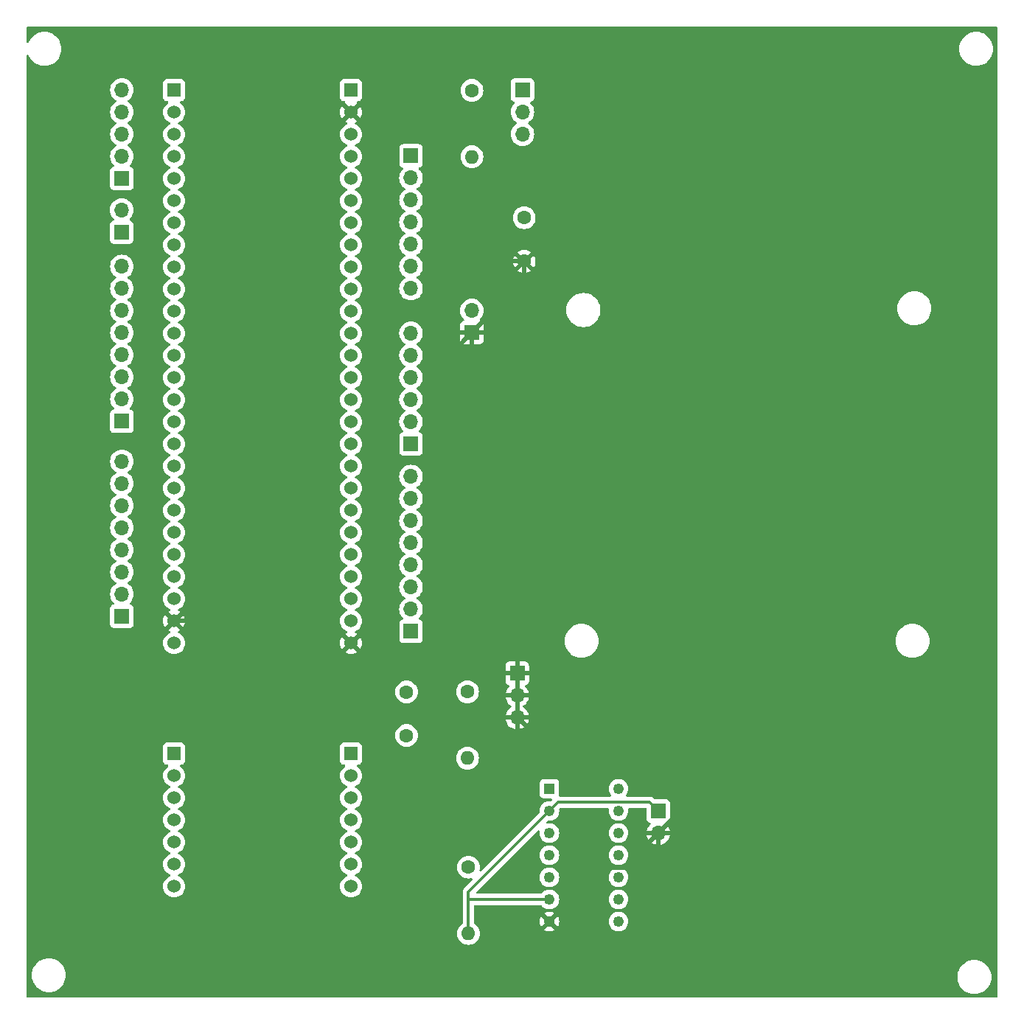
<source format=gbr>
%TF.GenerationSoftware,KiCad,Pcbnew,8.0.6*%
%TF.CreationDate,2025-04-20T20:46:24+08:00*%
%TF.ProjectId,external_chamber,65787465-726e-4616-9c5f-6368616d6265,rev?*%
%TF.SameCoordinates,Original*%
%TF.FileFunction,Copper,L2,Bot*%
%TF.FilePolarity,Positive*%
%FSLAX46Y46*%
G04 Gerber Fmt 4.6, Leading zero omitted, Abs format (unit mm)*
G04 Created by KiCad (PCBNEW 8.0.6) date 2025-04-20 20:46:24*
%MOMM*%
%LPD*%
G01*
G04 APERTURE LIST*
%TA.AperFunction,ComponentPad*%
%ADD10R,1.700000X1.700000*%
%TD*%
%TA.AperFunction,ComponentPad*%
%ADD11O,1.700000X1.700000*%
%TD*%
%TA.AperFunction,ComponentPad*%
%ADD12C,1.600000*%
%TD*%
%TA.AperFunction,ComponentPad*%
%ADD13R,1.248000X1.248000*%
%TD*%
%TA.AperFunction,ComponentPad*%
%ADD14C,1.248000*%
%TD*%
%TA.AperFunction,ComponentPad*%
%ADD15O,1.600000X1.600000*%
%TD*%
%TA.AperFunction,ComponentPad*%
%ADD16R,1.530000X1.530000*%
%TD*%
%TA.AperFunction,ComponentPad*%
%ADD17C,1.530000*%
%TD*%
%TA.AperFunction,Conductor*%
%ADD18C,0.500000*%
%TD*%
%TA.AperFunction,Conductor*%
%ADD19C,0.300000*%
%TD*%
G04 APERTURE END LIST*
D10*
%TO.P,J7,1,Pin_1*%
%TO.N,Net-(J7-Pin_1)*%
X85000000Y-92780000D03*
D11*
%TO.P,J7,2,Pin_2*%
%TO.N,Net-(J7-Pin_2)*%
X85000000Y-90240000D03*
%TO.P,J7,3,Pin_3*%
%TO.N,Net-(J7-Pin_3)*%
X85000000Y-87700000D03*
%TO.P,J7,4,Pin_4*%
%TO.N,Net-(J7-Pin_4)*%
X85000000Y-85160000D03*
%TO.P,J7,5,Pin_5*%
%TO.N,Net-(J7-Pin_5)*%
X85000000Y-82620000D03*
%TO.P,J7,6,Pin_6*%
%TO.N,Net-(J7-Pin_6)*%
X85000000Y-80080000D03*
%TO.P,J7,7,Pin_7*%
%TO.N,Net-(J7-Pin_7)*%
X85000000Y-77540000D03*
%TO.P,J7,8,Pin_8*%
%TO.N,Net-(J7-Pin_8)*%
X85000000Y-75000000D03*
%TD*%
D10*
%TO.P,J11,1,Pin_1*%
%TO.N,GND*%
X130400000Y-121720000D03*
D11*
%TO.P,J11,2,Pin_2*%
X130400000Y-124260000D03*
%TO.P,J11,3,Pin_3*%
X130400000Y-126800000D03*
%TD*%
D10*
%TO.P,J10,1,Pin_1*%
%TO.N,+5V*%
X131000000Y-54720000D03*
D11*
%TO.P,J10,2,Pin_2*%
X131000000Y-57260000D03*
%TO.P,J10,3,Pin_3*%
X131000000Y-59800000D03*
%TD*%
D12*
%TO.P,C2,1*%
%TO.N,/Temp*%
X131200000Y-69400000D03*
%TO.P,C2,2*%
%TO.N,GND*%
X131200000Y-74400000D03*
%TD*%
D10*
%TO.P,J6,1,Pin_1*%
%TO.N,Net-(J6-Pin_1)*%
X118200000Y-116900000D03*
D11*
%TO.P,J6,2,Pin_2*%
%TO.N,Net-(J6-Pin_2)*%
X118200000Y-114360000D03*
%TO.P,J6,3,Pin_3*%
%TO.N,Net-(J6-Pin_3)*%
X118200000Y-111820000D03*
%TO.P,J6,4,Pin_4*%
%TO.N,Net-(J6-Pin_4)*%
X118200000Y-109280000D03*
%TO.P,J6,5,Pin_5*%
%TO.N,Net-(J6-Pin_5)*%
X118200000Y-106740000D03*
%TO.P,J6,6,Pin_6*%
%TO.N,Net-(J6-Pin_6)*%
X118200000Y-104200000D03*
%TO.P,J6,7,Pin_7*%
%TO.N,Net-(J6-Pin_7)*%
X118200000Y-101660000D03*
%TO.P,J6,8,Pin_8*%
%TO.N,Net-(J6-Pin_8)*%
X118200000Y-99120000D03*
%TD*%
D10*
%TO.P,J2,1,Pin_1*%
%TO.N,Net-(J2-Pin_1)*%
X118200000Y-62300000D03*
D11*
%TO.P,J2,2,Pin_2*%
%TO.N,Net-(J2-Pin_2)*%
X118200000Y-64840000D03*
%TO.P,J2,3,Pin_3*%
%TO.N,Net-(J2-Pin_3)*%
X118200000Y-67380000D03*
%TO.P,J2,4,Pin_4*%
%TO.N,Net-(J2-Pin_4)*%
X118200000Y-69920000D03*
%TO.P,J2,5,Pin_5*%
%TO.N,Net-(J2-Pin_5)*%
X118200000Y-72460000D03*
%TO.P,J2,6,Pin_6*%
%TO.N,Net-(J2-Pin_6)*%
X118200000Y-75000000D03*
%TO.P,J2,7,Pin_7*%
%TO.N,Net-(J2-Pin_7)*%
X118200000Y-77540000D03*
%TD*%
D10*
%TO.P,J1,1,Pin_1*%
%TO.N,GND*%
X125200000Y-82600000D03*
D11*
%TO.P,J1,2,Pin_2*%
%TO.N,/Temp*%
X125200000Y-80060000D03*
%TD*%
D13*
%TO.P,U2,1,1DISCH*%
%TO.N,/TimerDisch*%
X134092500Y-134980000D03*
D14*
%TO.P,U2,2,1THRES*%
%TO.N,/TimerThresh*%
X134092500Y-137520000D03*
%TO.P,U2,3,1CONT*%
%TO.N,/TimerCont*%
X134092500Y-140060000D03*
%TO.P,U2,4,1RESET*%
%TO.N,+5V*%
X134092500Y-142600000D03*
%TO.P,U2,5,1OUT*%
%TO.N,/TimerOut*%
X134092500Y-145140000D03*
%TO.P,U2,6,1TRIG*%
%TO.N,/TimerThresh*%
X134092500Y-147680000D03*
%TO.P,U2,7,GND*%
%TO.N,GND*%
X134092500Y-150220000D03*
%TO.P,U2,8,2TRIG*%
%TO.N,unconnected-(U2-2TRIG-Pad8)*%
X142032500Y-150220000D03*
%TO.P,U2,9,2OUT*%
%TO.N,unconnected-(U2-2OUT-Pad9)*%
X142032500Y-147680000D03*
%TO.P,U2,10,2RESET*%
%TO.N,unconnected-(U2-2RESET-Pad10)*%
X142032500Y-145140000D03*
%TO.P,U2,11,2CONT*%
%TO.N,unconnected-(U2-2CONT-Pad11)*%
X142032500Y-142600000D03*
%TO.P,U2,12,2THRES*%
%TO.N,unconnected-(U2-2THRES-Pad12)*%
X142032500Y-140060000D03*
%TO.P,U2,13,2DISCH*%
%TO.N,unconnected-(U2-2DISCH-Pad13)*%
X142032500Y-137520000D03*
%TO.P,U2,14,VCC*%
%TO.N,+5V*%
X142032500Y-134980000D03*
%TD*%
D12*
%TO.P,R3,1*%
%TO.N,/TimerDisch*%
X124800000Y-143990000D03*
D15*
%TO.P,R3,2*%
%TO.N,/TimerThresh*%
X124800000Y-151610000D03*
%TD*%
D12*
%TO.P,R1,1*%
%TO.N,+5V*%
X125200000Y-54780000D03*
D15*
%TO.P,R1,2*%
%TO.N,/Temp*%
X125200000Y-62400000D03*
%TD*%
D10*
%TO.P,J9,1,Pin_1*%
%TO.N,/TimerThresh*%
X146625000Y-137550000D03*
D11*
%TO.P,J9,2,Pin_2*%
%TO.N,GND*%
X146625000Y-140090000D03*
%TD*%
D10*
%TO.P,J4,1,Pin_1*%
%TO.N,Net-(J4-Pin_1)*%
X85000000Y-64880000D03*
D11*
%TO.P,J4,2,Pin_2*%
%TO.N,Net-(J4-Pin_2)*%
X85000000Y-62340000D03*
%TO.P,J4,3,Pin_3*%
%TO.N,Net-(J4-Pin_3)*%
X85000000Y-59800000D03*
%TO.P,J4,4,Pin_4*%
%TO.N,Net-(J4-Pin_4)*%
X85000000Y-57260000D03*
%TO.P,J4,5,Pin_5*%
%TO.N,Net-(J4-Pin_5)*%
X85000000Y-54720000D03*
%TD*%
D10*
%TO.P,J5,1,Pin_1*%
%TO.N,Net-(J5-Pin_1)*%
X84975000Y-71050000D03*
D11*
%TO.P,J5,2,Pin_2*%
%TO.N,Net-(J5-Pin_2)*%
X84975000Y-68510000D03*
%TD*%
D10*
%TO.P,J3,1,Pin_1*%
%TO.N,Net-(J3-Pin_1)*%
X85000000Y-115160000D03*
D11*
%TO.P,J3,2,Pin_2*%
%TO.N,Net-(J3-Pin_2)*%
X85000000Y-112620000D03*
%TO.P,J3,3,Pin_3*%
%TO.N,Net-(J3-Pin_3)*%
X85000000Y-110080000D03*
%TO.P,J3,4,Pin_4*%
%TO.N,Net-(J3-Pin_4)*%
X85000000Y-107540000D03*
%TO.P,J3,5,Pin_5*%
%TO.N,Net-(J3-Pin_5)*%
X85000000Y-105000000D03*
%TO.P,J3,6,Pin_6*%
%TO.N,Net-(J3-Pin_6)*%
X85000000Y-102460000D03*
%TO.P,J3,7,Pin_7*%
%TO.N,Net-(J3-Pin_7)*%
X85000000Y-99920000D03*
%TO.P,J3,8,Pin_8*%
%TO.N,Net-(J3-Pin_8)*%
X85000000Y-97380000D03*
%TD*%
D12*
%TO.P,C1,1*%
%TO.N,+5V*%
X117692500Y-123860000D03*
%TO.P,C1,2*%
%TO.N,/TimerCont*%
X117692500Y-128860000D03*
%TD*%
%TO.P,R2,1*%
%TO.N,+5V*%
X124692500Y-123850000D03*
D15*
%TO.P,R2,2*%
%TO.N,/TimerDisch*%
X124692500Y-131470000D03*
%TD*%
D16*
%TO.P,U1,J1.1,P2.0/GPIO*%
%TO.N,Net-(J4-Pin_5)*%
X91000000Y-54750000D03*
D17*
%TO.P,U1,J1.2,P2.1/GPIO/LED*%
%TO.N,Net-(J4-Pin_4)*%
X91000000Y-57290000D03*
%TO.P,U1,J1.3,P2.2/GPIO/SW*%
%TO.N,Net-(J4-Pin_3)*%
X91000000Y-59830000D03*
%TO.P,U1,J1.4,P2.3/GPIO*%
%TO.N,Net-(J4-Pin_2)*%
X91000000Y-62370000D03*
%TO.P,U1,J1.5,P2.4/GPIO*%
%TO.N,Net-(J4-Pin_1)*%
X91000000Y-64910000D03*
%TO.P,U1,J1.6,P2.5/GPIO*%
%TO.N,/TimerOut*%
X91000000Y-67450000D03*
%TO.P,U1,J1.7,P2.6/GPIO*%
%TO.N,Net-(J5-Pin_2)*%
X91000000Y-69990000D03*
%TO.P,U1,J1.8,P2.7/GPIO*%
%TO.N,Net-(J5-Pin_1)*%
X91000000Y-72530000D03*
%TO.P,U1,J1.9,P12.7/GPIO/UART_TX*%
%TO.N,Net-(J7-Pin_8)*%
X91000000Y-75070000D03*
%TO.P,U1,J1.10,P12.6/GPIO/UART_RX*%
%TO.N,Net-(J7-Pin_7)*%
X91000000Y-77610000D03*
%TO.P,U1,J1.11,P12.5/GPIO*%
%TO.N,Net-(J7-Pin_6)*%
X91000000Y-80150000D03*
%TO.P,U1,J1.12,P12.4/GPIO*%
%TO.N,Net-(J7-Pin_5)*%
X91000000Y-82690000D03*
%TO.P,U1,J1.13,P12.3/GPIO*%
%TO.N,Net-(J7-Pin_4)*%
X91000000Y-85230000D03*
%TO.P,U1,J1.14,P12.2/GPIO*%
%TO.N,Net-(J7-Pin_3)*%
X91000000Y-87770000D03*
%TO.P,U1,J1.15,P12.1/GPIO/I2C_SDA*%
%TO.N,Net-(J7-Pin_2)*%
X91000000Y-90310000D03*
%TO.P,U1,J1.16,P12.0/GPIO/I2C_SCL*%
%TO.N,Net-(J7-Pin_1)*%
X91000000Y-92850000D03*
%TO.P,U1,J1.17,P1.0/GPIO*%
%TO.N,Net-(J3-Pin_8)*%
X91000000Y-95390000D03*
%TO.P,U1,J1.18,P1.1/GPIO*%
%TO.N,Net-(J3-Pin_7)*%
X91000000Y-97930000D03*
%TO.P,U1,J1.19,P1.2/GPIO*%
%TO.N,Net-(J3-Pin_6)*%
X91000000Y-100470000D03*
%TO.P,U1,J1.20,P1.3/GPIO*%
%TO.N,Net-(J3-Pin_5)*%
X91000000Y-103010000D03*
%TO.P,U1,J1.21,P1.4/GPIO*%
%TO.N,Net-(J3-Pin_4)*%
X91000000Y-105550000D03*
%TO.P,U1,J1.22,P1.5/GPIO*%
%TO.N,Net-(J3-Pin_3)*%
X91000000Y-108090000D03*
%TO.P,U1,J1.23,P1.6/GPIO*%
%TO.N,Net-(J3-Pin_2)*%
X91000000Y-110630000D03*
%TO.P,U1,J1.24,P1.7/GPIO*%
%TO.N,Net-(J3-Pin_1)*%
X91000000Y-113170000D03*
%TO.P,U1,J1.25,GND_J1*%
%TO.N,GND*%
X91000000Y-115710000D03*
%TO.P,U1,J1.26,VDDIO*%
%TO.N,+5V*%
X91000000Y-118250000D03*
D16*
%TO.P,U1,J2.1,VDD*%
X111320000Y-54750000D03*
D17*
%TO.P,U1,J2.2,GND_J2*%
%TO.N,GND*%
X111320000Y-57290000D03*
%TO.P,U1,J2.3,RESET*%
%TO.N,unconnected-(U1B-RESET-PadJ2.3)*%
X111320000Y-59830000D03*
%TO.P,U1,J2.4,P0.7/GPIO*%
%TO.N,Net-(J2-Pin_1)*%
X111320000Y-62370000D03*
%TO.P,U1,J2.5,P0.6/GPIO*%
%TO.N,Net-(J2-Pin_2)*%
X111320000Y-64910000D03*
%TO.P,U1,J2.6,P0.5/GPIO*%
%TO.N,Net-(J2-Pin_3)*%
X111320000Y-67450000D03*
%TO.P,U1,J2.7,P0.4/GPIO/BYPASSCAP*%
%TO.N,Net-(J2-Pin_4)*%
X111320000Y-69990000D03*
%TO.P,U1,J2.8,P0.3/GPIO/BYPASSCAP*%
%TO.N,Net-(J2-Pin_5)*%
X111320000Y-72530000D03*
%TO.P,U1,J2.9,P0.2/GPIO/BYPASSCAP*%
%TO.N,Net-(J2-Pin_6)*%
X111320000Y-75070000D03*
%TO.P,U1,J2.10,P0.1/GPIO*%
%TO.N,Net-(J2-Pin_7)*%
X111320000Y-77610000D03*
%TO.P,U1,J2.11,P0.0/GPIO*%
%TO.N,/Temp*%
X111320000Y-80150000D03*
%TO.P,U1,J2.12,P15.5/GPIO*%
%TO.N,Net-(J8-Pin_6)*%
X111320000Y-82690000D03*
%TO.P,U1,J2.13,P15.4/GPIO/CMOD*%
%TO.N,Net-(J8-Pin_5)*%
X111320000Y-85230000D03*
%TO.P,U1,J2.14,P15.3/GPIO/XTAL_IN*%
%TO.N,Net-(J8-Pin_4)*%
X111320000Y-87770000D03*
%TO.P,U1,J2.15,P15.2/GPIO/XTAL_OUT*%
%TO.N,Net-(J8-Pin_3)*%
X111320000Y-90310000D03*
%TO.P,U1,J2.16,P15.1/GPIO*%
%TO.N,Net-(J8-Pin_2)*%
X111320000Y-92850000D03*
%TO.P,U1,J2.17,P15.0/GPIO*%
%TO.N,Net-(J8-Pin_1)*%
X111320000Y-95390000D03*
%TO.P,U1,J2.18,P3.7/GPIO*%
%TO.N,Net-(J6-Pin_8)*%
X111320000Y-97930000D03*
%TO.P,U1,J2.19,P3.6/GPIO*%
%TO.N,Net-(J6-Pin_7)*%
X111320000Y-100470000D03*
%TO.P,U1,J2.20,P3.5/GPIO*%
%TO.N,Net-(J6-Pin_6)*%
X111320000Y-103010000D03*
%TO.P,U1,J2.21,P3.4/GPIO*%
%TO.N,Net-(J6-Pin_5)*%
X111320000Y-105550000D03*
%TO.P,U1,J2.22,P3.3/GPIO*%
%TO.N,Net-(J6-Pin_4)*%
X111320000Y-108090000D03*
%TO.P,U1,J2.23,P3.2/GPIO/BYPASSCAP*%
%TO.N,Net-(J6-Pin_3)*%
X111320000Y-110630000D03*
%TO.P,U1,J2.24,P3.1/GPIO*%
%TO.N,Net-(J6-Pin_2)*%
X111320000Y-113170000D03*
%TO.P,U1,J2.25,P3.0/GPIO*%
%TO.N,Net-(J6-Pin_1)*%
X111320000Y-115710000D03*
%TO.P,U1,J2.26,GND_J2*%
%TO.N,GND*%
X111320000Y-118250000D03*
D16*
%TO.P,U1,J8.1*%
%TO.N,N/C*%
X111320000Y-130950000D03*
D17*
%TO.P,U1,J8.2*%
X111320000Y-133490000D03*
%TO.P,U1,J8.3*%
X111320000Y-136030000D03*
%TO.P,U1,J8.4*%
X111320000Y-138570000D03*
%TO.P,U1,J8.5*%
X111320000Y-141110000D03*
%TO.P,U1,J8.6*%
X111320000Y-143650000D03*
%TO.P,U1,J8.7*%
X111320000Y-146190000D03*
D16*
%TO.P,U1,J9.1*%
X91000000Y-130950000D03*
D17*
%TO.P,U1,J9.2*%
X91000000Y-133490000D03*
%TO.P,U1,J9.3*%
X91000000Y-136030000D03*
%TO.P,U1,J9.4*%
X91000000Y-138570000D03*
%TO.P,U1,J9.5*%
X91000000Y-141110000D03*
%TO.P,U1,J9.6*%
X91000000Y-143650000D03*
%TO.P,U1,J9.7*%
X91000000Y-146190000D03*
%TD*%
D10*
%TO.P,J8,1,Pin_1*%
%TO.N,Net-(J8-Pin_1)*%
X118200000Y-95360000D03*
D11*
%TO.P,J8,2,Pin_2*%
%TO.N,Net-(J8-Pin_2)*%
X118200000Y-92820000D03*
%TO.P,J8,3,Pin_3*%
%TO.N,Net-(J8-Pin_3)*%
X118200000Y-90280000D03*
%TO.P,J8,4,Pin_4*%
%TO.N,Net-(J8-Pin_4)*%
X118200000Y-87740000D03*
%TO.P,J8,5,Pin_5*%
%TO.N,Net-(J8-Pin_5)*%
X118200000Y-85200000D03*
%TO.P,J8,6,Pin_6*%
%TO.N,Net-(J8-Pin_6)*%
X118200000Y-82660000D03*
%TD*%
D18*
%TO.N,GND*%
X121000000Y-86800000D02*
X121000000Y-121720000D01*
X114790000Y-121720000D02*
X121000000Y-121720000D01*
X125200000Y-82600000D02*
X121000000Y-86800000D01*
X121000000Y-121720000D02*
X130400000Y-121720000D01*
D19*
%TO.N,/TimerThresh*%
X134092500Y-147680000D02*
X124880000Y-147680000D01*
X124800000Y-147600000D02*
X124800000Y-146812500D01*
X124800000Y-151610000D02*
X124800000Y-147600000D01*
X124880000Y-147680000D02*
X124800000Y-147600000D01*
X124800000Y-146812500D02*
X134092500Y-137520000D01*
X145621000Y-136546000D02*
X146625000Y-137550000D01*
X135066500Y-136546000D02*
X145621000Y-136546000D01*
X134092500Y-137520000D02*
X135066500Y-136546000D01*
D18*
%TO.N,GND*%
X140246500Y-144066000D02*
X134092500Y-150220000D01*
X142649000Y-144066000D02*
X140246500Y-144066000D01*
X146625000Y-140090000D02*
X142649000Y-144066000D01*
X150000000Y-136715000D02*
X146625000Y-140090000D01*
X150000000Y-131800000D02*
X150000000Y-136715000D01*
X135400000Y-131800000D02*
X150000000Y-131800000D01*
X130400000Y-126800000D02*
X135400000Y-131800000D01*
X108780000Y-115710000D02*
X111320000Y-118250000D01*
X91000000Y-115710000D02*
X108780000Y-115710000D01*
X130400000Y-124260000D02*
X130400000Y-126800000D01*
X130400000Y-121720000D02*
X130400000Y-124260000D01*
X111320000Y-118250000D02*
X114790000Y-121720000D01*
X125200000Y-82600000D02*
X131200000Y-76600000D01*
X131200000Y-76600000D02*
X131200000Y-74400000D01*
X113830000Y-59800000D02*
X111320000Y-57290000D01*
X121600000Y-59800000D02*
X113830000Y-59800000D01*
X129600000Y-74400000D02*
X121600000Y-66400000D01*
X121600000Y-66400000D02*
X121600000Y-59800000D01*
X131200000Y-74400000D02*
X129600000Y-74400000D01*
%TD*%
%TA.AperFunction,Conductor*%
%TO.N,GND*%
G36*
X130650000Y-126366988D02*
G01*
X130592993Y-126334075D01*
X130465826Y-126300000D01*
X130334174Y-126300000D01*
X130207007Y-126334075D01*
X130150000Y-126366988D01*
X130150000Y-124693012D01*
X130207007Y-124725925D01*
X130334174Y-124760000D01*
X130465826Y-124760000D01*
X130592993Y-124725925D01*
X130650000Y-124693012D01*
X130650000Y-126366988D01*
G37*
%TD.AperFunction*%
%TA.AperFunction,Conductor*%
G36*
X130650000Y-123826988D02*
G01*
X130592993Y-123794075D01*
X130465826Y-123760000D01*
X130334174Y-123760000D01*
X130207007Y-123794075D01*
X130150000Y-123826988D01*
X130150000Y-122153012D01*
X130207007Y-122185925D01*
X130334174Y-122220000D01*
X130465826Y-122220000D01*
X130592993Y-122185925D01*
X130650000Y-122153012D01*
X130650000Y-123826988D01*
G37*
%TD.AperFunction*%
%TA.AperFunction,Conductor*%
G36*
X185492539Y-47470185D02*
G01*
X185538294Y-47522989D01*
X185549500Y-47574500D01*
X185549500Y-158825500D01*
X185529815Y-158892539D01*
X185477011Y-158938294D01*
X185425500Y-158949500D01*
X74174500Y-158949500D01*
X74107461Y-158929815D01*
X74061706Y-158877011D01*
X74050500Y-158825500D01*
X74050500Y-156399998D01*
X74644518Y-156399998D01*
X74644518Y-156400001D01*
X74664422Y-156678299D01*
X74723727Y-156950916D01*
X74723729Y-156950923D01*
X74775559Y-157089886D01*
X74821231Y-157212338D01*
X74821233Y-157212342D01*
X74954940Y-157457207D01*
X74954945Y-157457215D01*
X75122138Y-157680560D01*
X75122154Y-157680578D01*
X75319421Y-157877845D01*
X75319439Y-157877861D01*
X75542784Y-158045054D01*
X75542792Y-158045059D01*
X75787657Y-158178766D01*
X75787661Y-158178768D01*
X75787663Y-158178769D01*
X76049077Y-158276271D01*
X76185391Y-158305924D01*
X76321700Y-158335577D01*
X76321702Y-158335577D01*
X76321706Y-158335578D01*
X76569014Y-158353265D01*
X76599999Y-158355482D01*
X76600000Y-158355482D01*
X76600001Y-158355482D01*
X76627881Y-158353487D01*
X76878294Y-158335578D01*
X77150923Y-158276271D01*
X77412337Y-158178769D01*
X77657213Y-158045056D01*
X77880568Y-157877855D01*
X78077855Y-157680568D01*
X78245056Y-157457213D01*
X78378769Y-157212337D01*
X78476271Y-156950923D01*
X78535578Y-156678294D01*
X78541178Y-156599998D01*
X180944518Y-156599998D01*
X180944518Y-156600001D01*
X180964422Y-156878299D01*
X181010451Y-157089886D01*
X181023729Y-157150923D01*
X181046636Y-157212338D01*
X181121231Y-157412338D01*
X181121233Y-157412342D01*
X181254940Y-157657207D01*
X181254945Y-157657215D01*
X181422138Y-157880560D01*
X181422154Y-157880578D01*
X181619421Y-158077845D01*
X181619439Y-158077861D01*
X181842784Y-158245054D01*
X181842792Y-158245059D01*
X182087657Y-158378766D01*
X182087661Y-158378768D01*
X182087663Y-158378769D01*
X182349077Y-158476271D01*
X182485391Y-158505924D01*
X182621700Y-158535577D01*
X182621702Y-158535577D01*
X182621706Y-158535578D01*
X182869014Y-158553265D01*
X182899999Y-158555482D01*
X182900000Y-158555482D01*
X182900001Y-158555482D01*
X182927881Y-158553487D01*
X183178294Y-158535578D01*
X183450923Y-158476271D01*
X183712337Y-158378769D01*
X183957213Y-158245056D01*
X184180568Y-158077855D01*
X184377855Y-157880568D01*
X184545056Y-157657213D01*
X184678769Y-157412337D01*
X184776271Y-157150923D01*
X184835578Y-156878294D01*
X184855482Y-156600000D01*
X184835578Y-156321706D01*
X184776271Y-156049077D01*
X184678769Y-155787663D01*
X184636197Y-155709699D01*
X184545059Y-155542792D01*
X184545054Y-155542784D01*
X184377861Y-155319439D01*
X184377845Y-155319421D01*
X184180578Y-155122154D01*
X184180560Y-155122138D01*
X183957215Y-154954945D01*
X183957207Y-154954940D01*
X183712342Y-154821233D01*
X183712338Y-154821231D01*
X183613230Y-154784266D01*
X183450923Y-154723729D01*
X183450919Y-154723728D01*
X183450916Y-154723727D01*
X183178299Y-154664422D01*
X182900001Y-154644518D01*
X182899999Y-154644518D01*
X182621700Y-154664422D01*
X182349083Y-154723727D01*
X182349078Y-154723728D01*
X182349077Y-154723729D01*
X182285875Y-154747301D01*
X182087661Y-154821231D01*
X182087657Y-154821233D01*
X181842792Y-154954940D01*
X181842784Y-154954945D01*
X181619439Y-155122138D01*
X181619421Y-155122154D01*
X181422154Y-155319421D01*
X181422138Y-155319439D01*
X181254945Y-155542784D01*
X181254940Y-155542792D01*
X181121233Y-155787657D01*
X181121231Y-155787661D01*
X181023727Y-156049083D01*
X180964422Y-156321700D01*
X180944518Y-156599998D01*
X78541178Y-156599998D01*
X78555482Y-156400000D01*
X78535578Y-156121706D01*
X78519778Y-156049077D01*
X78476272Y-155849083D01*
X78476271Y-155849077D01*
X78378769Y-155587663D01*
X78354267Y-155542792D01*
X78245059Y-155342792D01*
X78245054Y-155342784D01*
X78077861Y-155119439D01*
X78077845Y-155119421D01*
X77880578Y-154922154D01*
X77880560Y-154922138D01*
X77657215Y-154754945D01*
X77657207Y-154754940D01*
X77412342Y-154621233D01*
X77412338Y-154621231D01*
X77313230Y-154584266D01*
X77150923Y-154523729D01*
X77150919Y-154523728D01*
X77150916Y-154523727D01*
X76878299Y-154464422D01*
X76600001Y-154444518D01*
X76599999Y-154444518D01*
X76321700Y-154464422D01*
X76049083Y-154523727D01*
X76049078Y-154523728D01*
X76049077Y-154523729D01*
X75985875Y-154547301D01*
X75787661Y-154621231D01*
X75787657Y-154621233D01*
X75542792Y-154754940D01*
X75542784Y-154754945D01*
X75319439Y-154922138D01*
X75319421Y-154922154D01*
X75122154Y-155119421D01*
X75122138Y-155119439D01*
X74954945Y-155342784D01*
X74954940Y-155342792D01*
X74821233Y-155587657D01*
X74821231Y-155587661D01*
X74723727Y-155849083D01*
X74664422Y-156121700D01*
X74644518Y-156399998D01*
X74050500Y-156399998D01*
X74050500Y-133489998D01*
X89729666Y-133489998D01*
X89729666Y-133490001D01*
X89748964Y-133710585D01*
X89748965Y-133710592D01*
X89806275Y-133924475D01*
X89806279Y-133924486D01*
X89878229Y-134078784D01*
X89899858Y-134125167D01*
X90026868Y-134306555D01*
X90183445Y-134463132D01*
X90364833Y-134590142D01*
X90426828Y-134619050D01*
X90488091Y-134647618D01*
X90540531Y-134693790D01*
X90559683Y-134760983D01*
X90539467Y-134827865D01*
X90488091Y-134872382D01*
X90364836Y-134929856D01*
X90364834Y-134929857D01*
X90183444Y-135056868D01*
X90026868Y-135213444D01*
X89899857Y-135394834D01*
X89899856Y-135394836D01*
X89806279Y-135595513D01*
X89806275Y-135595524D01*
X89748965Y-135809407D01*
X89748964Y-135809414D01*
X89729666Y-136029998D01*
X89729666Y-136030001D01*
X89748964Y-136250585D01*
X89748965Y-136250592D01*
X89806275Y-136464475D01*
X89806279Y-136464486D01*
X89893778Y-136652128D01*
X89899858Y-136665167D01*
X90026868Y-136846555D01*
X90183445Y-137003132D01*
X90364833Y-137130142D01*
X90426828Y-137159050D01*
X90488091Y-137187618D01*
X90540531Y-137233790D01*
X90559683Y-137300983D01*
X90539467Y-137367865D01*
X90488091Y-137412382D01*
X90364836Y-137469856D01*
X90364834Y-137469857D01*
X90183444Y-137596868D01*
X90026868Y-137753444D01*
X89899857Y-137934834D01*
X89899856Y-137934836D01*
X89806279Y-138135513D01*
X89806275Y-138135524D01*
X89748965Y-138349407D01*
X89748964Y-138349414D01*
X89729666Y-138569998D01*
X89729666Y-138570001D01*
X89748964Y-138790585D01*
X89748965Y-138790592D01*
X89806275Y-139004475D01*
X89806279Y-139004486D01*
X89849356Y-139096865D01*
X89899858Y-139205167D01*
X90026868Y-139386555D01*
X90183445Y-139543132D01*
X90364833Y-139670142D01*
X90407207Y-139689901D01*
X90488091Y-139727618D01*
X90540531Y-139773790D01*
X90559683Y-139840983D01*
X90539467Y-139907865D01*
X90488091Y-139952382D01*
X90364836Y-140009856D01*
X90364834Y-140009857D01*
X90183444Y-140136868D01*
X90026868Y-140293444D01*
X89899857Y-140474834D01*
X89899856Y-140474836D01*
X89806279Y-140675513D01*
X89806275Y-140675524D01*
X89748965Y-140889407D01*
X89748964Y-140889414D01*
X89729666Y-141109998D01*
X89729666Y-141110001D01*
X89748964Y-141330585D01*
X89748965Y-141330592D01*
X89806275Y-141544475D01*
X89806279Y-141544486D01*
X89827073Y-141589078D01*
X89899858Y-141745167D01*
X90026868Y-141926555D01*
X90183445Y-142083132D01*
X90364833Y-142210142D01*
X90426828Y-142239050D01*
X90488091Y-142267618D01*
X90540531Y-142313790D01*
X90559683Y-142380983D01*
X90539467Y-142447865D01*
X90488091Y-142492382D01*
X90364836Y-142549856D01*
X90364834Y-142549857D01*
X90183444Y-142676868D01*
X90026868Y-142833444D01*
X89899857Y-143014834D01*
X89899856Y-143014836D01*
X89806279Y-143215513D01*
X89806275Y-143215524D01*
X89748965Y-143429407D01*
X89748964Y-143429414D01*
X89729666Y-143649998D01*
X89729666Y-143650001D01*
X89748964Y-143870585D01*
X89748965Y-143870592D01*
X89806275Y-144084475D01*
X89806279Y-144084486D01*
X89827073Y-144129078D01*
X89899858Y-144285167D01*
X90026868Y-144466555D01*
X90183445Y-144623132D01*
X90364833Y-144750142D01*
X90426828Y-144779050D01*
X90488091Y-144807618D01*
X90540531Y-144853790D01*
X90559683Y-144920983D01*
X90539467Y-144987865D01*
X90488091Y-145032382D01*
X90364836Y-145089856D01*
X90364834Y-145089857D01*
X90183444Y-145216868D01*
X90026868Y-145373444D01*
X89899857Y-145554834D01*
X89899856Y-145554836D01*
X89806279Y-145755513D01*
X89806275Y-145755524D01*
X89748965Y-145969407D01*
X89748964Y-145969414D01*
X89729666Y-146189998D01*
X89729666Y-146190001D01*
X89748964Y-146410585D01*
X89748965Y-146410592D01*
X89806275Y-146624475D01*
X89806279Y-146624486D01*
X89899452Y-146824297D01*
X89899858Y-146825167D01*
X90026868Y-147006555D01*
X90183445Y-147163132D01*
X90364833Y-147290142D01*
X90485572Y-147346443D01*
X90565513Y-147383720D01*
X90565515Y-147383720D01*
X90565520Y-147383723D01*
X90779409Y-147441035D01*
X90936974Y-147454820D01*
X90999998Y-147460334D01*
X91000000Y-147460334D01*
X91000002Y-147460334D01*
X91055147Y-147455509D01*
X91220591Y-147441035D01*
X91434480Y-147383723D01*
X91635167Y-147290142D01*
X91816555Y-147163132D01*
X91973132Y-147006555D01*
X92100142Y-146825167D01*
X92193723Y-146624480D01*
X92251035Y-146410591D01*
X92270334Y-146190000D01*
X92251035Y-145969409D01*
X92193723Y-145755520D01*
X92100142Y-145554833D01*
X91973132Y-145373445D01*
X91816555Y-145216868D01*
X91635167Y-145089858D01*
X91511907Y-145032381D01*
X91459468Y-144986210D01*
X91440316Y-144919017D01*
X91460531Y-144852136D01*
X91511908Y-144807618D01*
X91635167Y-144750142D01*
X91816555Y-144623132D01*
X91973132Y-144466555D01*
X92100142Y-144285167D01*
X92193723Y-144084480D01*
X92251035Y-143870591D01*
X92270334Y-143650000D01*
X92251035Y-143429409D01*
X92193723Y-143215520D01*
X92100142Y-143014833D01*
X91973132Y-142833445D01*
X91816555Y-142676868D01*
X91635167Y-142549858D01*
X91511907Y-142492381D01*
X91459468Y-142446210D01*
X91440316Y-142379017D01*
X91460531Y-142312136D01*
X91511908Y-142267618D01*
X91635167Y-142210142D01*
X91816555Y-142083132D01*
X91973132Y-141926555D01*
X92100142Y-141745167D01*
X92193723Y-141544480D01*
X92251035Y-141330591D01*
X92270334Y-141110000D01*
X92251035Y-140889409D01*
X92193723Y-140675520D01*
X92100142Y-140474833D01*
X91973132Y-140293445D01*
X91816555Y-140136868D01*
X91635167Y-140009858D01*
X91511907Y-139952381D01*
X91459468Y-139906210D01*
X91440316Y-139839017D01*
X91460531Y-139772136D01*
X91511908Y-139727618D01*
X91635167Y-139670142D01*
X91816555Y-139543132D01*
X91973132Y-139386555D01*
X92100142Y-139205167D01*
X92193723Y-139004480D01*
X92251035Y-138790591D01*
X92270334Y-138570000D01*
X92251035Y-138349409D01*
X92193723Y-138135520D01*
X92100142Y-137934833D01*
X91973132Y-137753445D01*
X91816555Y-137596868D01*
X91635167Y-137469858D01*
X91511907Y-137412381D01*
X91459468Y-137366210D01*
X91440316Y-137299017D01*
X91460531Y-137232136D01*
X91511908Y-137187618D01*
X91635167Y-137130142D01*
X91816555Y-137003132D01*
X91973132Y-136846555D01*
X92100142Y-136665167D01*
X92193723Y-136464480D01*
X92251035Y-136250591D01*
X92270334Y-136030000D01*
X92251035Y-135809409D01*
X92193723Y-135595520D01*
X92100142Y-135394833D01*
X91973132Y-135213445D01*
X91816555Y-135056868D01*
X91635167Y-134929858D01*
X91511907Y-134872381D01*
X91459468Y-134826210D01*
X91440316Y-134759017D01*
X91460531Y-134692136D01*
X91511908Y-134647618D01*
X91635167Y-134590142D01*
X91816555Y-134463132D01*
X91973132Y-134306555D01*
X92100142Y-134125167D01*
X92193723Y-133924480D01*
X92251035Y-133710591D01*
X92270334Y-133490000D01*
X92270334Y-133489998D01*
X110049666Y-133489998D01*
X110049666Y-133490001D01*
X110068964Y-133710585D01*
X110068965Y-133710592D01*
X110126275Y-133924475D01*
X110126279Y-133924486D01*
X110198229Y-134078784D01*
X110219858Y-134125167D01*
X110346868Y-134306555D01*
X110503445Y-134463132D01*
X110684833Y-134590142D01*
X110746828Y-134619050D01*
X110808091Y-134647618D01*
X110860531Y-134693790D01*
X110879683Y-134760983D01*
X110859467Y-134827865D01*
X110808091Y-134872382D01*
X110684836Y-134929856D01*
X110684834Y-134929857D01*
X110503444Y-135056868D01*
X110346868Y-135213444D01*
X110219857Y-135394834D01*
X110219856Y-135394836D01*
X110126279Y-135595513D01*
X110126275Y-135595524D01*
X110068965Y-135809407D01*
X110068964Y-135809414D01*
X110049666Y-136029998D01*
X110049666Y-136030001D01*
X110068964Y-136250585D01*
X110068965Y-136250592D01*
X110126275Y-136464475D01*
X110126279Y-136464486D01*
X110213778Y-136652128D01*
X110219858Y-136665167D01*
X110346868Y-136846555D01*
X110503445Y-137003132D01*
X110684833Y-137130142D01*
X110746828Y-137159050D01*
X110808091Y-137187618D01*
X110860531Y-137233790D01*
X110879683Y-137300983D01*
X110859467Y-137367865D01*
X110808091Y-137412382D01*
X110684836Y-137469856D01*
X110684834Y-137469857D01*
X110503444Y-137596868D01*
X110346868Y-137753444D01*
X110219857Y-137934834D01*
X110219856Y-137934836D01*
X110126279Y-138135513D01*
X110126275Y-138135524D01*
X110068965Y-138349407D01*
X110068964Y-138349414D01*
X110049666Y-138569998D01*
X110049666Y-138570001D01*
X110068964Y-138790585D01*
X110068965Y-138790592D01*
X110126275Y-139004475D01*
X110126279Y-139004486D01*
X110169356Y-139096865D01*
X110219858Y-139205167D01*
X110346868Y-139386555D01*
X110503445Y-139543132D01*
X110684833Y-139670142D01*
X110727207Y-139689901D01*
X110808091Y-139727618D01*
X110860531Y-139773790D01*
X110879683Y-139840983D01*
X110859467Y-139907865D01*
X110808091Y-139952382D01*
X110684836Y-140009856D01*
X110684834Y-140009857D01*
X110503444Y-140136868D01*
X110346868Y-140293444D01*
X110219857Y-140474834D01*
X110219856Y-140474836D01*
X110126279Y-140675513D01*
X110126275Y-140675524D01*
X110068965Y-140889407D01*
X110068964Y-140889414D01*
X110049666Y-141109998D01*
X110049666Y-141110001D01*
X110068964Y-141330585D01*
X110068965Y-141330592D01*
X110126275Y-141544475D01*
X110126279Y-141544486D01*
X110147073Y-141589078D01*
X110219858Y-141745167D01*
X110346868Y-141926555D01*
X110503445Y-142083132D01*
X110684833Y-142210142D01*
X110746828Y-142239050D01*
X110808091Y-142267618D01*
X110860531Y-142313790D01*
X110879683Y-142380983D01*
X110859467Y-142447865D01*
X110808091Y-142492382D01*
X110684836Y-142549856D01*
X110684834Y-142549857D01*
X110503444Y-142676868D01*
X110346868Y-142833444D01*
X110219857Y-143014834D01*
X110219856Y-143014836D01*
X110126279Y-143215513D01*
X110126275Y-143215524D01*
X110068965Y-143429407D01*
X110068964Y-143429414D01*
X110049666Y-143649998D01*
X110049666Y-143650001D01*
X110068964Y-143870585D01*
X110068965Y-143870592D01*
X110126275Y-144084475D01*
X110126279Y-144084486D01*
X110147073Y-144129078D01*
X110219858Y-144285167D01*
X110346868Y-144466555D01*
X110503445Y-144623132D01*
X110684833Y-144750142D01*
X110746828Y-144779050D01*
X110808091Y-144807618D01*
X110860531Y-144853790D01*
X110879683Y-144920983D01*
X110859467Y-144987865D01*
X110808091Y-145032382D01*
X110684836Y-145089856D01*
X110684834Y-145089857D01*
X110503444Y-145216868D01*
X110346868Y-145373444D01*
X110219857Y-145554834D01*
X110219856Y-145554836D01*
X110126279Y-145755513D01*
X110126275Y-145755524D01*
X110068965Y-145969407D01*
X110068964Y-145969414D01*
X110049666Y-146189998D01*
X110049666Y-146190001D01*
X110068964Y-146410585D01*
X110068965Y-146410592D01*
X110126275Y-146624475D01*
X110126279Y-146624486D01*
X110219452Y-146824297D01*
X110219858Y-146825167D01*
X110346868Y-147006555D01*
X110503445Y-147163132D01*
X110684833Y-147290142D01*
X110805572Y-147346443D01*
X110885513Y-147383720D01*
X110885515Y-147383720D01*
X110885520Y-147383723D01*
X111099409Y-147441035D01*
X111256974Y-147454820D01*
X111319998Y-147460334D01*
X111320000Y-147460334D01*
X111320002Y-147460334D01*
X111375147Y-147455509D01*
X111540591Y-147441035D01*
X111754480Y-147383723D01*
X111955167Y-147290142D01*
X112136555Y-147163132D01*
X112293132Y-147006555D01*
X112420142Y-146825167D01*
X112513723Y-146624480D01*
X112571035Y-146410591D01*
X112590334Y-146190000D01*
X112571035Y-145969409D01*
X112513723Y-145755520D01*
X112420142Y-145554833D01*
X112293132Y-145373445D01*
X112136555Y-145216868D01*
X111955167Y-145089858D01*
X111831907Y-145032381D01*
X111779468Y-144986210D01*
X111760316Y-144919017D01*
X111780531Y-144852136D01*
X111831908Y-144807618D01*
X111955167Y-144750142D01*
X112136555Y-144623132D01*
X112293132Y-144466555D01*
X112420142Y-144285167D01*
X112513723Y-144084480D01*
X112539040Y-143989998D01*
X123494532Y-143989998D01*
X123494532Y-143990001D01*
X123514364Y-144216686D01*
X123514366Y-144216697D01*
X123573258Y-144436488D01*
X123573261Y-144436497D01*
X123669431Y-144642732D01*
X123669432Y-144642734D01*
X123799954Y-144829141D01*
X123960858Y-144990045D01*
X123960861Y-144990047D01*
X124147266Y-145120568D01*
X124353504Y-145216739D01*
X124573308Y-145275635D01*
X124735230Y-145289801D01*
X124799998Y-145295468D01*
X124800000Y-145295468D01*
X124800002Y-145295468D01*
X124856673Y-145290509D01*
X125026692Y-145275635D01*
X125112745Y-145252577D01*
X125182594Y-145254240D01*
X125240457Y-145293402D01*
X125267961Y-145357631D01*
X125256375Y-145426533D01*
X125232519Y-145460033D01*
X124294724Y-146397828D01*
X124236645Y-146484750D01*
X124236646Y-146484751D01*
X124223533Y-146504375D01*
X124174499Y-146622755D01*
X124174497Y-146622761D01*
X124149500Y-146748428D01*
X124149500Y-150413316D01*
X124129815Y-150480355D01*
X124096623Y-150514891D01*
X123960859Y-150609953D01*
X123799954Y-150770858D01*
X123669432Y-150957265D01*
X123669431Y-150957267D01*
X123573261Y-151163502D01*
X123573258Y-151163511D01*
X123514366Y-151383302D01*
X123514364Y-151383313D01*
X123494532Y-151609998D01*
X123494532Y-151610001D01*
X123514364Y-151836686D01*
X123514366Y-151836697D01*
X123573258Y-152056488D01*
X123573261Y-152056497D01*
X123669431Y-152262732D01*
X123669432Y-152262734D01*
X123799954Y-152449141D01*
X123960858Y-152610045D01*
X123960861Y-152610047D01*
X124147266Y-152740568D01*
X124353504Y-152836739D01*
X124573308Y-152895635D01*
X124735230Y-152909801D01*
X124799998Y-152915468D01*
X124800000Y-152915468D01*
X124800002Y-152915468D01*
X124856673Y-152910509D01*
X125026692Y-152895635D01*
X125246496Y-152836739D01*
X125452734Y-152740568D01*
X125639139Y-152610047D01*
X125800047Y-152449139D01*
X125930568Y-152262734D01*
X126026739Y-152056496D01*
X126085635Y-151836692D01*
X126105468Y-151610000D01*
X126085635Y-151383308D01*
X126026739Y-151163504D01*
X125930568Y-150957266D01*
X125800047Y-150770861D01*
X125800045Y-150770858D01*
X125639140Y-150609953D01*
X125503377Y-150514891D01*
X125459752Y-150460314D01*
X125450500Y-150413316D01*
X125450500Y-150219999D01*
X132963685Y-150219999D01*
X132963685Y-150220000D01*
X132982904Y-150427414D01*
X133039912Y-150627778D01*
X133132761Y-150814242D01*
X133132762Y-150814245D01*
X133137899Y-150821046D01*
X133722500Y-150236446D01*
X133722500Y-150268711D01*
X133747715Y-150362815D01*
X133796426Y-150447186D01*
X133865314Y-150516074D01*
X133949685Y-150564785D01*
X134043789Y-150590000D01*
X134076053Y-150590000D01*
X133494377Y-151171673D01*
X133494378Y-151171674D01*
X133589338Y-151230470D01*
X133589345Y-151230474D01*
X133783582Y-151305721D01*
X133988348Y-151344000D01*
X134196652Y-151344000D01*
X134401417Y-151305721D01*
X134595653Y-151230475D01*
X134595654Y-151230474D01*
X134690621Y-151171673D01*
X134108948Y-150590000D01*
X134141211Y-150590000D01*
X134235315Y-150564785D01*
X134319686Y-150516074D01*
X134388574Y-150447186D01*
X134437285Y-150362815D01*
X134462500Y-150268711D01*
X134462500Y-150236447D01*
X135047099Y-150821046D01*
X135052238Y-150814244D01*
X135145087Y-150627778D01*
X135202095Y-150427414D01*
X135221315Y-150220000D01*
X135221315Y-150219999D01*
X140903183Y-150219999D01*
X140903183Y-150220000D01*
X140922411Y-150427506D01*
X140922411Y-150427508D01*
X140922412Y-150427511D01*
X140979443Y-150627956D01*
X140979444Y-150627959D01*
X141072335Y-150814509D01*
X141197926Y-150980818D01*
X141351933Y-151121213D01*
X141351935Y-151121215D01*
X141529116Y-151230921D01*
X141529118Y-151230922D01*
X141529120Y-151230923D01*
X141723448Y-151306206D01*
X141928300Y-151344500D01*
X141928302Y-151344500D01*
X142136698Y-151344500D01*
X142136700Y-151344500D01*
X142341552Y-151306206D01*
X142535880Y-151230923D01*
X142713066Y-151121214D01*
X142867075Y-150980816D01*
X142992665Y-150814509D01*
X143085557Y-150627956D01*
X143142588Y-150427511D01*
X143161817Y-150220000D01*
X143142588Y-150012489D01*
X143085557Y-149812044D01*
X142992665Y-149625491D01*
X142867075Y-149459184D01*
X142867073Y-149459181D01*
X142713066Y-149318786D01*
X142713064Y-149318784D01*
X142535883Y-149209078D01*
X142535874Y-149209074D01*
X142342801Y-149134278D01*
X142341552Y-149133794D01*
X142136700Y-149095500D01*
X141928300Y-149095500D01*
X141723448Y-149133794D01*
X141723445Y-149133794D01*
X141723445Y-149133795D01*
X141529125Y-149209074D01*
X141529116Y-149209078D01*
X141351935Y-149318784D01*
X141351933Y-149318786D01*
X141197926Y-149459181D01*
X141072335Y-149625490D01*
X140979444Y-149812040D01*
X140922411Y-150012493D01*
X140903183Y-150219999D01*
X135221315Y-150219999D01*
X135202095Y-150012585D01*
X135145087Y-149812221D01*
X135052238Y-149625757D01*
X135052236Y-149625752D01*
X135047100Y-149618952D01*
X134462500Y-150203552D01*
X134462500Y-150171289D01*
X134437285Y-150077185D01*
X134388574Y-149992814D01*
X134319686Y-149923926D01*
X134235315Y-149875215D01*
X134141211Y-149850000D01*
X134108948Y-149850000D01*
X134690621Y-149268325D01*
X134595653Y-149209525D01*
X134595654Y-149209525D01*
X134401417Y-149134278D01*
X134196652Y-149096000D01*
X133988348Y-149096000D01*
X133783582Y-149134278D01*
X133589347Y-149209524D01*
X133589344Y-149209526D01*
X133494377Y-149268325D01*
X134076053Y-149850000D01*
X134043789Y-149850000D01*
X133949685Y-149875215D01*
X133865314Y-149923926D01*
X133796426Y-149992814D01*
X133747715Y-150077185D01*
X133722500Y-150171289D01*
X133722500Y-150203552D01*
X133137899Y-149618951D01*
X133132763Y-149625752D01*
X133039912Y-149812221D01*
X132982904Y-150012585D01*
X132963685Y-150219999D01*
X125450500Y-150219999D01*
X125450500Y-148454500D01*
X125470185Y-148387461D01*
X125522989Y-148341706D01*
X125574500Y-148330500D01*
X133112873Y-148330500D01*
X133179912Y-148350185D01*
X133211827Y-148379773D01*
X133257926Y-148440817D01*
X133411933Y-148581213D01*
X133411935Y-148581215D01*
X133589116Y-148690921D01*
X133589118Y-148690922D01*
X133589120Y-148690923D01*
X133783448Y-148766206D01*
X133988300Y-148804500D01*
X133988302Y-148804500D01*
X134196698Y-148804500D01*
X134196700Y-148804500D01*
X134401552Y-148766206D01*
X134595880Y-148690923D01*
X134773066Y-148581214D01*
X134927075Y-148440816D01*
X135052665Y-148274509D01*
X135145557Y-148087956D01*
X135202588Y-147887511D01*
X135221817Y-147680000D01*
X135221817Y-147679999D01*
X140903183Y-147679999D01*
X140903183Y-147680000D01*
X140922411Y-147887506D01*
X140979444Y-148087959D01*
X141072335Y-148274509D01*
X141197926Y-148440818D01*
X141351933Y-148581213D01*
X141351935Y-148581215D01*
X141529116Y-148690921D01*
X141529118Y-148690922D01*
X141529120Y-148690923D01*
X141723448Y-148766206D01*
X141928300Y-148804500D01*
X141928302Y-148804500D01*
X142136698Y-148804500D01*
X142136700Y-148804500D01*
X142341552Y-148766206D01*
X142535880Y-148690923D01*
X142713066Y-148581214D01*
X142867075Y-148440816D01*
X142992665Y-148274509D01*
X143085557Y-148087956D01*
X143142588Y-147887511D01*
X143161817Y-147680000D01*
X143142588Y-147472489D01*
X143085557Y-147272044D01*
X142992665Y-147085491D01*
X142867075Y-146919184D01*
X142867073Y-146919181D01*
X142713066Y-146778786D01*
X142713064Y-146778784D01*
X142535883Y-146669078D01*
X142535874Y-146669074D01*
X142390134Y-146612614D01*
X142341552Y-146593794D01*
X142136700Y-146555500D01*
X141928300Y-146555500D01*
X141723448Y-146593794D01*
X141723445Y-146593794D01*
X141723445Y-146593795D01*
X141529125Y-146669074D01*
X141529116Y-146669078D01*
X141351935Y-146778784D01*
X141351933Y-146778786D01*
X141197926Y-146919181D01*
X141072335Y-147085490D01*
X140979444Y-147272040D01*
X140922411Y-147472493D01*
X140903183Y-147679999D01*
X135221817Y-147679999D01*
X135202588Y-147472489D01*
X135145557Y-147272044D01*
X135052665Y-147085491D01*
X134927075Y-146919184D01*
X134927073Y-146919181D01*
X134773066Y-146778786D01*
X134773064Y-146778784D01*
X134595883Y-146669078D01*
X134595874Y-146669074D01*
X134450134Y-146612614D01*
X134401552Y-146593794D01*
X134196700Y-146555500D01*
X133988300Y-146555500D01*
X133783448Y-146593794D01*
X133783445Y-146593794D01*
X133783445Y-146593795D01*
X133589125Y-146669074D01*
X133589116Y-146669078D01*
X133411935Y-146778784D01*
X133411933Y-146778786D01*
X133257926Y-146919182D01*
X133211827Y-146980227D01*
X133155718Y-147021863D01*
X133112873Y-147029500D01*
X125802308Y-147029500D01*
X125735269Y-147009815D01*
X125689514Y-146957011D01*
X125679570Y-146887853D01*
X125708595Y-146824297D01*
X125714627Y-146817819D01*
X127392447Y-145139999D01*
X132963183Y-145139999D01*
X132963183Y-145140000D01*
X132982411Y-145347506D01*
X132982411Y-145347508D01*
X132982412Y-145347511D01*
X133014427Y-145460033D01*
X133039444Y-145547959D01*
X133132335Y-145734509D01*
X133257926Y-145900818D01*
X133411933Y-146041213D01*
X133411935Y-146041215D01*
X133589116Y-146150921D01*
X133589118Y-146150922D01*
X133589120Y-146150923D01*
X133783448Y-146226206D01*
X133988300Y-146264500D01*
X133988302Y-146264500D01*
X134196698Y-146264500D01*
X134196700Y-146264500D01*
X134401552Y-146226206D01*
X134595880Y-146150923D01*
X134773066Y-146041214D01*
X134927075Y-145900816D01*
X135052665Y-145734509D01*
X135145557Y-145547956D01*
X135202588Y-145347511D01*
X135221817Y-145140000D01*
X135221817Y-145139999D01*
X140903183Y-145139999D01*
X140903183Y-145140000D01*
X140922411Y-145347506D01*
X140922411Y-145347508D01*
X140922412Y-145347511D01*
X140954427Y-145460033D01*
X140979444Y-145547959D01*
X141072335Y-145734509D01*
X141197926Y-145900818D01*
X141351933Y-146041213D01*
X141351935Y-146041215D01*
X141529116Y-146150921D01*
X141529118Y-146150922D01*
X141529120Y-146150923D01*
X141723448Y-146226206D01*
X141928300Y-146264500D01*
X141928302Y-146264500D01*
X142136698Y-146264500D01*
X142136700Y-146264500D01*
X142341552Y-146226206D01*
X142535880Y-146150923D01*
X142713066Y-146041214D01*
X142867075Y-145900816D01*
X142992665Y-145734509D01*
X143085557Y-145547956D01*
X143142588Y-145347511D01*
X143161817Y-145140000D01*
X143142588Y-144932489D01*
X143085557Y-144732044D01*
X142992665Y-144545491D01*
X142867075Y-144379184D01*
X142867073Y-144379181D01*
X142713066Y-144238786D01*
X142713064Y-144238784D01*
X142535883Y-144129078D01*
X142535874Y-144129074D01*
X142390134Y-144072614D01*
X142341552Y-144053794D01*
X142136700Y-144015500D01*
X141928300Y-144015500D01*
X141723448Y-144053794D01*
X141723445Y-144053794D01*
X141723445Y-144053795D01*
X141529125Y-144129074D01*
X141529116Y-144129078D01*
X141351935Y-144238784D01*
X141351933Y-144238786D01*
X141197926Y-144379181D01*
X141072335Y-144545490D01*
X140979444Y-144732040D01*
X140979443Y-144732044D01*
X140925966Y-144920000D01*
X140922411Y-144932493D01*
X140903183Y-145139999D01*
X135221817Y-145139999D01*
X135202588Y-144932489D01*
X135145557Y-144732044D01*
X135052665Y-144545491D01*
X134927075Y-144379184D01*
X134927073Y-144379181D01*
X134773066Y-144238786D01*
X134773064Y-144238784D01*
X134595883Y-144129078D01*
X134595874Y-144129074D01*
X134450134Y-144072614D01*
X134401552Y-144053794D01*
X134196700Y-144015500D01*
X133988300Y-144015500D01*
X133783448Y-144053794D01*
X133783445Y-144053794D01*
X133783445Y-144053795D01*
X133589125Y-144129074D01*
X133589116Y-144129078D01*
X133411935Y-144238784D01*
X133411933Y-144238786D01*
X133257926Y-144379181D01*
X133132335Y-144545490D01*
X133039444Y-144732040D01*
X133039443Y-144732044D01*
X132985966Y-144920000D01*
X132982411Y-144932493D01*
X132963183Y-145139999D01*
X127392447Y-145139999D01*
X127442590Y-145089856D01*
X129932446Y-142599999D01*
X132963183Y-142599999D01*
X132963183Y-142600000D01*
X132982411Y-142807506D01*
X132982411Y-142807508D01*
X132982412Y-142807511D01*
X132997185Y-142859432D01*
X133039444Y-143007959D01*
X133132335Y-143194509D01*
X133257926Y-143360818D01*
X133411933Y-143501213D01*
X133411935Y-143501215D01*
X133589116Y-143610921D01*
X133589118Y-143610922D01*
X133589120Y-143610923D01*
X133783448Y-143686206D01*
X133988300Y-143724500D01*
X133988302Y-143724500D01*
X134196698Y-143724500D01*
X134196700Y-143724500D01*
X134401552Y-143686206D01*
X134595880Y-143610923D01*
X134773066Y-143501214D01*
X134927075Y-143360816D01*
X135052665Y-143194509D01*
X135145557Y-143007956D01*
X135202588Y-142807511D01*
X135221817Y-142600000D01*
X135221817Y-142599999D01*
X140903183Y-142599999D01*
X140903183Y-142600000D01*
X140922411Y-142807506D01*
X140922411Y-142807508D01*
X140922412Y-142807511D01*
X140937185Y-142859432D01*
X140979444Y-143007959D01*
X141072335Y-143194509D01*
X141197926Y-143360818D01*
X141351933Y-143501213D01*
X141351935Y-143501215D01*
X141529116Y-143610921D01*
X141529118Y-143610922D01*
X141529120Y-143610923D01*
X141723448Y-143686206D01*
X141928300Y-143724500D01*
X141928302Y-143724500D01*
X142136698Y-143724500D01*
X142136700Y-143724500D01*
X142341552Y-143686206D01*
X142535880Y-143610923D01*
X142713066Y-143501214D01*
X142867075Y-143360816D01*
X142992665Y-143194509D01*
X143085557Y-143007956D01*
X143142588Y-142807511D01*
X143161817Y-142600000D01*
X143142588Y-142392489D01*
X143085557Y-142192044D01*
X142992665Y-142005491D01*
X142867075Y-141839184D01*
X142867073Y-141839181D01*
X142713066Y-141698786D01*
X142713064Y-141698784D01*
X142535883Y-141589078D01*
X142535874Y-141589074D01*
X142390134Y-141532614D01*
X142341552Y-141513794D01*
X142136700Y-141475500D01*
X141928300Y-141475500D01*
X141723448Y-141513794D01*
X141723445Y-141513794D01*
X141723445Y-141513795D01*
X141529125Y-141589074D01*
X141529116Y-141589078D01*
X141351935Y-141698784D01*
X141351933Y-141698786D01*
X141197926Y-141839181D01*
X141072335Y-142005490D01*
X140979444Y-142192040D01*
X140979443Y-142192044D01*
X140925966Y-142380000D01*
X140922411Y-142392493D01*
X140903183Y-142599999D01*
X135221817Y-142599999D01*
X135202588Y-142392489D01*
X135145557Y-142192044D01*
X135052665Y-142005491D01*
X134927075Y-141839184D01*
X134927073Y-141839181D01*
X134773066Y-141698786D01*
X134773064Y-141698784D01*
X134595883Y-141589078D01*
X134595874Y-141589074D01*
X134450134Y-141532614D01*
X134401552Y-141513794D01*
X134196700Y-141475500D01*
X133988300Y-141475500D01*
X133783448Y-141513794D01*
X133783445Y-141513794D01*
X133783445Y-141513795D01*
X133589125Y-141589074D01*
X133589116Y-141589078D01*
X133411935Y-141698784D01*
X133411933Y-141698786D01*
X133257926Y-141839181D01*
X133132335Y-142005490D01*
X133039444Y-142192040D01*
X133039443Y-142192044D01*
X132985966Y-142380000D01*
X132982411Y-142392493D01*
X132963183Y-142599999D01*
X129932446Y-142599999D01*
X132770463Y-139761981D01*
X132831784Y-139728498D01*
X132901476Y-139733482D01*
X132957409Y-139775354D01*
X132981826Y-139840818D01*
X132981613Y-139861105D01*
X132963183Y-140059999D01*
X132963183Y-140060000D01*
X132982411Y-140267506D01*
X132982411Y-140267508D01*
X132982412Y-140267511D01*
X133039443Y-140467956D01*
X133039444Y-140467959D01*
X133132335Y-140654509D01*
X133257926Y-140820818D01*
X133411933Y-140961213D01*
X133411935Y-140961215D01*
X133589116Y-141070921D01*
X133589118Y-141070922D01*
X133589120Y-141070923D01*
X133783448Y-141146206D01*
X133988300Y-141184500D01*
X133988302Y-141184500D01*
X134196698Y-141184500D01*
X134196700Y-141184500D01*
X134401552Y-141146206D01*
X134595880Y-141070923D01*
X134773066Y-140961214D01*
X134927075Y-140820816D01*
X135052665Y-140654509D01*
X135145557Y-140467956D01*
X135202588Y-140267511D01*
X135221817Y-140060000D01*
X135221817Y-140059999D01*
X140903183Y-140059999D01*
X140903183Y-140060000D01*
X140922411Y-140267506D01*
X140922411Y-140267508D01*
X140922412Y-140267511D01*
X140979443Y-140467956D01*
X140979444Y-140467959D01*
X141072335Y-140654509D01*
X141197926Y-140820818D01*
X141351933Y-140961213D01*
X141351935Y-140961215D01*
X141529116Y-141070921D01*
X141529118Y-141070922D01*
X141529120Y-141070923D01*
X141723448Y-141146206D01*
X141928300Y-141184500D01*
X141928302Y-141184500D01*
X142136698Y-141184500D01*
X142136700Y-141184500D01*
X142341552Y-141146206D01*
X142535880Y-141070923D01*
X142713066Y-140961214D01*
X142867075Y-140820816D01*
X142992665Y-140654509D01*
X143085557Y-140467956D01*
X143142588Y-140267511D01*
X143161817Y-140060000D01*
X143142588Y-139852489D01*
X143085557Y-139652044D01*
X142992665Y-139465491D01*
X142867075Y-139299184D01*
X142867073Y-139299181D01*
X142713066Y-139158786D01*
X142713064Y-139158784D01*
X142535883Y-139049078D01*
X142535874Y-139049074D01*
X142390134Y-138992614D01*
X142341552Y-138973794D01*
X142136700Y-138935500D01*
X141928300Y-138935500D01*
X141723448Y-138973794D01*
X141723445Y-138973794D01*
X141723445Y-138973795D01*
X141529125Y-139049074D01*
X141529116Y-139049078D01*
X141351935Y-139158784D01*
X141351933Y-139158786D01*
X141197926Y-139299181D01*
X141072335Y-139465490D01*
X140979444Y-139652040D01*
X140979443Y-139652044D01*
X140925966Y-139840000D01*
X140922411Y-139852493D01*
X140903183Y-140059999D01*
X135221817Y-140059999D01*
X135202588Y-139852489D01*
X135145557Y-139652044D01*
X135052665Y-139465491D01*
X134927075Y-139299184D01*
X134927073Y-139299181D01*
X134773066Y-139158786D01*
X134773064Y-139158784D01*
X134595883Y-139049078D01*
X134595874Y-139049074D01*
X134450134Y-138992614D01*
X134401552Y-138973794D01*
X134196700Y-138935500D01*
X133988300Y-138935500D01*
X133966366Y-138939600D01*
X133900582Y-138951897D01*
X133831067Y-138944865D01*
X133776389Y-138901368D01*
X133753907Y-138835214D01*
X133770760Y-138767407D01*
X133790113Y-138742331D01*
X133857534Y-138674910D01*
X133918855Y-138641427D01*
X133967999Y-138640705D01*
X133976682Y-138642328D01*
X133988299Y-138644500D01*
X133988300Y-138644500D01*
X134196698Y-138644500D01*
X134196700Y-138644500D01*
X134401552Y-138606206D01*
X134595880Y-138530923D01*
X134773066Y-138421214D01*
X134927075Y-138280816D01*
X135052665Y-138114509D01*
X135145557Y-137927956D01*
X135202588Y-137727511D01*
X135221817Y-137520000D01*
X135209432Y-137386345D01*
X135222847Y-137317777D01*
X135245223Y-137287223D01*
X135299629Y-137232818D01*
X135360952Y-137199334D01*
X135387309Y-137196500D01*
X140797138Y-137196500D01*
X140864177Y-137216185D01*
X140909932Y-137268989D01*
X140920609Y-137331941D01*
X140903183Y-137519999D01*
X140903183Y-137520000D01*
X140922411Y-137727506D01*
X140922411Y-137727508D01*
X140922412Y-137727511D01*
X140929791Y-137753444D01*
X140979444Y-137927959D01*
X141072335Y-138114509D01*
X141197926Y-138280818D01*
X141351933Y-138421213D01*
X141351935Y-138421215D01*
X141529116Y-138530921D01*
X141529118Y-138530922D01*
X141529120Y-138530923D01*
X141723448Y-138606206D01*
X141928300Y-138644500D01*
X141928302Y-138644500D01*
X142136698Y-138644500D01*
X142136700Y-138644500D01*
X142341552Y-138606206D01*
X142535880Y-138530923D01*
X142713066Y-138421214D01*
X142867075Y-138280816D01*
X142992665Y-138114509D01*
X143085557Y-137927956D01*
X143142588Y-137727511D01*
X143161817Y-137520000D01*
X143157171Y-137469857D01*
X143144391Y-137331941D01*
X143157806Y-137263371D01*
X143206163Y-137212940D01*
X143267862Y-137196500D01*
X145150500Y-137196500D01*
X145217539Y-137216185D01*
X145263294Y-137268989D01*
X145274500Y-137320500D01*
X145274500Y-138447870D01*
X145274501Y-138447876D01*
X145280908Y-138507483D01*
X145331202Y-138642328D01*
X145331206Y-138642335D01*
X145417452Y-138757544D01*
X145417455Y-138757547D01*
X145532664Y-138843793D01*
X145532671Y-138843797D01*
X145532674Y-138843798D01*
X145664598Y-138893002D01*
X145720531Y-138934873D01*
X145744949Y-139000337D01*
X145730098Y-139068610D01*
X145708947Y-139096865D01*
X145586886Y-139218926D01*
X145451400Y-139412420D01*
X145451399Y-139412422D01*
X145351570Y-139626507D01*
X145351567Y-139626513D01*
X145294364Y-139839999D01*
X145294364Y-139840000D01*
X146191988Y-139840000D01*
X146159075Y-139897007D01*
X146125000Y-140024174D01*
X146125000Y-140155826D01*
X146159075Y-140282993D01*
X146191988Y-140340000D01*
X145294364Y-140340000D01*
X145351567Y-140553486D01*
X145351570Y-140553492D01*
X145451399Y-140767578D01*
X145586894Y-140961082D01*
X145753917Y-141128105D01*
X145947421Y-141263600D01*
X146161507Y-141363429D01*
X146161516Y-141363433D01*
X146375000Y-141420634D01*
X146375000Y-140523012D01*
X146432007Y-140555925D01*
X146559174Y-140590000D01*
X146690826Y-140590000D01*
X146817993Y-140555925D01*
X146875000Y-140523012D01*
X146875000Y-141420633D01*
X147088483Y-141363433D01*
X147088492Y-141363429D01*
X147302578Y-141263600D01*
X147496082Y-141128105D01*
X147663105Y-140961082D01*
X147798600Y-140767578D01*
X147898429Y-140553492D01*
X147898432Y-140553486D01*
X147955636Y-140340000D01*
X147058012Y-140340000D01*
X147090925Y-140282993D01*
X147125000Y-140155826D01*
X147125000Y-140024174D01*
X147090925Y-139897007D01*
X147058012Y-139840000D01*
X147955636Y-139840000D01*
X147955635Y-139839999D01*
X147898432Y-139626513D01*
X147898429Y-139626507D01*
X147798600Y-139412422D01*
X147798599Y-139412420D01*
X147663113Y-139218926D01*
X147663108Y-139218920D01*
X147541053Y-139096865D01*
X147507568Y-139035542D01*
X147512552Y-138965850D01*
X147554424Y-138909917D01*
X147585400Y-138893002D01*
X147717331Y-138843796D01*
X147832546Y-138757546D01*
X147918796Y-138642331D01*
X147969091Y-138507483D01*
X147975500Y-138447873D01*
X147975499Y-136652128D01*
X147969091Y-136592517D01*
X147937970Y-136509078D01*
X147918797Y-136457671D01*
X147918793Y-136457664D01*
X147832547Y-136342455D01*
X147832544Y-136342452D01*
X147717335Y-136256206D01*
X147717328Y-136256202D01*
X147582482Y-136205908D01*
X147582483Y-136205908D01*
X147522883Y-136199501D01*
X147522881Y-136199500D01*
X147522873Y-136199500D01*
X147522865Y-136199500D01*
X146245808Y-136199500D01*
X146178769Y-136179815D01*
X146158131Y-136163185D01*
X146035669Y-136040723D01*
X145929127Y-135969535D01*
X145909842Y-135961547D01*
X145810744Y-135920499D01*
X145810738Y-135920497D01*
X145685071Y-135895500D01*
X145685069Y-135895500D01*
X142999289Y-135895500D01*
X142932250Y-135875815D01*
X142886495Y-135823011D01*
X142876551Y-135753853D01*
X142900335Y-135696773D01*
X142905793Y-135689544D01*
X142992665Y-135574509D01*
X143085557Y-135387956D01*
X143142588Y-135187511D01*
X143161817Y-134980000D01*
X143142588Y-134772489D01*
X143085557Y-134572044D01*
X142992665Y-134385491D01*
X142932412Y-134305704D01*
X142867073Y-134219181D01*
X142713066Y-134078786D01*
X142713064Y-134078784D01*
X142535883Y-133969078D01*
X142535874Y-133969074D01*
X142389069Y-133912202D01*
X142341552Y-133893794D01*
X142136700Y-133855500D01*
X141928300Y-133855500D01*
X141723448Y-133893794D01*
X141723445Y-133893794D01*
X141723445Y-133893795D01*
X141529125Y-133969074D01*
X141529116Y-133969078D01*
X141351935Y-134078784D01*
X141351933Y-134078786D01*
X141197926Y-134219181D01*
X141072335Y-134385490D01*
X140979444Y-134572040D01*
X140979443Y-134572044D01*
X140925966Y-134760000D01*
X140922411Y-134772493D01*
X140903183Y-134979999D01*
X140903183Y-134980000D01*
X140922411Y-135187506D01*
X140979444Y-135387959D01*
X141072335Y-135574509D01*
X141164665Y-135696773D01*
X141189357Y-135762134D01*
X141174792Y-135830469D01*
X141125595Y-135880081D01*
X141065711Y-135895500D01*
X135320551Y-135895500D01*
X135253512Y-135875815D01*
X135207757Y-135823011D01*
X135197813Y-135753853D01*
X135204368Y-135728169D01*
X135210591Y-135711482D01*
X135217000Y-135651873D01*
X135216999Y-134308128D01*
X135210591Y-134248517D01*
X135199649Y-134219181D01*
X135160297Y-134113671D01*
X135160293Y-134113664D01*
X135074047Y-133998455D01*
X135074044Y-133998452D01*
X134958835Y-133912206D01*
X134958828Y-133912202D01*
X134823982Y-133861908D01*
X134823983Y-133861908D01*
X134764383Y-133855501D01*
X134764381Y-133855500D01*
X134764373Y-133855500D01*
X134764364Y-133855500D01*
X133420629Y-133855500D01*
X133420623Y-133855501D01*
X133361016Y-133861908D01*
X133226171Y-133912202D01*
X133226164Y-133912206D01*
X133110955Y-133998452D01*
X133110952Y-133998455D01*
X133024706Y-134113664D01*
X133024702Y-134113671D01*
X132974408Y-134248517D01*
X132968169Y-134306555D01*
X132968001Y-134308123D01*
X132968000Y-134308135D01*
X132968000Y-135651870D01*
X132968001Y-135651876D01*
X132974408Y-135711483D01*
X133024702Y-135846328D01*
X133024706Y-135846335D01*
X133110952Y-135961544D01*
X133110955Y-135961547D01*
X133226164Y-136047793D01*
X133226171Y-136047797D01*
X133361017Y-136098091D01*
X133361016Y-136098091D01*
X133367944Y-136098835D01*
X133420627Y-136104500D01*
X134288691Y-136104499D01*
X134355730Y-136124183D01*
X134401485Y-136176987D01*
X134411429Y-136246146D01*
X134382404Y-136309702D01*
X134376372Y-136316180D01*
X134327465Y-136365087D01*
X134266142Y-136398572D01*
X134217000Y-136399294D01*
X134196700Y-136395500D01*
X133988300Y-136395500D01*
X133783448Y-136433794D01*
X133783445Y-136433794D01*
X133783445Y-136433795D01*
X133589125Y-136509074D01*
X133589116Y-136509078D01*
X133411935Y-136618784D01*
X133411933Y-136618786D01*
X133257926Y-136759181D01*
X133132335Y-136925490D01*
X133039444Y-137112040D01*
X133039443Y-137112044D01*
X132985966Y-137300000D01*
X132982411Y-137312493D01*
X132963183Y-137519999D01*
X132963183Y-137520000D01*
X132975567Y-137653653D01*
X132962152Y-137722223D01*
X132939777Y-137752775D01*
X126270033Y-144422519D01*
X126208710Y-144456004D01*
X126139018Y-144451020D01*
X126083085Y-144409148D01*
X126058668Y-144343684D01*
X126062576Y-144302747D01*
X126085635Y-144216692D01*
X126105468Y-143990000D01*
X126085635Y-143763308D01*
X126026739Y-143543504D01*
X125930568Y-143337266D01*
X125800047Y-143150861D01*
X125800045Y-143150858D01*
X125639141Y-142989954D01*
X125452734Y-142859432D01*
X125452732Y-142859431D01*
X125246497Y-142763261D01*
X125246488Y-142763258D01*
X125026697Y-142704366D01*
X125026693Y-142704365D01*
X125026692Y-142704365D01*
X125026691Y-142704364D01*
X125026686Y-142704364D01*
X124800002Y-142684532D01*
X124799998Y-142684532D01*
X124573313Y-142704364D01*
X124573302Y-142704366D01*
X124353511Y-142763258D01*
X124353502Y-142763261D01*
X124147267Y-142859431D01*
X124147265Y-142859432D01*
X123960858Y-142989954D01*
X123799954Y-143150858D01*
X123669432Y-143337265D01*
X123669431Y-143337267D01*
X123573261Y-143543502D01*
X123573258Y-143543511D01*
X123514366Y-143763302D01*
X123514364Y-143763313D01*
X123494532Y-143989998D01*
X112539040Y-143989998D01*
X112571035Y-143870591D01*
X112590334Y-143650000D01*
X112571035Y-143429409D01*
X112513723Y-143215520D01*
X112420142Y-143014833D01*
X112293132Y-142833445D01*
X112136555Y-142676868D01*
X111955167Y-142549858D01*
X111831907Y-142492381D01*
X111779468Y-142446210D01*
X111760316Y-142379017D01*
X111780531Y-142312136D01*
X111831908Y-142267618D01*
X111955167Y-142210142D01*
X112136555Y-142083132D01*
X112293132Y-141926555D01*
X112420142Y-141745167D01*
X112513723Y-141544480D01*
X112571035Y-141330591D01*
X112590334Y-141110000D01*
X112571035Y-140889409D01*
X112513723Y-140675520D01*
X112420142Y-140474833D01*
X112293132Y-140293445D01*
X112136555Y-140136868D01*
X111955167Y-140009858D01*
X111831907Y-139952381D01*
X111779468Y-139906210D01*
X111760316Y-139839017D01*
X111780531Y-139772136D01*
X111831908Y-139727618D01*
X111955167Y-139670142D01*
X112136555Y-139543132D01*
X112293132Y-139386555D01*
X112420142Y-139205167D01*
X112513723Y-139004480D01*
X112571035Y-138790591D01*
X112590334Y-138570000D01*
X112571035Y-138349409D01*
X112513723Y-138135520D01*
X112420142Y-137934833D01*
X112293132Y-137753445D01*
X112136555Y-137596868D01*
X111955167Y-137469858D01*
X111831907Y-137412381D01*
X111779468Y-137366210D01*
X111760316Y-137299017D01*
X111780531Y-137232136D01*
X111831908Y-137187618D01*
X111955167Y-137130142D01*
X112136555Y-137003132D01*
X112293132Y-136846555D01*
X112420142Y-136665167D01*
X112513723Y-136464480D01*
X112571035Y-136250591D01*
X112590334Y-136030000D01*
X112571035Y-135809409D01*
X112513723Y-135595520D01*
X112420142Y-135394833D01*
X112293132Y-135213445D01*
X112136555Y-135056868D01*
X111955167Y-134929858D01*
X111831907Y-134872381D01*
X111779468Y-134826210D01*
X111760316Y-134759017D01*
X111780531Y-134692136D01*
X111831908Y-134647618D01*
X111955167Y-134590142D01*
X112136555Y-134463132D01*
X112293132Y-134306555D01*
X112420142Y-134125167D01*
X112513723Y-133924480D01*
X112571035Y-133710591D01*
X112590334Y-133490000D01*
X112571035Y-133269409D01*
X112513723Y-133055520D01*
X112420142Y-132854833D01*
X112293132Y-132673445D01*
X112136555Y-132516868D01*
X112136552Y-132516866D01*
X112136550Y-132516864D01*
X112069685Y-132470045D01*
X112028309Y-132441073D01*
X111984685Y-132386497D01*
X111977491Y-132316999D01*
X112009014Y-132254644D01*
X112069244Y-132219230D01*
X112099432Y-132215499D01*
X112132872Y-132215499D01*
X112192483Y-132209091D01*
X112327331Y-132158796D01*
X112442546Y-132072546D01*
X112528796Y-131957331D01*
X112579091Y-131822483D01*
X112585500Y-131762873D01*
X112585500Y-131469998D01*
X123387032Y-131469998D01*
X123387032Y-131470001D01*
X123406864Y-131696686D01*
X123406866Y-131696697D01*
X123465758Y-131916488D01*
X123465761Y-131916497D01*
X123561931Y-132122732D01*
X123561932Y-132122734D01*
X123692454Y-132309141D01*
X123853358Y-132470045D01*
X123853361Y-132470047D01*
X124039766Y-132600568D01*
X124246004Y-132696739D01*
X124465808Y-132755635D01*
X124627730Y-132769801D01*
X124692498Y-132775468D01*
X124692500Y-132775468D01*
X124692502Y-132775468D01*
X124749173Y-132770509D01*
X124919192Y-132755635D01*
X125138996Y-132696739D01*
X125345234Y-132600568D01*
X125531639Y-132470047D01*
X125692547Y-132309139D01*
X125823068Y-132122734D01*
X125919239Y-131916496D01*
X125978135Y-131696692D01*
X125997968Y-131470000D01*
X125978135Y-131243308D01*
X125919239Y-131023504D01*
X125823068Y-130817266D01*
X125692547Y-130630861D01*
X125692545Y-130630858D01*
X125531641Y-130469954D01*
X125345234Y-130339432D01*
X125345232Y-130339431D01*
X125138997Y-130243261D01*
X125138988Y-130243258D01*
X124919197Y-130184366D01*
X124919193Y-130184365D01*
X124919192Y-130184365D01*
X124919191Y-130184364D01*
X124919186Y-130184364D01*
X124692502Y-130164532D01*
X124692498Y-130164532D01*
X124465813Y-130184364D01*
X124465802Y-130184366D01*
X124246011Y-130243258D01*
X124246002Y-130243261D01*
X124039767Y-130339431D01*
X124039765Y-130339432D01*
X123853358Y-130469954D01*
X123692454Y-130630858D01*
X123561932Y-130817265D01*
X123561931Y-130817267D01*
X123465761Y-131023502D01*
X123465758Y-131023511D01*
X123406866Y-131243302D01*
X123406864Y-131243313D01*
X123387032Y-131469998D01*
X112585500Y-131469998D01*
X112585499Y-130137128D01*
X112579091Y-130077517D01*
X112528796Y-129942669D01*
X112528795Y-129942668D01*
X112528793Y-129942664D01*
X112442547Y-129827455D01*
X112442544Y-129827452D01*
X112327335Y-129741206D01*
X112327328Y-129741202D01*
X112192482Y-129690908D01*
X112192483Y-129690908D01*
X112132883Y-129684501D01*
X112132881Y-129684500D01*
X112132873Y-129684500D01*
X112132864Y-129684500D01*
X110507129Y-129684500D01*
X110507123Y-129684501D01*
X110447516Y-129690908D01*
X110312671Y-129741202D01*
X110312664Y-129741206D01*
X110197455Y-129827452D01*
X110197452Y-129827455D01*
X110111206Y-129942664D01*
X110111202Y-129942671D01*
X110060908Y-130077517D01*
X110054501Y-130137116D01*
X110054501Y-130137123D01*
X110054500Y-130137135D01*
X110054500Y-131762870D01*
X110054501Y-131762876D01*
X110060908Y-131822483D01*
X110111202Y-131957328D01*
X110111206Y-131957335D01*
X110197452Y-132072544D01*
X110197455Y-132072547D01*
X110312664Y-132158793D01*
X110312671Y-132158797D01*
X110447517Y-132209091D01*
X110447516Y-132209091D01*
X110454444Y-132209835D01*
X110507127Y-132215500D01*
X110540564Y-132215499D01*
X110607601Y-132235182D01*
X110653357Y-132287984D01*
X110663302Y-132357143D01*
X110634279Y-132420699D01*
X110611689Y-132441073D01*
X110503447Y-132516866D01*
X110503441Y-132516871D01*
X110346868Y-132673444D01*
X110219857Y-132854834D01*
X110219856Y-132854836D01*
X110126279Y-133055513D01*
X110126275Y-133055524D01*
X110068965Y-133269407D01*
X110068964Y-133269414D01*
X110049666Y-133489998D01*
X92270334Y-133489998D01*
X92251035Y-133269409D01*
X92193723Y-133055520D01*
X92100142Y-132854833D01*
X91973132Y-132673445D01*
X91816555Y-132516868D01*
X91816552Y-132516866D01*
X91816550Y-132516864D01*
X91749685Y-132470045D01*
X91708309Y-132441073D01*
X91664685Y-132386497D01*
X91657491Y-132316999D01*
X91689014Y-132254644D01*
X91749244Y-132219230D01*
X91779432Y-132215499D01*
X91812872Y-132215499D01*
X91872483Y-132209091D01*
X92007331Y-132158796D01*
X92122546Y-132072546D01*
X92208796Y-131957331D01*
X92259091Y-131822483D01*
X92265500Y-131762873D01*
X92265499Y-130137128D01*
X92259091Y-130077517D01*
X92208796Y-129942669D01*
X92208795Y-129942668D01*
X92208793Y-129942664D01*
X92122547Y-129827455D01*
X92122544Y-129827452D01*
X92007335Y-129741206D01*
X92007328Y-129741202D01*
X91872482Y-129690908D01*
X91872483Y-129690908D01*
X91812883Y-129684501D01*
X91812881Y-129684500D01*
X91812873Y-129684500D01*
X91812864Y-129684500D01*
X90187129Y-129684500D01*
X90187123Y-129684501D01*
X90127516Y-129690908D01*
X89992671Y-129741202D01*
X89992664Y-129741206D01*
X89877455Y-129827452D01*
X89877452Y-129827455D01*
X89791206Y-129942664D01*
X89791202Y-129942671D01*
X89740908Y-130077517D01*
X89734501Y-130137116D01*
X89734501Y-130137123D01*
X89734500Y-130137135D01*
X89734500Y-131762870D01*
X89734501Y-131762876D01*
X89740908Y-131822483D01*
X89791202Y-131957328D01*
X89791206Y-131957335D01*
X89877452Y-132072544D01*
X89877455Y-132072547D01*
X89992664Y-132158793D01*
X89992671Y-132158797D01*
X90127517Y-132209091D01*
X90127516Y-132209091D01*
X90134444Y-132209835D01*
X90187127Y-132215500D01*
X90220564Y-132215499D01*
X90287601Y-132235182D01*
X90333357Y-132287984D01*
X90343302Y-132357143D01*
X90314279Y-132420699D01*
X90291689Y-132441073D01*
X90183447Y-132516866D01*
X90183441Y-132516871D01*
X90026868Y-132673444D01*
X89899857Y-132854834D01*
X89899856Y-132854836D01*
X89806279Y-133055513D01*
X89806275Y-133055524D01*
X89748965Y-133269407D01*
X89748964Y-133269414D01*
X89729666Y-133489998D01*
X74050500Y-133489998D01*
X74050500Y-128859998D01*
X116387032Y-128859998D01*
X116387032Y-128860001D01*
X116406864Y-129086686D01*
X116406866Y-129086697D01*
X116465758Y-129306488D01*
X116465761Y-129306497D01*
X116561931Y-129512732D01*
X116561932Y-129512734D01*
X116692454Y-129699141D01*
X116853358Y-129860045D01*
X116853361Y-129860047D01*
X117039766Y-129990568D01*
X117246004Y-130086739D01*
X117465808Y-130145635D01*
X117627730Y-130159801D01*
X117692498Y-130165468D01*
X117692500Y-130165468D01*
X117692502Y-130165468D01*
X117749173Y-130160509D01*
X117919192Y-130145635D01*
X118138996Y-130086739D01*
X118345234Y-129990568D01*
X118531639Y-129860047D01*
X118692547Y-129699139D01*
X118823068Y-129512734D01*
X118919239Y-129306496D01*
X118978135Y-129086692D01*
X118997968Y-128860000D01*
X118978135Y-128633308D01*
X118919239Y-128413504D01*
X118823068Y-128207266D01*
X118692547Y-128020861D01*
X118692545Y-128020858D01*
X118531641Y-127859954D01*
X118345234Y-127729432D01*
X118345232Y-127729431D01*
X118138997Y-127633261D01*
X118138988Y-127633258D01*
X117919197Y-127574366D01*
X117919193Y-127574365D01*
X117919192Y-127574365D01*
X117919191Y-127574364D01*
X117919186Y-127574364D01*
X117692502Y-127554532D01*
X117692498Y-127554532D01*
X117465813Y-127574364D01*
X117465802Y-127574366D01*
X117246011Y-127633258D01*
X117246002Y-127633261D01*
X117039767Y-127729431D01*
X117039765Y-127729432D01*
X116853358Y-127859954D01*
X116692454Y-128020858D01*
X116561932Y-128207265D01*
X116561931Y-128207267D01*
X116465761Y-128413502D01*
X116465758Y-128413511D01*
X116406866Y-128633302D01*
X116406864Y-128633313D01*
X116387032Y-128859998D01*
X74050500Y-128859998D01*
X74050500Y-123859998D01*
X116387032Y-123859998D01*
X116387032Y-123860001D01*
X116406864Y-124086686D01*
X116406866Y-124086697D01*
X116465758Y-124306488D01*
X116465761Y-124306497D01*
X116561931Y-124512732D01*
X116561932Y-124512734D01*
X116692454Y-124699141D01*
X116853358Y-124860045D01*
X116853361Y-124860047D01*
X117039766Y-124990568D01*
X117246004Y-125086739D01*
X117465808Y-125145635D01*
X117627730Y-125159801D01*
X117692498Y-125165468D01*
X117692500Y-125165468D01*
X117692502Y-125165468D01*
X117749173Y-125160509D01*
X117919192Y-125145635D01*
X118138996Y-125086739D01*
X118345234Y-124990568D01*
X118531639Y-124860047D01*
X118692547Y-124699139D01*
X118823068Y-124512734D01*
X118919239Y-124306496D01*
X118978135Y-124086692D01*
X118997968Y-123860000D01*
X118997959Y-123859901D01*
X118997093Y-123849998D01*
X123387032Y-123849998D01*
X123387032Y-123850001D01*
X123406864Y-124076686D01*
X123406866Y-124076697D01*
X123465758Y-124296488D01*
X123465761Y-124296497D01*
X123561931Y-124502732D01*
X123561932Y-124502734D01*
X123692454Y-124689141D01*
X123853358Y-124850045D01*
X123853361Y-124850047D01*
X124039766Y-124980568D01*
X124246004Y-125076739D01*
X124465808Y-125135635D01*
X124627730Y-125149801D01*
X124692498Y-125155468D01*
X124692500Y-125155468D01*
X124692502Y-125155468D01*
X124749173Y-125150509D01*
X124919192Y-125135635D01*
X125138996Y-125076739D01*
X125345234Y-124980568D01*
X125531639Y-124850047D01*
X125692547Y-124689139D01*
X125823068Y-124502734D01*
X125919239Y-124296496D01*
X125978135Y-124076692D01*
X125997968Y-123850000D01*
X125993288Y-123796513D01*
X125979010Y-123633313D01*
X125978135Y-123623308D01*
X125921920Y-123413511D01*
X125919241Y-123403511D01*
X125919238Y-123403502D01*
X125842166Y-123238222D01*
X125823068Y-123197266D01*
X125692547Y-123010861D01*
X125692545Y-123010858D01*
X125531641Y-122849954D01*
X125345234Y-122719432D01*
X125345232Y-122719431D01*
X125138997Y-122623261D01*
X125138988Y-122623258D01*
X124919197Y-122564366D01*
X124919193Y-122564365D01*
X124919192Y-122564365D01*
X124919191Y-122564364D01*
X124919186Y-122564364D01*
X124692502Y-122544532D01*
X124692498Y-122544532D01*
X124465813Y-122564364D01*
X124465802Y-122564366D01*
X124246011Y-122623258D01*
X124246002Y-122623261D01*
X124039767Y-122719431D01*
X124039765Y-122719432D01*
X123853358Y-122849954D01*
X123692454Y-123010858D01*
X123561932Y-123197265D01*
X123561931Y-123197267D01*
X123465761Y-123403502D01*
X123465758Y-123403511D01*
X123406866Y-123623302D01*
X123406864Y-123623313D01*
X123387032Y-123849998D01*
X118997093Y-123849998D01*
X118978135Y-123633313D01*
X118978135Y-123633308D01*
X118919239Y-123413504D01*
X118823068Y-123207266D01*
X118725339Y-123067693D01*
X118692545Y-123020858D01*
X118531641Y-122859954D01*
X118345234Y-122729432D01*
X118345232Y-122729431D01*
X118138997Y-122633261D01*
X118138988Y-122633258D01*
X117919197Y-122574366D01*
X117919193Y-122574365D01*
X117919192Y-122574365D01*
X117919191Y-122574364D01*
X117919186Y-122574364D01*
X117692502Y-122554532D01*
X117692498Y-122554532D01*
X117465813Y-122574364D01*
X117465802Y-122574366D01*
X117246011Y-122633258D01*
X117246002Y-122633261D01*
X117039767Y-122729431D01*
X117039765Y-122729432D01*
X116853358Y-122859954D01*
X116692454Y-123020858D01*
X116561932Y-123207265D01*
X116561931Y-123207267D01*
X116465761Y-123413502D01*
X116465758Y-123413511D01*
X116406866Y-123633302D01*
X116406864Y-123633313D01*
X116387032Y-123859998D01*
X74050500Y-123859998D01*
X74050500Y-120822155D01*
X129050000Y-120822155D01*
X129050000Y-121470000D01*
X129966988Y-121470000D01*
X129934075Y-121527007D01*
X129900000Y-121654174D01*
X129900000Y-121785826D01*
X129934075Y-121912993D01*
X129966988Y-121970000D01*
X129050000Y-121970000D01*
X129050000Y-122617844D01*
X129056401Y-122677372D01*
X129056403Y-122677379D01*
X129106645Y-122812086D01*
X129106649Y-122812093D01*
X129192809Y-122927187D01*
X129192812Y-122927190D01*
X129307906Y-123013350D01*
X129307913Y-123013354D01*
X129439986Y-123062614D01*
X129495920Y-123104485D01*
X129520337Y-123169949D01*
X129505486Y-123238222D01*
X129484335Y-123266477D01*
X129361886Y-123388926D01*
X129226400Y-123582420D01*
X129226399Y-123582422D01*
X129126570Y-123796507D01*
X129126567Y-123796513D01*
X129069364Y-124009999D01*
X129069364Y-124010000D01*
X129966988Y-124010000D01*
X129934075Y-124067007D01*
X129900000Y-124194174D01*
X129900000Y-124325826D01*
X129934075Y-124452993D01*
X129966988Y-124510000D01*
X129069364Y-124510000D01*
X129126567Y-124723486D01*
X129126570Y-124723492D01*
X129226399Y-124937578D01*
X129361894Y-125131082D01*
X129528917Y-125298105D01*
X129715031Y-125428425D01*
X129758656Y-125483003D01*
X129765848Y-125552501D01*
X129734326Y-125614856D01*
X129715031Y-125631575D01*
X129528922Y-125761890D01*
X129528920Y-125761891D01*
X129361891Y-125928920D01*
X129361886Y-125928926D01*
X129226400Y-126122420D01*
X129226399Y-126122422D01*
X129126570Y-126336507D01*
X129126567Y-126336513D01*
X129069364Y-126549999D01*
X129069364Y-126550000D01*
X129966988Y-126550000D01*
X129934075Y-126607007D01*
X129900000Y-126734174D01*
X129900000Y-126865826D01*
X129934075Y-126992993D01*
X129966988Y-127050000D01*
X129069364Y-127050000D01*
X129126567Y-127263486D01*
X129126570Y-127263492D01*
X129226399Y-127477578D01*
X129361894Y-127671082D01*
X129528917Y-127838105D01*
X129722421Y-127973600D01*
X129936507Y-128073429D01*
X129936516Y-128073433D01*
X130150000Y-128130634D01*
X130150000Y-127233012D01*
X130207007Y-127265925D01*
X130334174Y-127300000D01*
X130465826Y-127300000D01*
X130592993Y-127265925D01*
X130650000Y-127233012D01*
X130650000Y-128130633D01*
X130863483Y-128073433D01*
X130863492Y-128073429D01*
X131077578Y-127973600D01*
X131271082Y-127838105D01*
X131438105Y-127671082D01*
X131573600Y-127477578D01*
X131673429Y-127263492D01*
X131673432Y-127263486D01*
X131730636Y-127050000D01*
X130833012Y-127050000D01*
X130865925Y-126992993D01*
X130900000Y-126865826D01*
X130900000Y-126734174D01*
X130865925Y-126607007D01*
X130833012Y-126550000D01*
X131730636Y-126550000D01*
X131730635Y-126549999D01*
X131673432Y-126336513D01*
X131673429Y-126336507D01*
X131573600Y-126122422D01*
X131573599Y-126122420D01*
X131438113Y-125928926D01*
X131438108Y-125928920D01*
X131271082Y-125761894D01*
X131084968Y-125631575D01*
X131041344Y-125576998D01*
X131034151Y-125507499D01*
X131065673Y-125445145D01*
X131084968Y-125428425D01*
X131271082Y-125298105D01*
X131438105Y-125131082D01*
X131573600Y-124937578D01*
X131673429Y-124723492D01*
X131673432Y-124723486D01*
X131730636Y-124510000D01*
X130833012Y-124510000D01*
X130865925Y-124452993D01*
X130900000Y-124325826D01*
X130900000Y-124194174D01*
X130865925Y-124067007D01*
X130833012Y-124010000D01*
X131730636Y-124010000D01*
X131730635Y-124009999D01*
X131673432Y-123796513D01*
X131673429Y-123796507D01*
X131573600Y-123582422D01*
X131573599Y-123582420D01*
X131438113Y-123388926D01*
X131438108Y-123388920D01*
X131315665Y-123266477D01*
X131282180Y-123205154D01*
X131287164Y-123135462D01*
X131329036Y-123079529D01*
X131360013Y-123062614D01*
X131492086Y-123013354D01*
X131492093Y-123013350D01*
X131607187Y-122927190D01*
X131607190Y-122927187D01*
X131693350Y-122812093D01*
X131693354Y-122812086D01*
X131743596Y-122677379D01*
X131743598Y-122677372D01*
X131749999Y-122617844D01*
X131750000Y-122617827D01*
X131750000Y-121970000D01*
X130833012Y-121970000D01*
X130865925Y-121912993D01*
X130900000Y-121785826D01*
X130900000Y-121654174D01*
X130865925Y-121527007D01*
X130833012Y-121470000D01*
X131750000Y-121470000D01*
X131750000Y-120822172D01*
X131749999Y-120822155D01*
X131743598Y-120762627D01*
X131743596Y-120762620D01*
X131693354Y-120627913D01*
X131693350Y-120627906D01*
X131607190Y-120512812D01*
X131607187Y-120512809D01*
X131492093Y-120426649D01*
X131492086Y-120426645D01*
X131357379Y-120376403D01*
X131357372Y-120376401D01*
X131297844Y-120370000D01*
X130650000Y-120370000D01*
X130650000Y-121286988D01*
X130592993Y-121254075D01*
X130465826Y-121220000D01*
X130334174Y-121220000D01*
X130207007Y-121254075D01*
X130150000Y-121286988D01*
X130150000Y-120370000D01*
X129502155Y-120370000D01*
X129442627Y-120376401D01*
X129442620Y-120376403D01*
X129307913Y-120426645D01*
X129307906Y-120426649D01*
X129192812Y-120512809D01*
X129192809Y-120512812D01*
X129106649Y-120627906D01*
X129106645Y-120627913D01*
X129056403Y-120762620D01*
X129056401Y-120762627D01*
X129050000Y-120822155D01*
X74050500Y-120822155D01*
X74050500Y-97379999D01*
X83644341Y-97379999D01*
X83644341Y-97380000D01*
X83664936Y-97615403D01*
X83664938Y-97615413D01*
X83726094Y-97843655D01*
X83726096Y-97843659D01*
X83726097Y-97843663D01*
X83825965Y-98057830D01*
X83825967Y-98057834D01*
X83961501Y-98251395D01*
X83961506Y-98251402D01*
X84128597Y-98418493D01*
X84128603Y-98418498D01*
X84314158Y-98548425D01*
X84357783Y-98603002D01*
X84364977Y-98672500D01*
X84333454Y-98734855D01*
X84314158Y-98751575D01*
X84128597Y-98881505D01*
X83961505Y-99048597D01*
X83825965Y-99242169D01*
X83825964Y-99242171D01*
X83726098Y-99456335D01*
X83726094Y-99456344D01*
X83664938Y-99684586D01*
X83664936Y-99684596D01*
X83644341Y-99919999D01*
X83644341Y-99920000D01*
X83664936Y-100155403D01*
X83664938Y-100155413D01*
X83726094Y-100383655D01*
X83726096Y-100383659D01*
X83726097Y-100383663D01*
X83825965Y-100597830D01*
X83825967Y-100597834D01*
X83961501Y-100791395D01*
X83961506Y-100791402D01*
X84128597Y-100958493D01*
X84128603Y-100958498D01*
X84314158Y-101088425D01*
X84357783Y-101143002D01*
X84364977Y-101212500D01*
X84333454Y-101274855D01*
X84314158Y-101291575D01*
X84128597Y-101421505D01*
X83961505Y-101588597D01*
X83825965Y-101782169D01*
X83825964Y-101782171D01*
X83726098Y-101996335D01*
X83726094Y-101996344D01*
X83664938Y-102224586D01*
X83664936Y-102224596D01*
X83644341Y-102459999D01*
X83644341Y-102460000D01*
X83664936Y-102695403D01*
X83664938Y-102695413D01*
X83726094Y-102923655D01*
X83726096Y-102923659D01*
X83726097Y-102923663D01*
X83825965Y-103137830D01*
X83825967Y-103137834D01*
X83961501Y-103331395D01*
X83961506Y-103331402D01*
X84128597Y-103498493D01*
X84128603Y-103498498D01*
X84314158Y-103628425D01*
X84357783Y-103683002D01*
X84364977Y-103752500D01*
X84333454Y-103814855D01*
X84314158Y-103831575D01*
X84128597Y-103961505D01*
X83961505Y-104128597D01*
X83825965Y-104322169D01*
X83825964Y-104322171D01*
X83726098Y-104536335D01*
X83726094Y-104536344D01*
X83664938Y-104764586D01*
X83664936Y-104764596D01*
X83644341Y-104999999D01*
X83644341Y-105000000D01*
X83664936Y-105235403D01*
X83664938Y-105235413D01*
X83726094Y-105463655D01*
X83726096Y-105463659D01*
X83726097Y-105463663D01*
X83825965Y-105677830D01*
X83825967Y-105677834D01*
X83961501Y-105871395D01*
X83961506Y-105871402D01*
X84128597Y-106038493D01*
X84128603Y-106038498D01*
X84314158Y-106168425D01*
X84357783Y-106223002D01*
X84364977Y-106292500D01*
X84333454Y-106354855D01*
X84314158Y-106371575D01*
X84128597Y-106501505D01*
X83961505Y-106668597D01*
X83825965Y-106862169D01*
X83825964Y-106862171D01*
X83726098Y-107076335D01*
X83726094Y-107076344D01*
X83664938Y-107304586D01*
X83664936Y-107304596D01*
X83644341Y-107539999D01*
X83644341Y-107540000D01*
X83664936Y-107775403D01*
X83664938Y-107775413D01*
X83726094Y-108003655D01*
X83726096Y-108003659D01*
X83726097Y-108003663D01*
X83825965Y-108217830D01*
X83825967Y-108217834D01*
X83961501Y-108411395D01*
X83961506Y-108411402D01*
X84128597Y-108578493D01*
X84128603Y-108578498D01*
X84314158Y-108708425D01*
X84357783Y-108763002D01*
X84364977Y-108832500D01*
X84333454Y-108894855D01*
X84314158Y-108911575D01*
X84128597Y-109041505D01*
X83961505Y-109208597D01*
X83825965Y-109402169D01*
X83825964Y-109402171D01*
X83726098Y-109616335D01*
X83726094Y-109616344D01*
X83664938Y-109844586D01*
X83664936Y-109844596D01*
X83644341Y-110079999D01*
X83644341Y-110080000D01*
X83664936Y-110315403D01*
X83664938Y-110315413D01*
X83726094Y-110543655D01*
X83726096Y-110543659D01*
X83726097Y-110543663D01*
X83825965Y-110757830D01*
X83825967Y-110757834D01*
X83961501Y-110951395D01*
X83961506Y-110951402D01*
X84128597Y-111118493D01*
X84128603Y-111118498D01*
X84314158Y-111248425D01*
X84357783Y-111303002D01*
X84364977Y-111372500D01*
X84333454Y-111434855D01*
X84314158Y-111451575D01*
X84128597Y-111581505D01*
X83961505Y-111748597D01*
X83825965Y-111942169D01*
X83825964Y-111942171D01*
X83726098Y-112156335D01*
X83726094Y-112156344D01*
X83664938Y-112384586D01*
X83664936Y-112384596D01*
X83644341Y-112619999D01*
X83644341Y-112620000D01*
X83664936Y-112855403D01*
X83664938Y-112855413D01*
X83726094Y-113083655D01*
X83726096Y-113083659D01*
X83726097Y-113083663D01*
X83825965Y-113297830D01*
X83825967Y-113297834D01*
X83934281Y-113452521D01*
X83961501Y-113491396D01*
X83961506Y-113491402D01*
X84083430Y-113613326D01*
X84116915Y-113674649D01*
X84111931Y-113744341D01*
X84070059Y-113800274D01*
X84039083Y-113817189D01*
X83907669Y-113866203D01*
X83907664Y-113866206D01*
X83792455Y-113952452D01*
X83792452Y-113952455D01*
X83706206Y-114067664D01*
X83706202Y-114067671D01*
X83655908Y-114202517D01*
X83649501Y-114262116D01*
X83649501Y-114262123D01*
X83649500Y-114262135D01*
X83649500Y-116057870D01*
X83649501Y-116057876D01*
X83655908Y-116117483D01*
X83706202Y-116252328D01*
X83706206Y-116252335D01*
X83792452Y-116367544D01*
X83792455Y-116367547D01*
X83907664Y-116453793D01*
X83907671Y-116453797D01*
X84042517Y-116504091D01*
X84042516Y-116504091D01*
X84049444Y-116504835D01*
X84102127Y-116510500D01*
X85897872Y-116510499D01*
X85957483Y-116504091D01*
X86092331Y-116453796D01*
X86207546Y-116367546D01*
X86293796Y-116252331D01*
X86344091Y-116117483D01*
X86350500Y-116057873D01*
X86350499Y-114262128D01*
X86344091Y-114202517D01*
X86321941Y-114143131D01*
X86293797Y-114067671D01*
X86293793Y-114067664D01*
X86207547Y-113952455D01*
X86207544Y-113952452D01*
X86092335Y-113866206D01*
X86092328Y-113866202D01*
X85960917Y-113817189D01*
X85904983Y-113775318D01*
X85880566Y-113709853D01*
X85895418Y-113641580D01*
X85916563Y-113613332D01*
X86038495Y-113491401D01*
X86174035Y-113297830D01*
X86273903Y-113083663D01*
X86335063Y-112855408D01*
X86355659Y-112620000D01*
X86335063Y-112384592D01*
X86273903Y-112156337D01*
X86174035Y-111942171D01*
X86143819Y-111899017D01*
X86038494Y-111748597D01*
X85871402Y-111581506D01*
X85871396Y-111581501D01*
X85685842Y-111451575D01*
X85642217Y-111396998D01*
X85635023Y-111327500D01*
X85666546Y-111265145D01*
X85685842Y-111248425D01*
X85837588Y-111142171D01*
X85871401Y-111118495D01*
X86038495Y-110951401D01*
X86174035Y-110757830D01*
X86273903Y-110543663D01*
X86335063Y-110315408D01*
X86355659Y-110080000D01*
X86335063Y-109844592D01*
X86273903Y-109616337D01*
X86174035Y-109402171D01*
X86143819Y-109359017D01*
X86038494Y-109208597D01*
X85871402Y-109041506D01*
X85871396Y-109041501D01*
X85685842Y-108911575D01*
X85642217Y-108856998D01*
X85635023Y-108787500D01*
X85666546Y-108725145D01*
X85685842Y-108708425D01*
X85837588Y-108602171D01*
X85871401Y-108578495D01*
X86038495Y-108411401D01*
X86174035Y-108217830D01*
X86273903Y-108003663D01*
X86335063Y-107775408D01*
X86355659Y-107540000D01*
X86335063Y-107304592D01*
X86273903Y-107076337D01*
X86174035Y-106862171D01*
X86143819Y-106819017D01*
X86038494Y-106668597D01*
X85871402Y-106501506D01*
X85871396Y-106501501D01*
X85685842Y-106371575D01*
X85642217Y-106316998D01*
X85635023Y-106247500D01*
X85666546Y-106185145D01*
X85685842Y-106168425D01*
X85837588Y-106062171D01*
X85871401Y-106038495D01*
X86038495Y-105871401D01*
X86174035Y-105677830D01*
X86273903Y-105463663D01*
X86335063Y-105235408D01*
X86355659Y-105000000D01*
X86335063Y-104764592D01*
X86273903Y-104536337D01*
X86174035Y-104322171D01*
X86143819Y-104279017D01*
X86038494Y-104128597D01*
X85871402Y-103961506D01*
X85871396Y-103961501D01*
X85685842Y-103831575D01*
X85642217Y-103776998D01*
X85635023Y-103707500D01*
X85666546Y-103645145D01*
X85685842Y-103628425D01*
X85837588Y-103522171D01*
X85871401Y-103498495D01*
X86038495Y-103331401D01*
X86174035Y-103137830D01*
X86273903Y-102923663D01*
X86335063Y-102695408D01*
X86355659Y-102460000D01*
X86335063Y-102224592D01*
X86273903Y-101996337D01*
X86174035Y-101782171D01*
X86143819Y-101739017D01*
X86038494Y-101588597D01*
X85871402Y-101421506D01*
X85871396Y-101421501D01*
X85685842Y-101291575D01*
X85642217Y-101236998D01*
X85635023Y-101167500D01*
X85666546Y-101105145D01*
X85685842Y-101088425D01*
X85837588Y-100982171D01*
X85871401Y-100958495D01*
X86038495Y-100791401D01*
X86174035Y-100597830D01*
X86273903Y-100383663D01*
X86335063Y-100155408D01*
X86355659Y-99920000D01*
X86335063Y-99684592D01*
X86273903Y-99456337D01*
X86174035Y-99242171D01*
X86143819Y-99199017D01*
X86038494Y-99048597D01*
X85871402Y-98881506D01*
X85871396Y-98881501D01*
X85685842Y-98751575D01*
X85642217Y-98696998D01*
X85635023Y-98627500D01*
X85666546Y-98565145D01*
X85685842Y-98548425D01*
X85837588Y-98442171D01*
X85871401Y-98418495D01*
X86038495Y-98251401D01*
X86174035Y-98057830D01*
X86273903Y-97843663D01*
X86335063Y-97615408D01*
X86355659Y-97380000D01*
X86335063Y-97144592D01*
X86273903Y-96916337D01*
X86174035Y-96702171D01*
X86143819Y-96659017D01*
X86038494Y-96508597D01*
X85871402Y-96341506D01*
X85871395Y-96341501D01*
X85677834Y-96205967D01*
X85677830Y-96205965D01*
X85677828Y-96205964D01*
X85463663Y-96106097D01*
X85463659Y-96106096D01*
X85463655Y-96106094D01*
X85235413Y-96044938D01*
X85235403Y-96044936D01*
X85000001Y-96024341D01*
X84999999Y-96024341D01*
X84764596Y-96044936D01*
X84764586Y-96044938D01*
X84536344Y-96106094D01*
X84536335Y-96106098D01*
X84322171Y-96205964D01*
X84322169Y-96205965D01*
X84128597Y-96341505D01*
X83961505Y-96508597D01*
X83825965Y-96702169D01*
X83825964Y-96702171D01*
X83726098Y-96916335D01*
X83726094Y-96916344D01*
X83664938Y-97144586D01*
X83664936Y-97144596D01*
X83644341Y-97379999D01*
X74050500Y-97379999D01*
X74050500Y-74999999D01*
X83644341Y-74999999D01*
X83644341Y-75000000D01*
X83664936Y-75235403D01*
X83664938Y-75235413D01*
X83726094Y-75463655D01*
X83726096Y-75463659D01*
X83726097Y-75463663D01*
X83757092Y-75530132D01*
X83825965Y-75677830D01*
X83825967Y-75677834D01*
X83961501Y-75871395D01*
X83961506Y-75871402D01*
X84128597Y-76038493D01*
X84128603Y-76038498D01*
X84314158Y-76168425D01*
X84357783Y-76223002D01*
X84364977Y-76292500D01*
X84333454Y-76354855D01*
X84314158Y-76371575D01*
X84128597Y-76501505D01*
X83961505Y-76668597D01*
X83825965Y-76862169D01*
X83825964Y-76862171D01*
X83726098Y-77076335D01*
X83726094Y-77076344D01*
X83664938Y-77304586D01*
X83664936Y-77304596D01*
X83644341Y-77539999D01*
X83644341Y-77540000D01*
X83664936Y-77775403D01*
X83664938Y-77775413D01*
X83726094Y-78003655D01*
X83726096Y-78003659D01*
X83726097Y-78003663D01*
X83782084Y-78123727D01*
X83825965Y-78217830D01*
X83825967Y-78217834D01*
X83961501Y-78411395D01*
X83961506Y-78411402D01*
X84128597Y-78578493D01*
X84128603Y-78578498D01*
X84314158Y-78708425D01*
X84357783Y-78763002D01*
X84364977Y-78832500D01*
X84333454Y-78894855D01*
X84314158Y-78911575D01*
X84128597Y-79041505D01*
X83961505Y-79208597D01*
X83825965Y-79402169D01*
X83825964Y-79402171D01*
X83726098Y-79616335D01*
X83726094Y-79616344D01*
X83664938Y-79844586D01*
X83664936Y-79844596D01*
X83644341Y-80079999D01*
X83644341Y-80080000D01*
X83664936Y-80315403D01*
X83664938Y-80315413D01*
X83726094Y-80543655D01*
X83726096Y-80543659D01*
X83726097Y-80543663D01*
X83758121Y-80612338D01*
X83825965Y-80757830D01*
X83825967Y-80757834D01*
X83961501Y-80951395D01*
X83961506Y-80951402D01*
X84128597Y-81118493D01*
X84128603Y-81118498D01*
X84314158Y-81248425D01*
X84357783Y-81303002D01*
X84364977Y-81372500D01*
X84333454Y-81434855D01*
X84314158Y-81451575D01*
X84128597Y-81581505D01*
X83961505Y-81748597D01*
X83825965Y-81942169D01*
X83825964Y-81942171D01*
X83726098Y-82156335D01*
X83726094Y-82156344D01*
X83664938Y-82384586D01*
X83664936Y-82384596D01*
X83644341Y-82619999D01*
X83644341Y-82620000D01*
X83664936Y-82855403D01*
X83664938Y-82855413D01*
X83726094Y-83083655D01*
X83726096Y-83083659D01*
X83726097Y-83083663D01*
X83825965Y-83297830D01*
X83825967Y-83297834D01*
X83961501Y-83491395D01*
X83961506Y-83491402D01*
X84128597Y-83658493D01*
X84128603Y-83658498D01*
X84314158Y-83788425D01*
X84357783Y-83843002D01*
X84364977Y-83912500D01*
X84333454Y-83974855D01*
X84314158Y-83991575D01*
X84128597Y-84121505D01*
X83961505Y-84288597D01*
X83825965Y-84482169D01*
X83825964Y-84482171D01*
X83726098Y-84696335D01*
X83726094Y-84696344D01*
X83664938Y-84924586D01*
X83664936Y-84924596D01*
X83644341Y-85159999D01*
X83644341Y-85160000D01*
X83664936Y-85395403D01*
X83664938Y-85395413D01*
X83726094Y-85623655D01*
X83726096Y-85623659D01*
X83726097Y-85623663D01*
X83825965Y-85837830D01*
X83825967Y-85837834D01*
X83961501Y-86031395D01*
X83961506Y-86031402D01*
X84128597Y-86198493D01*
X84128603Y-86198498D01*
X84314158Y-86328425D01*
X84357783Y-86383002D01*
X84364977Y-86452500D01*
X84333454Y-86514855D01*
X84314158Y-86531575D01*
X84128597Y-86661505D01*
X83961505Y-86828597D01*
X83825965Y-87022169D01*
X83825964Y-87022171D01*
X83726098Y-87236335D01*
X83726094Y-87236344D01*
X83664938Y-87464586D01*
X83664936Y-87464596D01*
X83644341Y-87699999D01*
X83644341Y-87700000D01*
X83664936Y-87935403D01*
X83664938Y-87935413D01*
X83726094Y-88163655D01*
X83726096Y-88163659D01*
X83726097Y-88163663D01*
X83825965Y-88377830D01*
X83825967Y-88377834D01*
X83961501Y-88571395D01*
X83961506Y-88571402D01*
X84128597Y-88738493D01*
X84128603Y-88738498D01*
X84314158Y-88868425D01*
X84357783Y-88923002D01*
X84364977Y-88992500D01*
X84333454Y-89054855D01*
X84314158Y-89071575D01*
X84128597Y-89201505D01*
X83961505Y-89368597D01*
X83825965Y-89562169D01*
X83825964Y-89562171D01*
X83726098Y-89776335D01*
X83726094Y-89776344D01*
X83664938Y-90004586D01*
X83664936Y-90004596D01*
X83644341Y-90239999D01*
X83644341Y-90240000D01*
X83664936Y-90475403D01*
X83664938Y-90475413D01*
X83726094Y-90703655D01*
X83726096Y-90703659D01*
X83726097Y-90703663D01*
X83825965Y-90917830D01*
X83825967Y-90917834D01*
X83853973Y-90957830D01*
X83961501Y-91111396D01*
X83961506Y-91111402D01*
X84083430Y-91233326D01*
X84116915Y-91294649D01*
X84111931Y-91364341D01*
X84070059Y-91420274D01*
X84039083Y-91437189D01*
X83907669Y-91486203D01*
X83907664Y-91486206D01*
X83792455Y-91572452D01*
X83792452Y-91572455D01*
X83706206Y-91687664D01*
X83706202Y-91687671D01*
X83655908Y-91822517D01*
X83650065Y-91876868D01*
X83649501Y-91882123D01*
X83649500Y-91882135D01*
X83649500Y-93677870D01*
X83649501Y-93677876D01*
X83655908Y-93737483D01*
X83706202Y-93872328D01*
X83706206Y-93872335D01*
X83792452Y-93987544D01*
X83792455Y-93987547D01*
X83907664Y-94073793D01*
X83907671Y-94073797D01*
X84042517Y-94124091D01*
X84042516Y-94124091D01*
X84049444Y-94124835D01*
X84102127Y-94130500D01*
X85897872Y-94130499D01*
X85957483Y-94124091D01*
X86092331Y-94073796D01*
X86207546Y-93987546D01*
X86293796Y-93872331D01*
X86344091Y-93737483D01*
X86350500Y-93677873D01*
X86350499Y-91882128D01*
X86344091Y-91822517D01*
X86316990Y-91749856D01*
X86293797Y-91687671D01*
X86293793Y-91687664D01*
X86207547Y-91572455D01*
X86207544Y-91572452D01*
X86092335Y-91486206D01*
X86092328Y-91486202D01*
X85960917Y-91437189D01*
X85904983Y-91395318D01*
X85880566Y-91329853D01*
X85895418Y-91261580D01*
X85916563Y-91233332D01*
X86038495Y-91111401D01*
X86174035Y-90917830D01*
X86273903Y-90703663D01*
X86335063Y-90475408D01*
X86355659Y-90240000D01*
X86335063Y-90004592D01*
X86273903Y-89776337D01*
X86174035Y-89562171D01*
X86066504Y-89408599D01*
X86038494Y-89368597D01*
X85871402Y-89201506D01*
X85871396Y-89201501D01*
X85685842Y-89071575D01*
X85642217Y-89016998D01*
X85635023Y-88947500D01*
X85666546Y-88885145D01*
X85685842Y-88868425D01*
X85708026Y-88852891D01*
X85871401Y-88738495D01*
X86038495Y-88571401D01*
X86174035Y-88377830D01*
X86273903Y-88163663D01*
X86335063Y-87935408D01*
X86355659Y-87700000D01*
X86335063Y-87464592D01*
X86273903Y-87236337D01*
X86174035Y-87022171D01*
X86066504Y-86868599D01*
X86038494Y-86828597D01*
X85871402Y-86661506D01*
X85871396Y-86661501D01*
X85685842Y-86531575D01*
X85642217Y-86476998D01*
X85635023Y-86407500D01*
X85666546Y-86345145D01*
X85685842Y-86328425D01*
X85708026Y-86312891D01*
X85871401Y-86198495D01*
X86038495Y-86031401D01*
X86174035Y-85837830D01*
X86273903Y-85623663D01*
X86335063Y-85395408D01*
X86355659Y-85160000D01*
X86335063Y-84924592D01*
X86273903Y-84696337D01*
X86174035Y-84482171D01*
X86066504Y-84328599D01*
X86038494Y-84288597D01*
X85871402Y-84121506D01*
X85871396Y-84121501D01*
X85685842Y-83991575D01*
X85642217Y-83936998D01*
X85635023Y-83867500D01*
X85666546Y-83805145D01*
X85685842Y-83788425D01*
X85708026Y-83772891D01*
X85871401Y-83658495D01*
X86038495Y-83491401D01*
X86174035Y-83297830D01*
X86273903Y-83083663D01*
X86335063Y-82855408D01*
X86355659Y-82620000D01*
X86335063Y-82384592D01*
X86273903Y-82156337D01*
X86174035Y-81942171D01*
X86127893Y-81876272D01*
X86038494Y-81748597D01*
X85871402Y-81581506D01*
X85871396Y-81581501D01*
X85685842Y-81451575D01*
X85642217Y-81396998D01*
X85635023Y-81327500D01*
X85666546Y-81265145D01*
X85685842Y-81248425D01*
X85735758Y-81213473D01*
X85871401Y-81118495D01*
X86038495Y-80951401D01*
X86174035Y-80757830D01*
X86273903Y-80543663D01*
X86335063Y-80315408D01*
X86355659Y-80080000D01*
X86335063Y-79844592D01*
X86273903Y-79616337D01*
X86174035Y-79402171D01*
X86109577Y-79310114D01*
X86038494Y-79208597D01*
X85871402Y-79041506D01*
X85871396Y-79041501D01*
X85685842Y-78911575D01*
X85642217Y-78856998D01*
X85635023Y-78787500D01*
X85666546Y-78725145D01*
X85685842Y-78708425D01*
X85737024Y-78672587D01*
X85871401Y-78578495D01*
X86038495Y-78411401D01*
X86174035Y-78217830D01*
X86273903Y-78003663D01*
X86335063Y-77775408D01*
X86355659Y-77540000D01*
X86335063Y-77304592D01*
X86273903Y-77076337D01*
X86174035Y-76862171D01*
X86038495Y-76668599D01*
X86038494Y-76668597D01*
X85871402Y-76501506D01*
X85871396Y-76501501D01*
X85685842Y-76371575D01*
X85642217Y-76316998D01*
X85635023Y-76247500D01*
X85666546Y-76185145D01*
X85685842Y-76168425D01*
X85708026Y-76152891D01*
X85871401Y-76038495D01*
X86038495Y-75871401D01*
X86174035Y-75677830D01*
X86273903Y-75463663D01*
X86335063Y-75235408D01*
X86355659Y-75000000D01*
X86335063Y-74764592D01*
X86273903Y-74536337D01*
X86174035Y-74322171D01*
X86069858Y-74173389D01*
X86038494Y-74128597D01*
X85871402Y-73961506D01*
X85871395Y-73961501D01*
X85860228Y-73953682D01*
X85801246Y-73912382D01*
X85677834Y-73825967D01*
X85677830Y-73825965D01*
X85662818Y-73818965D01*
X85463663Y-73726097D01*
X85463659Y-73726096D01*
X85463655Y-73726094D01*
X85235413Y-73664938D01*
X85235403Y-73664936D01*
X85000001Y-73644341D01*
X84999999Y-73644341D01*
X84764596Y-73664936D01*
X84764586Y-73664938D01*
X84536344Y-73726094D01*
X84536335Y-73726098D01*
X84322171Y-73825964D01*
X84322169Y-73825965D01*
X84128597Y-73961505D01*
X83961505Y-74128597D01*
X83825965Y-74322169D01*
X83825964Y-74322171D01*
X83726098Y-74536335D01*
X83726094Y-74536344D01*
X83664938Y-74764586D01*
X83664936Y-74764596D01*
X83644341Y-74999999D01*
X74050500Y-74999999D01*
X74050500Y-68509999D01*
X83619341Y-68509999D01*
X83619341Y-68510000D01*
X83639936Y-68745403D01*
X83639938Y-68745413D01*
X83701094Y-68973655D01*
X83701096Y-68973659D01*
X83701097Y-68973663D01*
X83794190Y-69173302D01*
X83800965Y-69187830D01*
X83800967Y-69187834D01*
X83909281Y-69342521D01*
X83936501Y-69381396D01*
X83936506Y-69381402D01*
X84058430Y-69503326D01*
X84091915Y-69564649D01*
X84086931Y-69634341D01*
X84045059Y-69690274D01*
X84014083Y-69707189D01*
X83882669Y-69756203D01*
X83882664Y-69756206D01*
X83767455Y-69842452D01*
X83767452Y-69842455D01*
X83681206Y-69957664D01*
X83681202Y-69957671D01*
X83630908Y-70092517D01*
X83624501Y-70152116D01*
X83624501Y-70152123D01*
X83624500Y-70152135D01*
X83624500Y-71947870D01*
X83624501Y-71947876D01*
X83630908Y-72007483D01*
X83681202Y-72142328D01*
X83681206Y-72142335D01*
X83767452Y-72257544D01*
X83767455Y-72257547D01*
X83882664Y-72343793D01*
X83882671Y-72343797D01*
X84017517Y-72394091D01*
X84017516Y-72394091D01*
X84024444Y-72394835D01*
X84077127Y-72400500D01*
X85872872Y-72400499D01*
X85932483Y-72394091D01*
X86067331Y-72343796D01*
X86182546Y-72257546D01*
X86268796Y-72142331D01*
X86319091Y-72007483D01*
X86325500Y-71947873D01*
X86325499Y-70152128D01*
X86319091Y-70092517D01*
X86304252Y-70052732D01*
X86268797Y-69957671D01*
X86268793Y-69957664D01*
X86182547Y-69842455D01*
X86182544Y-69842452D01*
X86067335Y-69756206D01*
X86067328Y-69756202D01*
X85935917Y-69707189D01*
X85879983Y-69665318D01*
X85855566Y-69599853D01*
X85870418Y-69531580D01*
X85891563Y-69503332D01*
X86013495Y-69381401D01*
X86149035Y-69187830D01*
X86248903Y-68973663D01*
X86310063Y-68745408D01*
X86330659Y-68510000D01*
X86310063Y-68274592D01*
X86248903Y-68046337D01*
X86149035Y-67832171D01*
X86013495Y-67638599D01*
X86013494Y-67638597D01*
X85846402Y-67471506D01*
X85846395Y-67471501D01*
X85652834Y-67335967D01*
X85652830Y-67335965D01*
X85652828Y-67335964D01*
X85438663Y-67236097D01*
X85438659Y-67236096D01*
X85438655Y-67236094D01*
X85210413Y-67174938D01*
X85210403Y-67174936D01*
X84975001Y-67154341D01*
X84974999Y-67154341D01*
X84739596Y-67174936D01*
X84739586Y-67174938D01*
X84511344Y-67236094D01*
X84511335Y-67236098D01*
X84297171Y-67335964D01*
X84297169Y-67335965D01*
X84103597Y-67471505D01*
X83936505Y-67638597D01*
X83800965Y-67832169D01*
X83800964Y-67832171D01*
X83701098Y-68046335D01*
X83701094Y-68046344D01*
X83639938Y-68274586D01*
X83639936Y-68274596D01*
X83619341Y-68509999D01*
X74050500Y-68509999D01*
X74050500Y-54719999D01*
X83644341Y-54719999D01*
X83644341Y-54720000D01*
X83664936Y-54955403D01*
X83664938Y-54955413D01*
X83726094Y-55183655D01*
X83726096Y-55183659D01*
X83726097Y-55183663D01*
X83746071Y-55226497D01*
X83825965Y-55397830D01*
X83825967Y-55397834D01*
X83934281Y-55552521D01*
X83941536Y-55562883D01*
X83961501Y-55591395D01*
X83961506Y-55591402D01*
X84128597Y-55758493D01*
X84128603Y-55758498D01*
X84314158Y-55888425D01*
X84357783Y-55943002D01*
X84364977Y-56012500D01*
X84333454Y-56074855D01*
X84314158Y-56091575D01*
X84128597Y-56221505D01*
X83961505Y-56388597D01*
X83825965Y-56582169D01*
X83825964Y-56582171D01*
X83726098Y-56796335D01*
X83726094Y-56796344D01*
X83664938Y-57024586D01*
X83664936Y-57024596D01*
X83644341Y-57259999D01*
X83644341Y-57260000D01*
X83664936Y-57495403D01*
X83664938Y-57495413D01*
X83726094Y-57723655D01*
X83726096Y-57723659D01*
X83726097Y-57723663D01*
X83820058Y-57925163D01*
X83825965Y-57937830D01*
X83825967Y-57937834D01*
X83961501Y-58131395D01*
X83961506Y-58131402D01*
X84128597Y-58298493D01*
X84128603Y-58298498D01*
X84314158Y-58428425D01*
X84357783Y-58483002D01*
X84364977Y-58552500D01*
X84333454Y-58614855D01*
X84314158Y-58631575D01*
X84128597Y-58761505D01*
X83961505Y-58928597D01*
X83825965Y-59122169D01*
X83825964Y-59122171D01*
X83726098Y-59336335D01*
X83726094Y-59336344D01*
X83664938Y-59564586D01*
X83664936Y-59564596D01*
X83644341Y-59799999D01*
X83644341Y-59800000D01*
X83664936Y-60035403D01*
X83664938Y-60035413D01*
X83726094Y-60263655D01*
X83726096Y-60263659D01*
X83726097Y-60263663D01*
X83726481Y-60264486D01*
X83825965Y-60477830D01*
X83825967Y-60477834D01*
X83961501Y-60671395D01*
X83961506Y-60671402D01*
X84128597Y-60838493D01*
X84128603Y-60838498D01*
X84314158Y-60968425D01*
X84357783Y-61023002D01*
X84364977Y-61092500D01*
X84333454Y-61154855D01*
X84314158Y-61171575D01*
X84128597Y-61301505D01*
X83961505Y-61468597D01*
X83825965Y-61662169D01*
X83825964Y-61662171D01*
X83726098Y-61876335D01*
X83726094Y-61876344D01*
X83664938Y-62104586D01*
X83664936Y-62104596D01*
X83644341Y-62339999D01*
X83644341Y-62340000D01*
X83664936Y-62575403D01*
X83664938Y-62575413D01*
X83726094Y-62803655D01*
X83726096Y-62803659D01*
X83726097Y-62803663D01*
X83746071Y-62846497D01*
X83825965Y-63017830D01*
X83825967Y-63017834D01*
X83934281Y-63172521D01*
X83961501Y-63211396D01*
X83961506Y-63211402D01*
X84083430Y-63333326D01*
X84116915Y-63394649D01*
X84111931Y-63464341D01*
X84070059Y-63520274D01*
X84039083Y-63537189D01*
X83907669Y-63586203D01*
X83907664Y-63586206D01*
X83792455Y-63672452D01*
X83792452Y-63672455D01*
X83706206Y-63787664D01*
X83706202Y-63787671D01*
X83655908Y-63922517D01*
X83650954Y-63968599D01*
X83649501Y-63982123D01*
X83649500Y-63982135D01*
X83649500Y-65777870D01*
X83649501Y-65777876D01*
X83655908Y-65837483D01*
X83706202Y-65972328D01*
X83706206Y-65972335D01*
X83792452Y-66087544D01*
X83792455Y-66087547D01*
X83907664Y-66173793D01*
X83907671Y-66173797D01*
X84042517Y-66224091D01*
X84042516Y-66224091D01*
X84049444Y-66224835D01*
X84102127Y-66230500D01*
X85897872Y-66230499D01*
X85957483Y-66224091D01*
X86092331Y-66173796D01*
X86207546Y-66087546D01*
X86293796Y-65972331D01*
X86344091Y-65837483D01*
X86350500Y-65777873D01*
X86350499Y-63982128D01*
X86344091Y-63922517D01*
X86315803Y-63846674D01*
X86293797Y-63787671D01*
X86293793Y-63787664D01*
X86207547Y-63672455D01*
X86207544Y-63672452D01*
X86092335Y-63586206D01*
X86092328Y-63586202D01*
X85960917Y-63537189D01*
X85904983Y-63495318D01*
X85880566Y-63429853D01*
X85895418Y-63361580D01*
X85916563Y-63333332D01*
X86038495Y-63211401D01*
X86174035Y-63017830D01*
X86273903Y-62803663D01*
X86335063Y-62575408D01*
X86355659Y-62340000D01*
X86335063Y-62104592D01*
X86273903Y-61876337D01*
X86174035Y-61662171D01*
X86103098Y-61560861D01*
X86038494Y-61468597D01*
X85871402Y-61301506D01*
X85871396Y-61301501D01*
X85685842Y-61171575D01*
X85642217Y-61116998D01*
X85635023Y-61047500D01*
X85666546Y-60985145D01*
X85685842Y-60968425D01*
X85740514Y-60930143D01*
X85871401Y-60838495D01*
X86038495Y-60671401D01*
X86174035Y-60477830D01*
X86273903Y-60263663D01*
X86335063Y-60035408D01*
X86355659Y-59800000D01*
X86335063Y-59564592D01*
X86273903Y-59336337D01*
X86174035Y-59122171D01*
X86038495Y-58928599D01*
X86038494Y-58928597D01*
X85871402Y-58761506D01*
X85871396Y-58761501D01*
X85685842Y-58631575D01*
X85642217Y-58576998D01*
X85635023Y-58507500D01*
X85666546Y-58445145D01*
X85685842Y-58428425D01*
X85740514Y-58390143D01*
X85871401Y-58298495D01*
X86038495Y-58131401D01*
X86174035Y-57937830D01*
X86273903Y-57723663D01*
X86335063Y-57495408D01*
X86353034Y-57289998D01*
X89729666Y-57289998D01*
X89729666Y-57290001D01*
X89748964Y-57510585D01*
X89748965Y-57510592D01*
X89806275Y-57724475D01*
X89806279Y-57724486D01*
X89841492Y-57800000D01*
X89899858Y-57925167D01*
X90026868Y-58106555D01*
X90183445Y-58263132D01*
X90364833Y-58390142D01*
X90426828Y-58419050D01*
X90488091Y-58447618D01*
X90540531Y-58493790D01*
X90559683Y-58560983D01*
X90539467Y-58627865D01*
X90488091Y-58672382D01*
X90364836Y-58729856D01*
X90364834Y-58729857D01*
X90183444Y-58856868D01*
X90026868Y-59013444D01*
X89899857Y-59194834D01*
X89899856Y-59194836D01*
X89806279Y-59395513D01*
X89806275Y-59395524D01*
X89748965Y-59609407D01*
X89748964Y-59609414D01*
X89729666Y-59829998D01*
X89729666Y-59830001D01*
X89748964Y-60050585D01*
X89748965Y-60050592D01*
X89806275Y-60264475D01*
X89806279Y-60264486D01*
X89899856Y-60465163D01*
X89899858Y-60465167D01*
X90026868Y-60646555D01*
X90183445Y-60803132D01*
X90364833Y-60930142D01*
X90406347Y-60949500D01*
X90488091Y-60987618D01*
X90540531Y-61033790D01*
X90559683Y-61100983D01*
X90539467Y-61167865D01*
X90488091Y-61212382D01*
X90364836Y-61269856D01*
X90364834Y-61269857D01*
X90183444Y-61396868D01*
X90026868Y-61553444D01*
X89899857Y-61734834D01*
X89899856Y-61734836D01*
X89806279Y-61935513D01*
X89806275Y-61935524D01*
X89748965Y-62149407D01*
X89748964Y-62149414D01*
X89729666Y-62369998D01*
X89729666Y-62370001D01*
X89748964Y-62590585D01*
X89748965Y-62590592D01*
X89806275Y-62804475D01*
X89806279Y-62804486D01*
X89899856Y-63005163D01*
X89899858Y-63005167D01*
X90026868Y-63186555D01*
X90183445Y-63343132D01*
X90364833Y-63470142D01*
X90418824Y-63495318D01*
X90488091Y-63527618D01*
X90540531Y-63573790D01*
X90559683Y-63640983D01*
X90539467Y-63707865D01*
X90488091Y-63752382D01*
X90364836Y-63809856D01*
X90364834Y-63809857D01*
X90183444Y-63936868D01*
X90026868Y-64093444D01*
X89899857Y-64274834D01*
X89899856Y-64274836D01*
X89806279Y-64475513D01*
X89806275Y-64475524D01*
X89748965Y-64689407D01*
X89748964Y-64689414D01*
X89729666Y-64909998D01*
X89729666Y-64910001D01*
X89748964Y-65130585D01*
X89748965Y-65130592D01*
X89806275Y-65344475D01*
X89806279Y-65344486D01*
X89899856Y-65545163D01*
X89899858Y-65545167D01*
X90026868Y-65726555D01*
X90183445Y-65883132D01*
X90364833Y-66010142D01*
X90426828Y-66039050D01*
X90488091Y-66067618D01*
X90540531Y-66113790D01*
X90559683Y-66180983D01*
X90539467Y-66247865D01*
X90488091Y-66292382D01*
X90364836Y-66349856D01*
X90364834Y-66349857D01*
X90183444Y-66476868D01*
X90026868Y-66633444D01*
X89899857Y-66814834D01*
X89899856Y-66814836D01*
X89806279Y-67015513D01*
X89806275Y-67015524D01*
X89748965Y-67229407D01*
X89748964Y-67229414D01*
X89729666Y-67449998D01*
X89729666Y-67450001D01*
X89748964Y-67670585D01*
X89748965Y-67670592D01*
X89806275Y-67884475D01*
X89806279Y-67884486D01*
X89899856Y-68085163D01*
X89899858Y-68085167D01*
X90026868Y-68266555D01*
X90183445Y-68423132D01*
X90364833Y-68550142D01*
X90426828Y-68579050D01*
X90488091Y-68607618D01*
X90540531Y-68653790D01*
X90559683Y-68720983D01*
X90539467Y-68787865D01*
X90488091Y-68832382D01*
X90364836Y-68889856D01*
X90364834Y-68889857D01*
X90183444Y-69016868D01*
X90026868Y-69173444D01*
X89899857Y-69354834D01*
X89899856Y-69354836D01*
X89806279Y-69555513D01*
X89806275Y-69555524D01*
X89748965Y-69769407D01*
X89748964Y-69769414D01*
X89729666Y-69989998D01*
X89729666Y-69990001D01*
X89748964Y-70210585D01*
X89748965Y-70210592D01*
X89806275Y-70424475D01*
X89806279Y-70424486D01*
X89899856Y-70625163D01*
X89899858Y-70625167D01*
X90026868Y-70806555D01*
X90183445Y-70963132D01*
X90364833Y-71090142D01*
X90426828Y-71119050D01*
X90488091Y-71147618D01*
X90540531Y-71193790D01*
X90559683Y-71260983D01*
X90539467Y-71327865D01*
X90488091Y-71372382D01*
X90364836Y-71429856D01*
X90364834Y-71429857D01*
X90183444Y-71556868D01*
X90026868Y-71713444D01*
X89899857Y-71894834D01*
X89899856Y-71894836D01*
X89806279Y-72095513D01*
X89806275Y-72095524D01*
X89748965Y-72309407D01*
X89748964Y-72309414D01*
X89729666Y-72529998D01*
X89729666Y-72530001D01*
X89748964Y-72750585D01*
X89748965Y-72750592D01*
X89806275Y-72964475D01*
X89806279Y-72964486D01*
X89899856Y-73165163D01*
X89899858Y-73165167D01*
X90026868Y-73346555D01*
X90183445Y-73503132D01*
X90364833Y-73630142D01*
X90426828Y-73659050D01*
X90488091Y-73687618D01*
X90540531Y-73733790D01*
X90559683Y-73800983D01*
X90539467Y-73867865D01*
X90488091Y-73912382D01*
X90364836Y-73969856D01*
X90364834Y-73969857D01*
X90183444Y-74096868D01*
X90026868Y-74253444D01*
X89899857Y-74434834D01*
X89899856Y-74434836D01*
X89806279Y-74635513D01*
X89806275Y-74635524D01*
X89748965Y-74849407D01*
X89748964Y-74849414D01*
X89729666Y-75069998D01*
X89729666Y-75070001D01*
X89748964Y-75290585D01*
X89748965Y-75290592D01*
X89806275Y-75504475D01*
X89806279Y-75504486D01*
X89890519Y-75685139D01*
X89899858Y-75705167D01*
X90026868Y-75886555D01*
X90183445Y-76043132D01*
X90364833Y-76170142D01*
X90426828Y-76199050D01*
X90488091Y-76227618D01*
X90540531Y-76273790D01*
X90559683Y-76340983D01*
X90539467Y-76407865D01*
X90488091Y-76452382D01*
X90364836Y-76509856D01*
X90364834Y-76509857D01*
X90183444Y-76636868D01*
X90026868Y-76793444D01*
X89899857Y-76974834D01*
X89899856Y-76974836D01*
X89806279Y-77175513D01*
X89806275Y-77175524D01*
X89748965Y-77389407D01*
X89748964Y-77389414D01*
X89729666Y-77609998D01*
X89729666Y-77610001D01*
X89748964Y-77830585D01*
X89748965Y-77830592D01*
X89806275Y-78044475D01*
X89806279Y-78044486D01*
X89888697Y-78221233D01*
X89899858Y-78245167D01*
X90026868Y-78426555D01*
X90183445Y-78583132D01*
X90364833Y-78710142D01*
X90415071Y-78733568D01*
X90488091Y-78767618D01*
X90540531Y-78813790D01*
X90559683Y-78880983D01*
X90539467Y-78947865D01*
X90488091Y-78992382D01*
X90364836Y-79049856D01*
X90364834Y-79049857D01*
X90183444Y-79176868D01*
X90026868Y-79333444D01*
X89899857Y-79514834D01*
X89899856Y-79514836D01*
X89806279Y-79715513D01*
X89806275Y-79715524D01*
X89748965Y-79929407D01*
X89748964Y-79929414D01*
X89729666Y-80149998D01*
X89729666Y-80150001D01*
X89748964Y-80370585D01*
X89748965Y-80370592D01*
X89806275Y-80584475D01*
X89806279Y-80584486D01*
X89899856Y-80785163D01*
X89899858Y-80785167D01*
X90026868Y-80966555D01*
X90183445Y-81123132D01*
X90364833Y-81250142D01*
X90424243Y-81277845D01*
X90488091Y-81307618D01*
X90540531Y-81353790D01*
X90559683Y-81420983D01*
X90539467Y-81487865D01*
X90488091Y-81532382D01*
X90364836Y-81589856D01*
X90364834Y-81589857D01*
X90183444Y-81716868D01*
X90026868Y-81873444D01*
X89899857Y-82054834D01*
X89899856Y-82054836D01*
X89806279Y-82255513D01*
X89806275Y-82255524D01*
X89748965Y-82469407D01*
X89748964Y-82469414D01*
X89729666Y-82689998D01*
X89729666Y-82690001D01*
X89748964Y-82910585D01*
X89748965Y-82910592D01*
X89806275Y-83124475D01*
X89806279Y-83124486D01*
X89899856Y-83325163D01*
X89899858Y-83325167D01*
X90026868Y-83506555D01*
X90183445Y-83663132D01*
X90364833Y-83790142D01*
X90401393Y-83807190D01*
X90488091Y-83847618D01*
X90540531Y-83893790D01*
X90559683Y-83960983D01*
X90539467Y-84027865D01*
X90488091Y-84072382D01*
X90364836Y-84129856D01*
X90364834Y-84129857D01*
X90183444Y-84256868D01*
X90026868Y-84413444D01*
X89899857Y-84594834D01*
X89899856Y-84594836D01*
X89806279Y-84795513D01*
X89806275Y-84795524D01*
X89748965Y-85009407D01*
X89748964Y-85009414D01*
X89729666Y-85229998D01*
X89729666Y-85230001D01*
X89748964Y-85450585D01*
X89748965Y-85450592D01*
X89806275Y-85664475D01*
X89806279Y-85664486D01*
X89899856Y-85865163D01*
X89899858Y-85865167D01*
X90026868Y-86046555D01*
X90183445Y-86203132D01*
X90364833Y-86330142D01*
X90426828Y-86359050D01*
X90488091Y-86387618D01*
X90540531Y-86433790D01*
X90559683Y-86500983D01*
X90539467Y-86567865D01*
X90488091Y-86612382D01*
X90364836Y-86669856D01*
X90364834Y-86669857D01*
X90183444Y-86796868D01*
X90026868Y-86953444D01*
X89899857Y-87134834D01*
X89899856Y-87134836D01*
X89806279Y-87335513D01*
X89806275Y-87335524D01*
X89748965Y-87549407D01*
X89748964Y-87549414D01*
X89729666Y-87769998D01*
X89729666Y-87770001D01*
X89748964Y-87990585D01*
X89748965Y-87990592D01*
X89806275Y-88204475D01*
X89806279Y-88204486D01*
X89899856Y-88405163D01*
X89899858Y-88405167D01*
X90026868Y-88586555D01*
X90183445Y-88743132D01*
X90364833Y-88870142D01*
X90426828Y-88899050D01*
X90488091Y-88927618D01*
X90540531Y-88973790D01*
X90559683Y-89040983D01*
X90539467Y-89107865D01*
X90488091Y-89152382D01*
X90364836Y-89209856D01*
X90364834Y-89209857D01*
X90183444Y-89336868D01*
X90026868Y-89493444D01*
X89899857Y-89674834D01*
X89899856Y-89674836D01*
X89806279Y-89875513D01*
X89806275Y-89875524D01*
X89748965Y-90089407D01*
X89748964Y-90089414D01*
X89729666Y-90309998D01*
X89729666Y-90310001D01*
X89748964Y-90530585D01*
X89748965Y-90530592D01*
X89806275Y-90744475D01*
X89806279Y-90744486D01*
X89899856Y-90945163D01*
X89899858Y-90945167D01*
X90026868Y-91126555D01*
X90183445Y-91283132D01*
X90364833Y-91410142D01*
X90406347Y-91429500D01*
X90488091Y-91467618D01*
X90540531Y-91513790D01*
X90559683Y-91580983D01*
X90539467Y-91647865D01*
X90488091Y-91692382D01*
X90364836Y-91749856D01*
X90364834Y-91749857D01*
X90183444Y-91876868D01*
X90026868Y-92033444D01*
X89899857Y-92214834D01*
X89899856Y-92214836D01*
X89806279Y-92415513D01*
X89806275Y-92415524D01*
X89748965Y-92629407D01*
X89748964Y-92629414D01*
X89729666Y-92849998D01*
X89729666Y-92850001D01*
X89748964Y-93070585D01*
X89748965Y-93070592D01*
X89806275Y-93284475D01*
X89806279Y-93284486D01*
X89899856Y-93485163D01*
X89899858Y-93485167D01*
X90026868Y-93666555D01*
X90183445Y-93823132D01*
X90364833Y-93950142D01*
X90418824Y-93975318D01*
X90488091Y-94007618D01*
X90540531Y-94053790D01*
X90559683Y-94120983D01*
X90539467Y-94187865D01*
X90488091Y-94232382D01*
X90364836Y-94289856D01*
X90364834Y-94289857D01*
X90183444Y-94416868D01*
X90026868Y-94573444D01*
X89899857Y-94754834D01*
X89899856Y-94754836D01*
X89806279Y-94955513D01*
X89806275Y-94955524D01*
X89748965Y-95169407D01*
X89748964Y-95169414D01*
X89729666Y-95389998D01*
X89729666Y-95390001D01*
X89748964Y-95610585D01*
X89748965Y-95610592D01*
X89806275Y-95824475D01*
X89806279Y-95824486D01*
X89899473Y-96024341D01*
X89899858Y-96025167D01*
X90026868Y-96206555D01*
X90183445Y-96363132D01*
X90364833Y-96490142D01*
X90404415Y-96508599D01*
X90488091Y-96547618D01*
X90540531Y-96593790D01*
X90559683Y-96660983D01*
X90539467Y-96727865D01*
X90488091Y-96772382D01*
X90364836Y-96829856D01*
X90364834Y-96829857D01*
X90183444Y-96956868D01*
X90026868Y-97113444D01*
X89899857Y-97294834D01*
X89899856Y-97294836D01*
X89806279Y-97495513D01*
X89806275Y-97495524D01*
X89748965Y-97709407D01*
X89748964Y-97709414D01*
X89729666Y-97929998D01*
X89729666Y-97930001D01*
X89748964Y-98150585D01*
X89748965Y-98150592D01*
X89806275Y-98364475D01*
X89806279Y-98364486D01*
X89892051Y-98548425D01*
X89899858Y-98565167D01*
X90026868Y-98746555D01*
X90183445Y-98903132D01*
X90364833Y-99030142D01*
X90404415Y-99048599D01*
X90488091Y-99087618D01*
X90540531Y-99133790D01*
X90559683Y-99200983D01*
X90539467Y-99267865D01*
X90488091Y-99312382D01*
X90364836Y-99369856D01*
X90364834Y-99369857D01*
X90183444Y-99496868D01*
X90026868Y-99653444D01*
X89899857Y-99834834D01*
X89899856Y-99834836D01*
X89806279Y-100035513D01*
X89806275Y-100035524D01*
X89748965Y-100249407D01*
X89748964Y-100249414D01*
X89729666Y-100469998D01*
X89729666Y-100470001D01*
X89748964Y-100690585D01*
X89748965Y-100690592D01*
X89806275Y-100904475D01*
X89806279Y-100904486D01*
X89892051Y-101088425D01*
X89899858Y-101105167D01*
X90026868Y-101286555D01*
X90183445Y-101443132D01*
X90364833Y-101570142D01*
X90404415Y-101588599D01*
X90488091Y-101627618D01*
X90540531Y-101673790D01*
X90559683Y-101740983D01*
X90539467Y-101807865D01*
X90488091Y-101852382D01*
X90364836Y-101909856D01*
X90364834Y-101909857D01*
X90183444Y-102036868D01*
X90026868Y-102193444D01*
X89899857Y-102374834D01*
X89899856Y-102374836D01*
X89806279Y-102575513D01*
X89806275Y-102575524D01*
X89748965Y-102789407D01*
X89748964Y-102789414D01*
X89729666Y-103009998D01*
X89729666Y-103010001D01*
X89748964Y-103230585D01*
X89748965Y-103230592D01*
X89806275Y-103444475D01*
X89806279Y-103444486D01*
X89892051Y-103628425D01*
X89899858Y-103645167D01*
X90026868Y-103826555D01*
X90183445Y-103983132D01*
X90364833Y-104110142D01*
X90404415Y-104128599D01*
X90488091Y-104167618D01*
X90540531Y-104213790D01*
X90559683Y-104280983D01*
X90539467Y-104347865D01*
X90488091Y-104392382D01*
X90364836Y-104449856D01*
X90364834Y-104449857D01*
X90183444Y-104576868D01*
X90026868Y-104733444D01*
X89899857Y-104914834D01*
X89899856Y-104914836D01*
X89806279Y-105115513D01*
X89806275Y-105115524D01*
X89748965Y-105329407D01*
X89748964Y-105329414D01*
X89729666Y-105549998D01*
X89729666Y-105550001D01*
X89748964Y-105770585D01*
X89748965Y-105770592D01*
X89806275Y-105984475D01*
X89806279Y-105984486D01*
X89892051Y-106168425D01*
X89899858Y-106185167D01*
X90026868Y-106366555D01*
X90183445Y-106523132D01*
X90364833Y-106650142D01*
X90404415Y-106668599D01*
X90488091Y-106707618D01*
X90540531Y-106753790D01*
X90559683Y-106820983D01*
X90539467Y-106887865D01*
X90488091Y-106932382D01*
X90364836Y-106989856D01*
X90364834Y-106989857D01*
X90183444Y-107116868D01*
X90026868Y-107273444D01*
X89899857Y-107454834D01*
X89899856Y-107454836D01*
X89806279Y-107655513D01*
X89806275Y-107655524D01*
X89748965Y-107869407D01*
X89748964Y-107869414D01*
X89729666Y-108089998D01*
X89729666Y-108090001D01*
X89748964Y-108310585D01*
X89748965Y-108310592D01*
X89806275Y-108524475D01*
X89806279Y-108524486D01*
X89892051Y-108708425D01*
X89899858Y-108725167D01*
X90026868Y-108906555D01*
X90183445Y-109063132D01*
X90364833Y-109190142D01*
X90404415Y-109208599D01*
X90488091Y-109247618D01*
X90540531Y-109293790D01*
X90559683Y-109360983D01*
X90539467Y-109427865D01*
X90488091Y-109472382D01*
X90364836Y-109529856D01*
X90364834Y-109529857D01*
X90183444Y-109656868D01*
X90026868Y-109813444D01*
X89899857Y-109994834D01*
X89899856Y-109994836D01*
X89806279Y-110195513D01*
X89806275Y-110195524D01*
X89748965Y-110409407D01*
X89748964Y-110409414D01*
X89729666Y-110629998D01*
X89729666Y-110630001D01*
X89748964Y-110850585D01*
X89748965Y-110850592D01*
X89806275Y-111064475D01*
X89806279Y-111064486D01*
X89892051Y-111248425D01*
X89899858Y-111265167D01*
X90026868Y-111446555D01*
X90183445Y-111603132D01*
X90364833Y-111730142D01*
X90404415Y-111748599D01*
X90488091Y-111787618D01*
X90540531Y-111833790D01*
X90559683Y-111900983D01*
X90539467Y-111967865D01*
X90488091Y-112012382D01*
X90364836Y-112069856D01*
X90364834Y-112069857D01*
X90183444Y-112196868D01*
X90026868Y-112353444D01*
X89899857Y-112534834D01*
X89899856Y-112534836D01*
X89806279Y-112735513D01*
X89806275Y-112735524D01*
X89748965Y-112949407D01*
X89748964Y-112949414D01*
X89729666Y-113169998D01*
X89729666Y-113170001D01*
X89748964Y-113390585D01*
X89748965Y-113390592D01*
X89806275Y-113604475D01*
X89806279Y-113604486D01*
X89885939Y-113775318D01*
X89899858Y-113805167D01*
X90026868Y-113986555D01*
X90183445Y-114143132D01*
X90364833Y-114270142D01*
X90488682Y-114327893D01*
X90541122Y-114374065D01*
X90560274Y-114441258D01*
X90540059Y-114508139D01*
X90488683Y-114552657D01*
X90365084Y-114610293D01*
X90299657Y-114656104D01*
X90862424Y-115218871D01*
X90803147Y-115234755D01*
X90686853Y-115301898D01*
X90591898Y-115396853D01*
X90524755Y-115513147D01*
X90508871Y-115572424D01*
X89946104Y-115009657D01*
X89900293Y-115075084D01*
X89806749Y-115275690D01*
X89806745Y-115275699D01*
X89749461Y-115489490D01*
X89749459Y-115489500D01*
X89730168Y-115709999D01*
X89730168Y-115710000D01*
X89749459Y-115930499D01*
X89749461Y-115930509D01*
X89806745Y-116144300D01*
X89806749Y-116144309D01*
X89900295Y-116344919D01*
X89946103Y-116410341D01*
X89946105Y-116410342D01*
X90508871Y-115847575D01*
X90524755Y-115906853D01*
X90591898Y-116023147D01*
X90686853Y-116118102D01*
X90803147Y-116185245D01*
X90862424Y-116201128D01*
X90299656Y-116763894D01*
X90365083Y-116809706D01*
X90365085Y-116809707D01*
X90488683Y-116867342D01*
X90541122Y-116913514D01*
X90560274Y-116980708D01*
X90540058Y-117047589D01*
X90488683Y-117092106D01*
X90364833Y-117149857D01*
X90183444Y-117276868D01*
X90026868Y-117433444D01*
X89899857Y-117614834D01*
X89899856Y-117614836D01*
X89806279Y-117815513D01*
X89806275Y-117815524D01*
X89748965Y-118029407D01*
X89748964Y-118029414D01*
X89729666Y-118249998D01*
X89729666Y-118250001D01*
X89748964Y-118470585D01*
X89748965Y-118470592D01*
X89806275Y-118684475D01*
X89806279Y-118684486D01*
X89865899Y-118812342D01*
X89899858Y-118885167D01*
X90026868Y-119066555D01*
X90183445Y-119223132D01*
X90364833Y-119350142D01*
X90482791Y-119405146D01*
X90565513Y-119443720D01*
X90565515Y-119443720D01*
X90565520Y-119443723D01*
X90779409Y-119501035D01*
X90936974Y-119514820D01*
X90999998Y-119520334D01*
X91000000Y-119520334D01*
X91000002Y-119520334D01*
X91055147Y-119515509D01*
X91220591Y-119501035D01*
X91434480Y-119443723D01*
X91635167Y-119350142D01*
X91816555Y-119223132D01*
X91973132Y-119066555D01*
X92100142Y-118885167D01*
X92193723Y-118684480D01*
X92251035Y-118470591D01*
X92270290Y-118250499D01*
X92270334Y-118250001D01*
X92270334Y-118249998D01*
X92257871Y-118107544D01*
X92251035Y-118029409D01*
X92193723Y-117815520D01*
X92100142Y-117614833D01*
X91973132Y-117433445D01*
X91816555Y-117276868D01*
X91635167Y-117149858D01*
X91635163Y-117149856D01*
X91511317Y-117092106D01*
X91458877Y-117045934D01*
X91439725Y-116978741D01*
X91459941Y-116911859D01*
X91511317Y-116867342D01*
X91634912Y-116809708D01*
X91634914Y-116809707D01*
X91700342Y-116763894D01*
X91137575Y-116201127D01*
X91196853Y-116185245D01*
X91313147Y-116118102D01*
X91408102Y-116023147D01*
X91475245Y-115906853D01*
X91491128Y-115847575D01*
X92053894Y-116410342D01*
X92099706Y-116344915D01*
X92193250Y-116144309D01*
X92193254Y-116144300D01*
X92250538Y-115930509D01*
X92250540Y-115930499D01*
X92269832Y-115710000D01*
X92269832Y-115709999D01*
X92250540Y-115489500D01*
X92250538Y-115489490D01*
X92193254Y-115275699D01*
X92193250Y-115275690D01*
X92099707Y-115075085D01*
X92099706Y-115075083D01*
X92053894Y-115009657D01*
X92053894Y-115009656D01*
X91491127Y-115572423D01*
X91475245Y-115513147D01*
X91408102Y-115396853D01*
X91313147Y-115301898D01*
X91196853Y-115234755D01*
X91137575Y-115218872D01*
X91700342Y-114656105D01*
X91700341Y-114656103D01*
X91634919Y-114610295D01*
X91511316Y-114552657D01*
X91458877Y-114506484D01*
X91439725Y-114439291D01*
X91459941Y-114372410D01*
X91511312Y-114327895D01*
X91635167Y-114270142D01*
X91816555Y-114143132D01*
X91973132Y-113986555D01*
X92100142Y-113805167D01*
X92193723Y-113604480D01*
X92251035Y-113390591D01*
X92270334Y-113170000D01*
X92251035Y-112949409D01*
X92193723Y-112735520D01*
X92100142Y-112534833D01*
X91973132Y-112353445D01*
X91816555Y-112196868D01*
X91635167Y-112069858D01*
X91511907Y-112012381D01*
X91459468Y-111966210D01*
X91440316Y-111899017D01*
X91460531Y-111832136D01*
X91511908Y-111787618D01*
X91635167Y-111730142D01*
X91816555Y-111603132D01*
X91973132Y-111446555D01*
X92100142Y-111265167D01*
X92193723Y-111064480D01*
X92251035Y-110850591D01*
X92270334Y-110630000D01*
X92251035Y-110409409D01*
X92193723Y-110195520D01*
X92100142Y-109994833D01*
X91973132Y-109813445D01*
X91816555Y-109656868D01*
X91635167Y-109529858D01*
X91511907Y-109472381D01*
X91459468Y-109426210D01*
X91440316Y-109359017D01*
X91460531Y-109292136D01*
X91511908Y-109247618D01*
X91635167Y-109190142D01*
X91816555Y-109063132D01*
X91973132Y-108906555D01*
X92100142Y-108725167D01*
X92193723Y-108524480D01*
X92251035Y-108310591D01*
X92270334Y-108090000D01*
X92251035Y-107869409D01*
X92193723Y-107655520D01*
X92100142Y-107454833D01*
X91973132Y-107273445D01*
X91816555Y-107116868D01*
X91635167Y-106989858D01*
X91511907Y-106932381D01*
X91459468Y-106886210D01*
X91440316Y-106819017D01*
X91460531Y-106752136D01*
X91511908Y-106707618D01*
X91635167Y-106650142D01*
X91816555Y-106523132D01*
X91973132Y-106366555D01*
X92100142Y-106185167D01*
X92193723Y-105984480D01*
X92251035Y-105770591D01*
X92270334Y-105550000D01*
X92251035Y-105329409D01*
X92193723Y-105115520D01*
X92100142Y-104914833D01*
X91973132Y-104733445D01*
X91816555Y-104576868D01*
X91635167Y-104449858D01*
X91511907Y-104392381D01*
X91459468Y-104346210D01*
X91440316Y-104279017D01*
X91460531Y-104212136D01*
X91511908Y-104167618D01*
X91635167Y-104110142D01*
X91816555Y-103983132D01*
X91973132Y-103826555D01*
X92100142Y-103645167D01*
X92193723Y-103444480D01*
X92251035Y-103230591D01*
X92270334Y-103010000D01*
X92251035Y-102789409D01*
X92193723Y-102575520D01*
X92100142Y-102374833D01*
X91973132Y-102193445D01*
X91816555Y-102036868D01*
X91635167Y-101909858D01*
X91511907Y-101852381D01*
X91459468Y-101806210D01*
X91440316Y-101739017D01*
X91460531Y-101672136D01*
X91511908Y-101627618D01*
X91635167Y-101570142D01*
X91816555Y-101443132D01*
X91973132Y-101286555D01*
X92100142Y-101105167D01*
X92193723Y-100904480D01*
X92251035Y-100690591D01*
X92270334Y-100470000D01*
X92251035Y-100249409D01*
X92193723Y-100035520D01*
X92100142Y-99834833D01*
X91973132Y-99653445D01*
X91816555Y-99496868D01*
X91635167Y-99369858D01*
X91511907Y-99312381D01*
X91459468Y-99266210D01*
X91440316Y-99199017D01*
X91460531Y-99132136D01*
X91511908Y-99087618D01*
X91635167Y-99030142D01*
X91816555Y-98903132D01*
X91973132Y-98746555D01*
X92100142Y-98565167D01*
X92193723Y-98364480D01*
X92251035Y-98150591D01*
X92270334Y-97930000D01*
X92251035Y-97709409D01*
X92193723Y-97495520D01*
X92100142Y-97294833D01*
X91973132Y-97113445D01*
X91816555Y-96956868D01*
X91635167Y-96829858D01*
X91511907Y-96772381D01*
X91459468Y-96726210D01*
X91440316Y-96659017D01*
X91460531Y-96592136D01*
X91511908Y-96547618D01*
X91635167Y-96490142D01*
X91816555Y-96363132D01*
X91973132Y-96206555D01*
X92100142Y-96025167D01*
X92193723Y-95824480D01*
X92251035Y-95610591D01*
X92270334Y-95390000D01*
X92251035Y-95169409D01*
X92193723Y-94955520D01*
X92100142Y-94754833D01*
X91973132Y-94573445D01*
X91816555Y-94416868D01*
X91635167Y-94289858D01*
X91511907Y-94232381D01*
X91459468Y-94186210D01*
X91440316Y-94119017D01*
X91460531Y-94052136D01*
X91511908Y-94007618D01*
X91635167Y-93950142D01*
X91816555Y-93823132D01*
X91973132Y-93666555D01*
X92100142Y-93485167D01*
X92193723Y-93284480D01*
X92251035Y-93070591D01*
X92270334Y-92850000D01*
X92251035Y-92629409D01*
X92193723Y-92415520D01*
X92100142Y-92214833D01*
X91973132Y-92033445D01*
X91816555Y-91876868D01*
X91635167Y-91749858D01*
X91511907Y-91692381D01*
X91459468Y-91646210D01*
X91440316Y-91579017D01*
X91460531Y-91512136D01*
X91511908Y-91467618D01*
X91635167Y-91410142D01*
X91816555Y-91283132D01*
X91973132Y-91126555D01*
X92100142Y-90945167D01*
X92193723Y-90744480D01*
X92251035Y-90530591D01*
X92270334Y-90310000D01*
X92251035Y-90089409D01*
X92193723Y-89875520D01*
X92100142Y-89674833D01*
X91973132Y-89493445D01*
X91816555Y-89336868D01*
X91635167Y-89209858D01*
X91511907Y-89152381D01*
X91459468Y-89106210D01*
X91440316Y-89039017D01*
X91460531Y-88972136D01*
X91511908Y-88927618D01*
X91635167Y-88870142D01*
X91816555Y-88743132D01*
X91973132Y-88586555D01*
X92100142Y-88405167D01*
X92193723Y-88204480D01*
X92251035Y-87990591D01*
X92270334Y-87770000D01*
X92251035Y-87549409D01*
X92193723Y-87335520D01*
X92100142Y-87134833D01*
X91973132Y-86953445D01*
X91816555Y-86796868D01*
X91635167Y-86669858D01*
X91511907Y-86612381D01*
X91459468Y-86566210D01*
X91440316Y-86499017D01*
X91460531Y-86432136D01*
X91511908Y-86387618D01*
X91635167Y-86330142D01*
X91816555Y-86203132D01*
X91973132Y-86046555D01*
X92100142Y-85865167D01*
X92193723Y-85664480D01*
X92251035Y-85450591D01*
X92270334Y-85230000D01*
X92251035Y-85009409D01*
X92193723Y-84795520D01*
X92100142Y-84594833D01*
X91973132Y-84413445D01*
X91816555Y-84256868D01*
X91635167Y-84129858D01*
X91511907Y-84072381D01*
X91459468Y-84026210D01*
X91440316Y-83959017D01*
X91460531Y-83892136D01*
X91511908Y-83847618D01*
X91635167Y-83790142D01*
X91816555Y-83663132D01*
X91973132Y-83506555D01*
X92100142Y-83325167D01*
X92193723Y-83124480D01*
X92251035Y-82910591D01*
X92270334Y-82690000D01*
X92251035Y-82469409D01*
X92193723Y-82255520D01*
X92100142Y-82054833D01*
X91973132Y-81873445D01*
X91816555Y-81716868D01*
X91635167Y-81589858D01*
X91611386Y-81578769D01*
X91511908Y-81532382D01*
X91459468Y-81486210D01*
X91440316Y-81419017D01*
X91460531Y-81352136D01*
X91511908Y-81307618D01*
X91513986Y-81306649D01*
X91635167Y-81250142D01*
X91816555Y-81123132D01*
X91973132Y-80966555D01*
X92100142Y-80785167D01*
X92193723Y-80584480D01*
X92251035Y-80370591D01*
X92270334Y-80150000D01*
X92251035Y-79929409D01*
X92193723Y-79715520D01*
X92100142Y-79514833D01*
X91973132Y-79333445D01*
X91816555Y-79176868D01*
X91635167Y-79049858D01*
X91511907Y-78992381D01*
X91459468Y-78946210D01*
X91440316Y-78879017D01*
X91460531Y-78812136D01*
X91511908Y-78767618D01*
X91521807Y-78763002D01*
X91635167Y-78710142D01*
X91816555Y-78583132D01*
X91973132Y-78426555D01*
X92100142Y-78245167D01*
X92193723Y-78044480D01*
X92251035Y-77830591D01*
X92270334Y-77610000D01*
X92251035Y-77389409D01*
X92193723Y-77175520D01*
X92100142Y-76974833D01*
X91973132Y-76793445D01*
X91816555Y-76636868D01*
X91635167Y-76509858D01*
X91511907Y-76452381D01*
X91459468Y-76406210D01*
X91440316Y-76339017D01*
X91460531Y-76272136D01*
X91511908Y-76227618D01*
X91521807Y-76223002D01*
X91635167Y-76170142D01*
X91816555Y-76043132D01*
X91973132Y-75886555D01*
X92100142Y-75705167D01*
X92193723Y-75504480D01*
X92251035Y-75290591D01*
X92270334Y-75070000D01*
X92251035Y-74849409D01*
X92193723Y-74635520D01*
X92100142Y-74434833D01*
X91973132Y-74253445D01*
X91816555Y-74096868D01*
X91635167Y-73969858D01*
X91511907Y-73912381D01*
X91459468Y-73866210D01*
X91440316Y-73799017D01*
X91460531Y-73732136D01*
X91511908Y-73687618D01*
X91539984Y-73674526D01*
X91635167Y-73630142D01*
X91816555Y-73503132D01*
X91973132Y-73346555D01*
X92100142Y-73165167D01*
X92193723Y-72964480D01*
X92251035Y-72750591D01*
X92270334Y-72530000D01*
X92251035Y-72309409D01*
X92193723Y-72095520D01*
X92100142Y-71894833D01*
X91973132Y-71713445D01*
X91816555Y-71556868D01*
X91635167Y-71429858D01*
X91511907Y-71372381D01*
X91459468Y-71326210D01*
X91440316Y-71259017D01*
X91460531Y-71192136D01*
X91511908Y-71147618D01*
X91521807Y-71143002D01*
X91635167Y-71090142D01*
X91816555Y-70963132D01*
X91973132Y-70806555D01*
X92100142Y-70625167D01*
X92193723Y-70424480D01*
X92251035Y-70210591D01*
X92270334Y-69990000D01*
X92267505Y-69957669D01*
X92257778Y-69846488D01*
X92251035Y-69769409D01*
X92193723Y-69555520D01*
X92100142Y-69354833D01*
X91973132Y-69173445D01*
X91816555Y-69016868D01*
X91635167Y-68889858D01*
X91511907Y-68832381D01*
X91459468Y-68786210D01*
X91440316Y-68719017D01*
X91460531Y-68652136D01*
X91511908Y-68607618D01*
X91521807Y-68603002D01*
X91635167Y-68550142D01*
X91816555Y-68423132D01*
X91973132Y-68266555D01*
X92100142Y-68085167D01*
X92193723Y-67884480D01*
X92251035Y-67670591D01*
X92267577Y-67481513D01*
X92270334Y-67450001D01*
X92270334Y-67449998D01*
X92264210Y-67380000D01*
X92251035Y-67229409D01*
X92193723Y-67015520D01*
X92100142Y-66814833D01*
X91973132Y-66633445D01*
X91816555Y-66476868D01*
X91635167Y-66349858D01*
X91511907Y-66292381D01*
X91459468Y-66246210D01*
X91440316Y-66179017D01*
X91460531Y-66112136D01*
X91511908Y-66067618D01*
X91521807Y-66063002D01*
X91635167Y-66010142D01*
X91816555Y-65883132D01*
X91973132Y-65726555D01*
X92100142Y-65545167D01*
X92193723Y-65344480D01*
X92251035Y-65130591D01*
X92270334Y-64910000D01*
X92251035Y-64689409D01*
X92193723Y-64475520D01*
X92100142Y-64274833D01*
X91973132Y-64093445D01*
X91816555Y-63936868D01*
X91635167Y-63809858D01*
X91511907Y-63752381D01*
X91459468Y-63706210D01*
X91440316Y-63639017D01*
X91460531Y-63572136D01*
X91511908Y-63527618D01*
X91635167Y-63470142D01*
X91816555Y-63343132D01*
X91973132Y-63186555D01*
X92100142Y-63005167D01*
X92193723Y-62804480D01*
X92251035Y-62590591D01*
X92270334Y-62370000D01*
X92251035Y-62149409D01*
X92193723Y-61935520D01*
X92100142Y-61734833D01*
X91973132Y-61553445D01*
X91816555Y-61396868D01*
X91635167Y-61269858D01*
X91634253Y-61269432D01*
X91511908Y-61212382D01*
X91459468Y-61166210D01*
X91440316Y-61099017D01*
X91460531Y-61032136D01*
X91511908Y-60987618D01*
X91635167Y-60930142D01*
X91816555Y-60803132D01*
X91973132Y-60646555D01*
X92100142Y-60465167D01*
X92193723Y-60264480D01*
X92251035Y-60050591D01*
X92270334Y-59830000D01*
X92270334Y-59829998D01*
X110049666Y-59829998D01*
X110049666Y-59830001D01*
X110068964Y-60050585D01*
X110068965Y-60050592D01*
X110126275Y-60264475D01*
X110126279Y-60264486D01*
X110219856Y-60465163D01*
X110219858Y-60465167D01*
X110346868Y-60646555D01*
X110503445Y-60803132D01*
X110684833Y-60930142D01*
X110726347Y-60949500D01*
X110808091Y-60987618D01*
X110860531Y-61033790D01*
X110879683Y-61100983D01*
X110859467Y-61167865D01*
X110808091Y-61212382D01*
X110684836Y-61269856D01*
X110684834Y-61269857D01*
X110503444Y-61396868D01*
X110346868Y-61553444D01*
X110219857Y-61734834D01*
X110219856Y-61734836D01*
X110126279Y-61935513D01*
X110126275Y-61935524D01*
X110068965Y-62149407D01*
X110068964Y-62149414D01*
X110049666Y-62369998D01*
X110049666Y-62370001D01*
X110068964Y-62590585D01*
X110068965Y-62590592D01*
X110126275Y-62804475D01*
X110126279Y-62804486D01*
X110219856Y-63005163D01*
X110219858Y-63005167D01*
X110346868Y-63186555D01*
X110503445Y-63343132D01*
X110684833Y-63470142D01*
X110738824Y-63495318D01*
X110808091Y-63527618D01*
X110860531Y-63573790D01*
X110879683Y-63640983D01*
X110859467Y-63707865D01*
X110808091Y-63752382D01*
X110684836Y-63809856D01*
X110684834Y-63809857D01*
X110503444Y-63936868D01*
X110346868Y-64093444D01*
X110219857Y-64274834D01*
X110219856Y-64274836D01*
X110126279Y-64475513D01*
X110126275Y-64475524D01*
X110068965Y-64689407D01*
X110068964Y-64689414D01*
X110049666Y-64909998D01*
X110049666Y-64910001D01*
X110068964Y-65130585D01*
X110068965Y-65130592D01*
X110126275Y-65344475D01*
X110126279Y-65344486D01*
X110219856Y-65545163D01*
X110219858Y-65545167D01*
X110346868Y-65726555D01*
X110503445Y-65883132D01*
X110684833Y-66010142D01*
X110746828Y-66039050D01*
X110808091Y-66067618D01*
X110860531Y-66113790D01*
X110879683Y-66180983D01*
X110859467Y-66247865D01*
X110808091Y-66292382D01*
X110684836Y-66349856D01*
X110684834Y-66349857D01*
X110503444Y-66476868D01*
X110346868Y-66633444D01*
X110219857Y-66814834D01*
X110219856Y-66814836D01*
X110126279Y-67015513D01*
X110126275Y-67015524D01*
X110068965Y-67229407D01*
X110068964Y-67229414D01*
X110049666Y-67449998D01*
X110049666Y-67450001D01*
X110068964Y-67670585D01*
X110068965Y-67670592D01*
X110126275Y-67884475D01*
X110126279Y-67884486D01*
X110219856Y-68085163D01*
X110219858Y-68085167D01*
X110346868Y-68266555D01*
X110503445Y-68423132D01*
X110684833Y-68550142D01*
X110746828Y-68579050D01*
X110808091Y-68607618D01*
X110860531Y-68653790D01*
X110879683Y-68720983D01*
X110859467Y-68787865D01*
X110808091Y-68832382D01*
X110684836Y-68889856D01*
X110684834Y-68889857D01*
X110503444Y-69016868D01*
X110346868Y-69173444D01*
X110219857Y-69354834D01*
X110219856Y-69354836D01*
X110126279Y-69555513D01*
X110126275Y-69555524D01*
X110068965Y-69769407D01*
X110068964Y-69769414D01*
X110049666Y-69989998D01*
X110049666Y-69990001D01*
X110068964Y-70210585D01*
X110068965Y-70210592D01*
X110126275Y-70424475D01*
X110126279Y-70424486D01*
X110219856Y-70625163D01*
X110219858Y-70625167D01*
X110346868Y-70806555D01*
X110503445Y-70963132D01*
X110684833Y-71090142D01*
X110746828Y-71119050D01*
X110808091Y-71147618D01*
X110860531Y-71193790D01*
X110879683Y-71260983D01*
X110859467Y-71327865D01*
X110808091Y-71372382D01*
X110684836Y-71429856D01*
X110684834Y-71429857D01*
X110503444Y-71556868D01*
X110346868Y-71713444D01*
X110219857Y-71894834D01*
X110219856Y-71894836D01*
X110126279Y-72095513D01*
X110126275Y-72095524D01*
X110068965Y-72309407D01*
X110068964Y-72309414D01*
X110049666Y-72529998D01*
X110049666Y-72530001D01*
X110068964Y-72750585D01*
X110068965Y-72750592D01*
X110126275Y-72964475D01*
X110126279Y-72964486D01*
X110219856Y-73165163D01*
X110219858Y-73165167D01*
X110346868Y-73346555D01*
X110503445Y-73503132D01*
X110684833Y-73630142D01*
X110746828Y-73659050D01*
X110808091Y-73687618D01*
X110860531Y-73733790D01*
X110879683Y-73800983D01*
X110859467Y-73867865D01*
X110808091Y-73912382D01*
X110684836Y-73969856D01*
X110684834Y-73969857D01*
X110503444Y-74096868D01*
X110346868Y-74253444D01*
X110219857Y-74434834D01*
X110219856Y-74434836D01*
X110126279Y-74635513D01*
X110126275Y-74635524D01*
X110068965Y-74849407D01*
X110068964Y-74849414D01*
X110049666Y-75069998D01*
X110049666Y-75070001D01*
X110068964Y-75290585D01*
X110068965Y-75290592D01*
X110126275Y-75504475D01*
X110126279Y-75504486D01*
X110210519Y-75685139D01*
X110219858Y-75705167D01*
X110346868Y-75886555D01*
X110503445Y-76043132D01*
X110684833Y-76170142D01*
X110746828Y-76199050D01*
X110808091Y-76227618D01*
X110860531Y-76273790D01*
X110879683Y-76340983D01*
X110859467Y-76407865D01*
X110808091Y-76452382D01*
X110684836Y-76509856D01*
X110684834Y-76509857D01*
X110503444Y-76636868D01*
X110346868Y-76793444D01*
X110219857Y-76974834D01*
X110219856Y-76974836D01*
X110126279Y-77175513D01*
X110126275Y-77175524D01*
X110068965Y-77389407D01*
X110068964Y-77389414D01*
X110049666Y-77609998D01*
X110049666Y-77610001D01*
X110068964Y-77830585D01*
X110068965Y-77830592D01*
X110126275Y-78044475D01*
X110126279Y-78044486D01*
X110208697Y-78221233D01*
X110219858Y-78245167D01*
X110346868Y-78426555D01*
X110503445Y-78583132D01*
X110684833Y-78710142D01*
X110735071Y-78733568D01*
X110808091Y-78767618D01*
X110860531Y-78813790D01*
X110879683Y-78880983D01*
X110859467Y-78947865D01*
X110808091Y-78992382D01*
X110684836Y-79049856D01*
X110684834Y-79049857D01*
X110503444Y-79176868D01*
X110346868Y-79333444D01*
X110219857Y-79514834D01*
X110219856Y-79514836D01*
X110126279Y-79715513D01*
X110126275Y-79715524D01*
X110068965Y-79929407D01*
X110068964Y-79929414D01*
X110049666Y-80149998D01*
X110049666Y-80150001D01*
X110068964Y-80370585D01*
X110068965Y-80370592D01*
X110126275Y-80584475D01*
X110126279Y-80584486D01*
X110219856Y-80785163D01*
X110219858Y-80785167D01*
X110346868Y-80966555D01*
X110503445Y-81123132D01*
X110684833Y-81250142D01*
X110744243Y-81277845D01*
X110808091Y-81307618D01*
X110860531Y-81353790D01*
X110879683Y-81420983D01*
X110859467Y-81487865D01*
X110808091Y-81532382D01*
X110684836Y-81589856D01*
X110684834Y-81589857D01*
X110503444Y-81716868D01*
X110346868Y-81873444D01*
X110219857Y-82054834D01*
X110219856Y-82054836D01*
X110126279Y-82255513D01*
X110126275Y-82255524D01*
X110068965Y-82469407D01*
X110068964Y-82469414D01*
X110049666Y-82689998D01*
X110049666Y-82690001D01*
X110068964Y-82910585D01*
X110068965Y-82910592D01*
X110126275Y-83124475D01*
X110126279Y-83124486D01*
X110219856Y-83325163D01*
X110219858Y-83325167D01*
X110346868Y-83506555D01*
X110503445Y-83663132D01*
X110684833Y-83790142D01*
X110721393Y-83807190D01*
X110808091Y-83847618D01*
X110860531Y-83893790D01*
X110879683Y-83960983D01*
X110859467Y-84027865D01*
X110808091Y-84072382D01*
X110684836Y-84129856D01*
X110684834Y-84129857D01*
X110503444Y-84256868D01*
X110346868Y-84413444D01*
X110219857Y-84594834D01*
X110219856Y-84594836D01*
X110126279Y-84795513D01*
X110126275Y-84795524D01*
X110068965Y-85009407D01*
X110068964Y-85009414D01*
X110049666Y-85229998D01*
X110049666Y-85230001D01*
X110068964Y-85450585D01*
X110068965Y-85450592D01*
X110126275Y-85664475D01*
X110126279Y-85664486D01*
X110219856Y-85865163D01*
X110219858Y-85865167D01*
X110346868Y-86046555D01*
X110503445Y-86203132D01*
X110684833Y-86330142D01*
X110746828Y-86359050D01*
X110808091Y-86387618D01*
X110860531Y-86433790D01*
X110879683Y-86500983D01*
X110859467Y-86567865D01*
X110808091Y-86612382D01*
X110684836Y-86669856D01*
X110684834Y-86669857D01*
X110503444Y-86796868D01*
X110346868Y-86953444D01*
X110219857Y-87134834D01*
X110219856Y-87134836D01*
X110126279Y-87335513D01*
X110126275Y-87335524D01*
X110068965Y-87549407D01*
X110068964Y-87549414D01*
X110049666Y-87769998D01*
X110049666Y-87770001D01*
X110068964Y-87990585D01*
X110068965Y-87990592D01*
X110126275Y-88204475D01*
X110126279Y-88204486D01*
X110219856Y-88405163D01*
X110219858Y-88405167D01*
X110346868Y-88586555D01*
X110503445Y-88743132D01*
X110684833Y-88870142D01*
X110746828Y-88899050D01*
X110808091Y-88927618D01*
X110860531Y-88973790D01*
X110879683Y-89040983D01*
X110859467Y-89107865D01*
X110808091Y-89152382D01*
X110684836Y-89209856D01*
X110684834Y-89209857D01*
X110503444Y-89336868D01*
X110346868Y-89493444D01*
X110219857Y-89674834D01*
X110219856Y-89674836D01*
X110126279Y-89875513D01*
X110126275Y-89875524D01*
X110068965Y-90089407D01*
X110068964Y-90089414D01*
X110049666Y-90309998D01*
X110049666Y-90310001D01*
X110068964Y-90530585D01*
X110068965Y-90530592D01*
X110126275Y-90744475D01*
X110126279Y-90744486D01*
X110219856Y-90945163D01*
X110219858Y-90945167D01*
X110346868Y-91126555D01*
X110503445Y-91283132D01*
X110684833Y-91410142D01*
X110726347Y-91429500D01*
X110808091Y-91467618D01*
X110860531Y-91513790D01*
X110879683Y-91580983D01*
X110859467Y-91647865D01*
X110808091Y-91692382D01*
X110684836Y-91749856D01*
X110684834Y-91749857D01*
X110503444Y-91876868D01*
X110346868Y-92033444D01*
X110219857Y-92214834D01*
X110219856Y-92214836D01*
X110126279Y-92415513D01*
X110126275Y-92415524D01*
X110068965Y-92629407D01*
X110068964Y-92629414D01*
X110049666Y-92849998D01*
X110049666Y-92850001D01*
X110068964Y-93070585D01*
X110068965Y-93070592D01*
X110126275Y-93284475D01*
X110126279Y-93284486D01*
X110219856Y-93485163D01*
X110219858Y-93485167D01*
X110346868Y-93666555D01*
X110503445Y-93823132D01*
X110684833Y-93950142D01*
X110738824Y-93975318D01*
X110808091Y-94007618D01*
X110860531Y-94053790D01*
X110879683Y-94120983D01*
X110859467Y-94187865D01*
X110808091Y-94232382D01*
X110684836Y-94289856D01*
X110684834Y-94289857D01*
X110503444Y-94416868D01*
X110346868Y-94573444D01*
X110219857Y-94754834D01*
X110219856Y-94754836D01*
X110126279Y-94955513D01*
X110126275Y-94955524D01*
X110068965Y-95169407D01*
X110068964Y-95169414D01*
X110049666Y-95389998D01*
X110049666Y-95390001D01*
X110068964Y-95610585D01*
X110068965Y-95610592D01*
X110126275Y-95824475D01*
X110126279Y-95824486D01*
X110219473Y-96024341D01*
X110219858Y-96025167D01*
X110346868Y-96206555D01*
X110503445Y-96363132D01*
X110684833Y-96490142D01*
X110724415Y-96508599D01*
X110808091Y-96547618D01*
X110860531Y-96593790D01*
X110879683Y-96660983D01*
X110859467Y-96727865D01*
X110808091Y-96772382D01*
X110684836Y-96829856D01*
X110684834Y-96829857D01*
X110503444Y-96956868D01*
X110346868Y-97113444D01*
X110219857Y-97294834D01*
X110219856Y-97294836D01*
X110126279Y-97495513D01*
X110126275Y-97495524D01*
X110068965Y-97709407D01*
X110068964Y-97709414D01*
X110049666Y-97929998D01*
X110049666Y-97930001D01*
X110068964Y-98150585D01*
X110068965Y-98150592D01*
X110126275Y-98364475D01*
X110126279Y-98364486D01*
X110212051Y-98548425D01*
X110219858Y-98565167D01*
X110346868Y-98746555D01*
X110503445Y-98903132D01*
X110684833Y-99030142D01*
X110724415Y-99048599D01*
X110808091Y-99087618D01*
X110860531Y-99133790D01*
X110879683Y-99200983D01*
X110859467Y-99267865D01*
X110808091Y-99312382D01*
X110684836Y-99369856D01*
X110684834Y-99369857D01*
X110503444Y-99496868D01*
X110346868Y-99653444D01*
X110219857Y-99834834D01*
X110219856Y-99834836D01*
X110126279Y-100035513D01*
X110126275Y-100035524D01*
X110068965Y-100249407D01*
X110068964Y-100249414D01*
X110049666Y-100469998D01*
X110049666Y-100470001D01*
X110068964Y-100690585D01*
X110068965Y-100690592D01*
X110126275Y-100904475D01*
X110126279Y-100904486D01*
X110212051Y-101088425D01*
X110219858Y-101105167D01*
X110346868Y-101286555D01*
X110503445Y-101443132D01*
X110684833Y-101570142D01*
X110724415Y-101588599D01*
X110808091Y-101627618D01*
X110860531Y-101673790D01*
X110879683Y-101740983D01*
X110859467Y-101807865D01*
X110808091Y-101852382D01*
X110684836Y-101909856D01*
X110684834Y-101909857D01*
X110503444Y-102036868D01*
X110346868Y-102193444D01*
X110219857Y-102374834D01*
X110219856Y-102374836D01*
X110126279Y-102575513D01*
X110126275Y-102575524D01*
X110068965Y-102789407D01*
X110068964Y-102789414D01*
X110049666Y-103009998D01*
X110049666Y-103010001D01*
X110068964Y-103230585D01*
X110068965Y-103230592D01*
X110126275Y-103444475D01*
X110126279Y-103444486D01*
X110212051Y-103628425D01*
X110219858Y-103645167D01*
X110346868Y-103826555D01*
X110503445Y-103983132D01*
X110684833Y-104110142D01*
X110724415Y-104128599D01*
X110808091Y-104167618D01*
X110860531Y-104213790D01*
X110879683Y-104280983D01*
X110859467Y-104347865D01*
X110808091Y-104392382D01*
X110684836Y-104449856D01*
X110684834Y-104449857D01*
X110503444Y-104576868D01*
X110346868Y-104733444D01*
X110219857Y-104914834D01*
X110219856Y-104914836D01*
X110126279Y-105115513D01*
X110126275Y-105115524D01*
X110068965Y-105329407D01*
X110068964Y-105329414D01*
X110049666Y-105549998D01*
X110049666Y-105550001D01*
X110068964Y-105770585D01*
X110068965Y-105770592D01*
X110126275Y-105984475D01*
X110126279Y-105984486D01*
X110212051Y-106168425D01*
X110219858Y-106185167D01*
X110346868Y-106366555D01*
X110503445Y-106523132D01*
X110684833Y-106650142D01*
X110724415Y-106668599D01*
X110808091Y-106707618D01*
X110860531Y-106753790D01*
X110879683Y-106820983D01*
X110859467Y-106887865D01*
X110808091Y-106932382D01*
X110684836Y-106989856D01*
X110684834Y-106989857D01*
X110503444Y-107116868D01*
X110346868Y-107273444D01*
X110219857Y-107454834D01*
X110219856Y-107454836D01*
X110126279Y-107655513D01*
X110126275Y-107655524D01*
X110068965Y-107869407D01*
X110068964Y-107869414D01*
X110049666Y-108089998D01*
X110049666Y-108090001D01*
X110068964Y-108310585D01*
X110068965Y-108310592D01*
X110126275Y-108524475D01*
X110126279Y-108524486D01*
X110212051Y-108708425D01*
X110219858Y-108725167D01*
X110346868Y-108906555D01*
X110503445Y-109063132D01*
X110684833Y-109190142D01*
X110724415Y-109208599D01*
X110808091Y-109247618D01*
X110860531Y-109293790D01*
X110879683Y-109360983D01*
X110859467Y-109427865D01*
X110808091Y-109472382D01*
X110684836Y-109529856D01*
X110684834Y-109529857D01*
X110503444Y-109656868D01*
X110346868Y-109813444D01*
X110219857Y-109994834D01*
X110219856Y-109994836D01*
X110126279Y-110195513D01*
X110126275Y-110195524D01*
X110068965Y-110409407D01*
X110068964Y-110409414D01*
X110049666Y-110629998D01*
X110049666Y-110630001D01*
X110068964Y-110850585D01*
X110068965Y-110850592D01*
X110126275Y-111064475D01*
X110126279Y-111064486D01*
X110212051Y-111248425D01*
X110219858Y-111265167D01*
X110346868Y-111446555D01*
X110503445Y-111603132D01*
X110684833Y-111730142D01*
X110724415Y-111748599D01*
X110808091Y-111787618D01*
X110860531Y-111833790D01*
X110879683Y-111900983D01*
X110859467Y-111967865D01*
X110808091Y-112012382D01*
X110684836Y-112069856D01*
X110684834Y-112069857D01*
X110503444Y-112196868D01*
X110346868Y-112353444D01*
X110219857Y-112534834D01*
X110219856Y-112534836D01*
X110126279Y-112735513D01*
X110126275Y-112735524D01*
X110068965Y-112949407D01*
X110068964Y-112949414D01*
X110049666Y-113169998D01*
X110049666Y-113170001D01*
X110068964Y-113390585D01*
X110068965Y-113390592D01*
X110126275Y-113604475D01*
X110126279Y-113604486D01*
X110205939Y-113775318D01*
X110219858Y-113805167D01*
X110346868Y-113986555D01*
X110503445Y-114143132D01*
X110684833Y-114270142D01*
X110746828Y-114299050D01*
X110808091Y-114327618D01*
X110860531Y-114373790D01*
X110879683Y-114440983D01*
X110859467Y-114507865D01*
X110808091Y-114552382D01*
X110684836Y-114609856D01*
X110684834Y-114609857D01*
X110503444Y-114736868D01*
X110346868Y-114893444D01*
X110219857Y-115074834D01*
X110219856Y-115074836D01*
X110126279Y-115275513D01*
X110126275Y-115275524D01*
X110068965Y-115489407D01*
X110068964Y-115489414D01*
X110049666Y-115709998D01*
X110049666Y-115710001D01*
X110068964Y-115930585D01*
X110068965Y-115930592D01*
X110126275Y-116144475D01*
X110126279Y-116144486D01*
X110176568Y-116252331D01*
X110219858Y-116345167D01*
X110346868Y-116526555D01*
X110503445Y-116683132D01*
X110684833Y-116810142D01*
X110808682Y-116867893D01*
X110861122Y-116914065D01*
X110880274Y-116981258D01*
X110860059Y-117048139D01*
X110808683Y-117092657D01*
X110685084Y-117150293D01*
X110619657Y-117196104D01*
X111182424Y-117758871D01*
X111123147Y-117774755D01*
X111006853Y-117841898D01*
X110911898Y-117936853D01*
X110844755Y-118053147D01*
X110828871Y-118112424D01*
X110266104Y-117549657D01*
X110220293Y-117615084D01*
X110126749Y-117815690D01*
X110126745Y-117815699D01*
X110069461Y-118029490D01*
X110069459Y-118029500D01*
X110050168Y-118249999D01*
X110050168Y-118250000D01*
X110069459Y-118470499D01*
X110069461Y-118470509D01*
X110126745Y-118684300D01*
X110126749Y-118684309D01*
X110220295Y-118884919D01*
X110266103Y-118950341D01*
X110266105Y-118950342D01*
X110828871Y-118387575D01*
X110844755Y-118446853D01*
X110911898Y-118563147D01*
X111006853Y-118658102D01*
X111123147Y-118725245D01*
X111182424Y-118741128D01*
X110619656Y-119303894D01*
X110685083Y-119349706D01*
X110685085Y-119349707D01*
X110885690Y-119443250D01*
X110885699Y-119443254D01*
X111099490Y-119500538D01*
X111099500Y-119500540D01*
X111319999Y-119519832D01*
X111320001Y-119519832D01*
X111540499Y-119500540D01*
X111540509Y-119500538D01*
X111754300Y-119443254D01*
X111754309Y-119443250D01*
X111954915Y-119349706D01*
X112020342Y-119303894D01*
X111457575Y-118741127D01*
X111516853Y-118725245D01*
X111633147Y-118658102D01*
X111728102Y-118563147D01*
X111795245Y-118446853D01*
X111811128Y-118387575D01*
X112373894Y-118950342D01*
X112419706Y-118884915D01*
X112513250Y-118684309D01*
X112513254Y-118684300D01*
X112570538Y-118470509D01*
X112570540Y-118470499D01*
X112589832Y-118250000D01*
X112589832Y-118249999D01*
X112570540Y-118029500D01*
X112570538Y-118029490D01*
X112513254Y-117815699D01*
X112513250Y-117815690D01*
X112419707Y-117615085D01*
X112419706Y-117615083D01*
X112373894Y-117549657D01*
X112373894Y-117549656D01*
X111811127Y-118112423D01*
X111795245Y-118053147D01*
X111728102Y-117936853D01*
X111633147Y-117841898D01*
X111516853Y-117774755D01*
X111457575Y-117758872D01*
X112020342Y-117196105D01*
X112020341Y-117196103D01*
X111954919Y-117150295D01*
X111831316Y-117092657D01*
X111778877Y-117046484D01*
X111759725Y-116979291D01*
X111779941Y-116912410D01*
X111831312Y-116867895D01*
X111955167Y-116810142D01*
X112136555Y-116683132D01*
X112293132Y-116526555D01*
X112420142Y-116345167D01*
X112513723Y-116144480D01*
X112571035Y-115930591D01*
X112590334Y-115710000D01*
X112571035Y-115489409D01*
X112513723Y-115275520D01*
X112420142Y-115074833D01*
X112293132Y-114893445D01*
X112136555Y-114736868D01*
X111955167Y-114609858D01*
X111831907Y-114552381D01*
X111779468Y-114506210D01*
X111760316Y-114439017D01*
X111780531Y-114372136D01*
X111831908Y-114327618D01*
X111955167Y-114270142D01*
X112136555Y-114143132D01*
X112293132Y-113986555D01*
X112420142Y-113805167D01*
X112513723Y-113604480D01*
X112571035Y-113390591D01*
X112590334Y-113170000D01*
X112571035Y-112949409D01*
X112513723Y-112735520D01*
X112420142Y-112534833D01*
X112293132Y-112353445D01*
X112136555Y-112196868D01*
X111955167Y-112069858D01*
X111831907Y-112012381D01*
X111779468Y-111966210D01*
X111760316Y-111899017D01*
X111780531Y-111832136D01*
X111831908Y-111787618D01*
X111955167Y-111730142D01*
X112136555Y-111603132D01*
X112293132Y-111446555D01*
X112420142Y-111265167D01*
X112513723Y-111064480D01*
X112571035Y-110850591D01*
X112590334Y-110630000D01*
X112571035Y-110409409D01*
X112513723Y-110195520D01*
X112420142Y-109994833D01*
X112293132Y-109813445D01*
X112136555Y-109656868D01*
X111955167Y-109529858D01*
X111831907Y-109472381D01*
X111779468Y-109426210D01*
X111760316Y-109359017D01*
X111780531Y-109292136D01*
X111831908Y-109247618D01*
X111955167Y-109190142D01*
X112136555Y-109063132D01*
X112293132Y-108906555D01*
X112420142Y-108725167D01*
X112513723Y-108524480D01*
X112571035Y-108310591D01*
X112590334Y-108090000D01*
X112571035Y-107869409D01*
X112513723Y-107655520D01*
X112420142Y-107454833D01*
X112293132Y-107273445D01*
X112136555Y-107116868D01*
X111955167Y-106989858D01*
X111831907Y-106932381D01*
X111779468Y-106886210D01*
X111760316Y-106819017D01*
X111780531Y-106752136D01*
X111831908Y-106707618D01*
X111955167Y-106650142D01*
X112136555Y-106523132D01*
X112293132Y-106366555D01*
X112420142Y-106185167D01*
X112513723Y-105984480D01*
X112571035Y-105770591D01*
X112590334Y-105550000D01*
X112571035Y-105329409D01*
X112513723Y-105115520D01*
X112420142Y-104914833D01*
X112293132Y-104733445D01*
X112136555Y-104576868D01*
X111955167Y-104449858D01*
X111831907Y-104392381D01*
X111779468Y-104346210D01*
X111760316Y-104279017D01*
X111780531Y-104212136D01*
X111831908Y-104167618D01*
X111955167Y-104110142D01*
X112136555Y-103983132D01*
X112293132Y-103826555D01*
X112420142Y-103645167D01*
X112513723Y-103444480D01*
X112571035Y-103230591D01*
X112590334Y-103010000D01*
X112571035Y-102789409D01*
X112513723Y-102575520D01*
X112420142Y-102374833D01*
X112293132Y-102193445D01*
X112136555Y-102036868D01*
X111955167Y-101909858D01*
X111831907Y-101852381D01*
X111779468Y-101806210D01*
X111760316Y-101739017D01*
X111780531Y-101672136D01*
X111831908Y-101627618D01*
X111955167Y-101570142D01*
X112136555Y-101443132D01*
X112293132Y-101286555D01*
X112420142Y-101105167D01*
X112513723Y-100904480D01*
X112571035Y-100690591D01*
X112590334Y-100470000D01*
X112571035Y-100249409D01*
X112513723Y-100035520D01*
X112420142Y-99834833D01*
X112293132Y-99653445D01*
X112136555Y-99496868D01*
X111955167Y-99369858D01*
X111831907Y-99312381D01*
X111779468Y-99266210D01*
X111760316Y-99199017D01*
X111780531Y-99132136D01*
X111794538Y-99119999D01*
X116844341Y-99119999D01*
X116844341Y-99120000D01*
X116864936Y-99355403D01*
X116864938Y-99355413D01*
X116926094Y-99583655D01*
X116926096Y-99583659D01*
X116926097Y-99583663D01*
X116973161Y-99684592D01*
X117025965Y-99797830D01*
X117025967Y-99797834D01*
X117161501Y-99991395D01*
X117161506Y-99991402D01*
X117328597Y-100158493D01*
X117328603Y-100158498D01*
X117514158Y-100288425D01*
X117557783Y-100343002D01*
X117564977Y-100412500D01*
X117533454Y-100474855D01*
X117514158Y-100491575D01*
X117328597Y-100621505D01*
X117161505Y-100788597D01*
X117025965Y-100982169D01*
X117025964Y-100982171D01*
X116926098Y-101196335D01*
X116926094Y-101196344D01*
X116864938Y-101424586D01*
X116864936Y-101424596D01*
X116844341Y-101659999D01*
X116844341Y-101660000D01*
X116864936Y-101895403D01*
X116864938Y-101895413D01*
X116926094Y-102123655D01*
X116926096Y-102123659D01*
X116926097Y-102123663D01*
X116973161Y-102224592D01*
X117025965Y-102337830D01*
X117025967Y-102337834D01*
X117161501Y-102531395D01*
X117161506Y-102531402D01*
X117328597Y-102698493D01*
X117328603Y-102698498D01*
X117514158Y-102828425D01*
X117557783Y-102883002D01*
X117564977Y-102952500D01*
X117533454Y-103014855D01*
X117514158Y-103031575D01*
X117328597Y-103161505D01*
X117161505Y-103328597D01*
X117025965Y-103522169D01*
X117025964Y-103522171D01*
X116926098Y-103736335D01*
X116926094Y-103736344D01*
X116864938Y-103964586D01*
X116864936Y-103964596D01*
X116844341Y-104199999D01*
X116844341Y-104200000D01*
X116864936Y-104435403D01*
X116864938Y-104435413D01*
X116926094Y-104663655D01*
X116926096Y-104663659D01*
X116926097Y-104663663D01*
X116973161Y-104764592D01*
X117025965Y-104877830D01*
X117025967Y-104877834D01*
X117161501Y-105071395D01*
X117161506Y-105071402D01*
X117328597Y-105238493D01*
X117328603Y-105238498D01*
X117514158Y-105368425D01*
X117557783Y-105423002D01*
X117564977Y-105492500D01*
X117533454Y-105554855D01*
X117514158Y-105571575D01*
X117328597Y-105701505D01*
X117161505Y-105868597D01*
X117025965Y-106062169D01*
X117025964Y-106062171D01*
X116926098Y-106276335D01*
X116926094Y-106276344D01*
X116864938Y-106504586D01*
X116864936Y-106504596D01*
X116844341Y-106739999D01*
X116844341Y-106740000D01*
X116864936Y-106975403D01*
X116864938Y-106975413D01*
X116926094Y-107203655D01*
X116926096Y-107203659D01*
X116926097Y-107203663D01*
X116973161Y-107304592D01*
X117025965Y-107417830D01*
X117025967Y-107417834D01*
X117161501Y-107611395D01*
X117161506Y-107611402D01*
X117328597Y-107778493D01*
X117328603Y-107778498D01*
X117514158Y-107908425D01*
X117557783Y-107963002D01*
X117564977Y-108032500D01*
X117533454Y-108094855D01*
X117514158Y-108111575D01*
X117328597Y-108241505D01*
X117161505Y-108408597D01*
X117025965Y-108602169D01*
X117025964Y-108602171D01*
X116926098Y-108816335D01*
X116926094Y-108816344D01*
X116864938Y-109044586D01*
X116864936Y-109044596D01*
X116844341Y-109279999D01*
X116844341Y-109280000D01*
X116864936Y-109515403D01*
X116864938Y-109515413D01*
X116926094Y-109743655D01*
X116926096Y-109743659D01*
X116926097Y-109743663D01*
X116973161Y-109844592D01*
X117025965Y-109957830D01*
X117025967Y-109957834D01*
X117161501Y-110151395D01*
X117161506Y-110151402D01*
X117328597Y-110318493D01*
X117328603Y-110318498D01*
X117514158Y-110448425D01*
X117557783Y-110503002D01*
X117564977Y-110572500D01*
X117533454Y-110634855D01*
X117514158Y-110651575D01*
X117328597Y-110781505D01*
X117161505Y-110948597D01*
X117025965Y-111142169D01*
X117025964Y-111142171D01*
X116926098Y-111356335D01*
X116926094Y-111356344D01*
X116864938Y-111584586D01*
X116864936Y-111584596D01*
X116844341Y-111819999D01*
X116844341Y-111820000D01*
X116864936Y-112055403D01*
X116864938Y-112055413D01*
X116926094Y-112283655D01*
X116926096Y-112283659D01*
X116926097Y-112283663D01*
X116973161Y-112384592D01*
X117025965Y-112497830D01*
X117025967Y-112497834D01*
X117161501Y-112691395D01*
X117161506Y-112691402D01*
X117328597Y-112858493D01*
X117328603Y-112858498D01*
X117514158Y-112988425D01*
X117557783Y-113043002D01*
X117564977Y-113112500D01*
X117533454Y-113174855D01*
X117514158Y-113191575D01*
X117328597Y-113321505D01*
X117161505Y-113488597D01*
X117025965Y-113682169D01*
X117025964Y-113682171D01*
X116926098Y-113896335D01*
X116926094Y-113896344D01*
X116864938Y-114124586D01*
X116864936Y-114124596D01*
X116844341Y-114359999D01*
X116844341Y-114360000D01*
X116864936Y-114595403D01*
X116864938Y-114595413D01*
X116926094Y-114823655D01*
X116926096Y-114823659D01*
X116926097Y-114823663D01*
X116958637Y-114893444D01*
X117025965Y-115037830D01*
X117025967Y-115037834D01*
X117052051Y-115075085D01*
X117161501Y-115231396D01*
X117161506Y-115231402D01*
X117283430Y-115353326D01*
X117316915Y-115414649D01*
X117311931Y-115484341D01*
X117270059Y-115540274D01*
X117239083Y-115557189D01*
X117107669Y-115606203D01*
X117107664Y-115606206D01*
X116992455Y-115692452D01*
X116992452Y-115692455D01*
X116906206Y-115807664D01*
X116906202Y-115807671D01*
X116855908Y-115942517D01*
X116849501Y-116002116D01*
X116849501Y-116002123D01*
X116849500Y-116002135D01*
X116849500Y-117797870D01*
X116849501Y-117797876D01*
X116855908Y-117857483D01*
X116906202Y-117992328D01*
X116906206Y-117992335D01*
X116992452Y-118107544D01*
X116992455Y-118107547D01*
X117107664Y-118193793D01*
X117107671Y-118193797D01*
X117242517Y-118244091D01*
X117242516Y-118244091D01*
X117249444Y-118244835D01*
X117302127Y-118250500D01*
X119097872Y-118250499D01*
X119157483Y-118244091D01*
X119292331Y-118193796D01*
X119407546Y-118107546D01*
X119488056Y-117999998D01*
X135844518Y-117999998D01*
X135844518Y-118000001D01*
X135864422Y-118278299D01*
X135923727Y-118550916D01*
X135923729Y-118550923D01*
X135943359Y-118603553D01*
X136021231Y-118812338D01*
X136021233Y-118812342D01*
X136154940Y-119057207D01*
X136154945Y-119057215D01*
X136322138Y-119280560D01*
X136322154Y-119280578D01*
X136519421Y-119477845D01*
X136519439Y-119477861D01*
X136742784Y-119645054D01*
X136742792Y-119645059D01*
X136987657Y-119778766D01*
X136987661Y-119778768D01*
X136987663Y-119778769D01*
X137249077Y-119876271D01*
X137385391Y-119905924D01*
X137521700Y-119935577D01*
X137521702Y-119935577D01*
X137521706Y-119935578D01*
X137769014Y-119953265D01*
X137799999Y-119955482D01*
X137800000Y-119955482D01*
X137800001Y-119955482D01*
X137827881Y-119953487D01*
X138078294Y-119935578D01*
X138350923Y-119876271D01*
X138612337Y-119778769D01*
X138857213Y-119645056D01*
X139080568Y-119477855D01*
X139277855Y-119280568D01*
X139445056Y-119057213D01*
X139578769Y-118812337D01*
X139676271Y-118550923D01*
X139735578Y-118278294D01*
X139755482Y-118000000D01*
X139755482Y-117999998D01*
X173844518Y-117999998D01*
X173844518Y-118000001D01*
X173864422Y-118278299D01*
X173923727Y-118550916D01*
X173923729Y-118550923D01*
X173943359Y-118603553D01*
X174021231Y-118812338D01*
X174021233Y-118812342D01*
X174154940Y-119057207D01*
X174154945Y-119057215D01*
X174322138Y-119280560D01*
X174322154Y-119280578D01*
X174519421Y-119477845D01*
X174519439Y-119477861D01*
X174742784Y-119645054D01*
X174742792Y-119645059D01*
X174987657Y-119778766D01*
X174987661Y-119778768D01*
X174987663Y-119778769D01*
X175249077Y-119876271D01*
X175385391Y-119905924D01*
X175521700Y-119935577D01*
X175521702Y-119935577D01*
X175521706Y-119935578D01*
X175769014Y-119953265D01*
X175799999Y-119955482D01*
X175800000Y-119955482D01*
X175800001Y-119955482D01*
X175827881Y-119953487D01*
X176078294Y-119935578D01*
X176350923Y-119876271D01*
X176612337Y-119778769D01*
X176857213Y-119645056D01*
X177080568Y-119477855D01*
X177277855Y-119280568D01*
X177445056Y-119057213D01*
X177578769Y-118812337D01*
X177676271Y-118550923D01*
X177735578Y-118278294D01*
X177755482Y-118000000D01*
X177735578Y-117721706D01*
X177676271Y-117449077D01*
X177578769Y-117187663D01*
X177558364Y-117150295D01*
X177445059Y-116942792D01*
X177445054Y-116942784D01*
X177277861Y-116719439D01*
X177277845Y-116719421D01*
X177080578Y-116522154D01*
X177080560Y-116522138D01*
X176857215Y-116354945D01*
X176857207Y-116354940D01*
X176612342Y-116221233D01*
X176612338Y-116221231D01*
X176513230Y-116184266D01*
X176350923Y-116123729D01*
X176350919Y-116123728D01*
X176350916Y-116123727D01*
X176078299Y-116064422D01*
X175800001Y-116044518D01*
X175799999Y-116044518D01*
X175521700Y-116064422D01*
X175249083Y-116123727D01*
X175249078Y-116123728D01*
X175249077Y-116123729D01*
X175193924Y-116144300D01*
X174987661Y-116221231D01*
X174987657Y-116221233D01*
X174742792Y-116354940D01*
X174742784Y-116354945D01*
X174519439Y-116522138D01*
X174519421Y-116522154D01*
X174322154Y-116719421D01*
X174322138Y-116719439D01*
X174154945Y-116942784D01*
X174154940Y-116942792D01*
X174021233Y-117187657D01*
X174021231Y-117187661D01*
X174018082Y-117196105D01*
X173929560Y-117433445D01*
X173923727Y-117449083D01*
X173864422Y-117721700D01*
X173844518Y-117999998D01*
X139755482Y-117999998D01*
X139735578Y-117721706D01*
X139676271Y-117449077D01*
X139578769Y-117187663D01*
X139558364Y-117150295D01*
X139445059Y-116942792D01*
X139445054Y-116942784D01*
X139277861Y-116719439D01*
X139277845Y-116719421D01*
X139080578Y-116522154D01*
X139080560Y-116522138D01*
X138857215Y-116354945D01*
X138857207Y-116354940D01*
X138612342Y-116221233D01*
X138612338Y-116221231D01*
X138513230Y-116184266D01*
X138350923Y-116123729D01*
X138350919Y-116123728D01*
X138350916Y-116123727D01*
X138078299Y-116064422D01*
X137800001Y-116044518D01*
X137799999Y-116044518D01*
X137521700Y-116064422D01*
X137249083Y-116123727D01*
X137249078Y-116123728D01*
X137249077Y-116123729D01*
X137193924Y-116144300D01*
X136987661Y-116221231D01*
X136987657Y-116221233D01*
X136742792Y-116354940D01*
X136742784Y-116354945D01*
X136519439Y-116522138D01*
X136519421Y-116522154D01*
X136322154Y-116719421D01*
X136322138Y-116719439D01*
X136154945Y-116942784D01*
X136154940Y-116942792D01*
X136021233Y-117187657D01*
X136021231Y-117187661D01*
X136018082Y-117196105D01*
X135929560Y-117433445D01*
X135923727Y-117449083D01*
X135864422Y-117721700D01*
X135844518Y-117999998D01*
X119488056Y-117999998D01*
X119493796Y-117992331D01*
X119544091Y-117857483D01*
X119550500Y-117797873D01*
X119550499Y-116002128D01*
X119544091Y-115942517D01*
X119539643Y-115930592D01*
X119493797Y-115807671D01*
X119493793Y-115807664D01*
X119407547Y-115692455D01*
X119407544Y-115692452D01*
X119292335Y-115606206D01*
X119292328Y-115606202D01*
X119160917Y-115557189D01*
X119104983Y-115515318D01*
X119080566Y-115449853D01*
X119095418Y-115381580D01*
X119116563Y-115353332D01*
X119238495Y-115231401D01*
X119374035Y-115037830D01*
X119473903Y-114823663D01*
X119535063Y-114595408D01*
X119555659Y-114360000D01*
X119535063Y-114124592D01*
X119473903Y-113896337D01*
X119374035Y-113682171D01*
X119325830Y-113613326D01*
X119238494Y-113488597D01*
X119071402Y-113321506D01*
X119071396Y-113321501D01*
X118885842Y-113191575D01*
X118842217Y-113136998D01*
X118835023Y-113067500D01*
X118866546Y-113005145D01*
X118885842Y-112988425D01*
X118941565Y-112949407D01*
X119071401Y-112858495D01*
X119238495Y-112691401D01*
X119374035Y-112497830D01*
X119473903Y-112283663D01*
X119535063Y-112055408D01*
X119555659Y-111820000D01*
X119535063Y-111584592D01*
X119473903Y-111356337D01*
X119374035Y-111142171D01*
X119319636Y-111064480D01*
X119238494Y-110948597D01*
X119071402Y-110781506D01*
X119071396Y-110781501D01*
X118885842Y-110651575D01*
X118842217Y-110596998D01*
X118835023Y-110527500D01*
X118866546Y-110465145D01*
X118885842Y-110448425D01*
X118941565Y-110409407D01*
X119071401Y-110318495D01*
X119238495Y-110151401D01*
X119374035Y-109957830D01*
X119473903Y-109743663D01*
X119535063Y-109515408D01*
X119555659Y-109280000D01*
X119535063Y-109044592D01*
X119473903Y-108816337D01*
X119374035Y-108602171D01*
X119319636Y-108524480D01*
X119238494Y-108408597D01*
X119071402Y-108241506D01*
X119071396Y-108241501D01*
X118885842Y-108111575D01*
X118842217Y-108056998D01*
X118835023Y-107987500D01*
X118866546Y-107925145D01*
X118885842Y-107908425D01*
X118941565Y-107869407D01*
X119071401Y-107778495D01*
X119238495Y-107611401D01*
X119374035Y-107417830D01*
X119473903Y-107203663D01*
X119535063Y-106975408D01*
X119555659Y-106740000D01*
X119535063Y-106504592D01*
X119473903Y-106276337D01*
X119374035Y-106062171D01*
X119319636Y-105984480D01*
X119238494Y-105868597D01*
X119071402Y-105701506D01*
X119071396Y-105701501D01*
X118885842Y-105571575D01*
X118842217Y-105516998D01*
X118835023Y-105447500D01*
X118866546Y-105385145D01*
X118885842Y-105368425D01*
X118941565Y-105329407D01*
X119071401Y-105238495D01*
X119238495Y-105071401D01*
X119374035Y-104877830D01*
X119473903Y-104663663D01*
X119535063Y-104435408D01*
X119555659Y-104200000D01*
X119535063Y-103964592D01*
X119473903Y-103736337D01*
X119374035Y-103522171D01*
X119319636Y-103444480D01*
X119238494Y-103328597D01*
X119071402Y-103161506D01*
X119071396Y-103161501D01*
X118885842Y-103031575D01*
X118842217Y-102976998D01*
X118835023Y-102907500D01*
X118866546Y-102845145D01*
X118885842Y-102828425D01*
X118941565Y-102789407D01*
X119071401Y-102698495D01*
X119238495Y-102531401D01*
X119374035Y-102337830D01*
X119473903Y-102123663D01*
X119535063Y-101895408D01*
X119555659Y-101660000D01*
X119535063Y-101424592D01*
X119473903Y-101196337D01*
X119374035Y-100982171D01*
X119319636Y-100904480D01*
X119238494Y-100788597D01*
X119071402Y-100621506D01*
X119071396Y-100621501D01*
X118885842Y-100491575D01*
X118842217Y-100436998D01*
X118835023Y-100367500D01*
X118866546Y-100305145D01*
X118885842Y-100288425D01*
X118941565Y-100249407D01*
X119071401Y-100158495D01*
X119238495Y-99991401D01*
X119374035Y-99797830D01*
X119473903Y-99583663D01*
X119535063Y-99355408D01*
X119555659Y-99120000D01*
X119535063Y-98884592D01*
X119473903Y-98656337D01*
X119374035Y-98442171D01*
X119319636Y-98364480D01*
X119238494Y-98248597D01*
X119071402Y-98081506D01*
X119071395Y-98081501D01*
X118877834Y-97945967D01*
X118877830Y-97945965D01*
X118843589Y-97929998D01*
X118663663Y-97846097D01*
X118663659Y-97846096D01*
X118663655Y-97846094D01*
X118435413Y-97784938D01*
X118435403Y-97784936D01*
X118200001Y-97764341D01*
X118199999Y-97764341D01*
X117964596Y-97784936D01*
X117964586Y-97784938D01*
X117736344Y-97846094D01*
X117736335Y-97846098D01*
X117522171Y-97945964D01*
X117522169Y-97945965D01*
X117328597Y-98081505D01*
X117161505Y-98248597D01*
X117025965Y-98442169D01*
X117025964Y-98442171D01*
X116926098Y-98656335D01*
X116926094Y-98656344D01*
X116864938Y-98884586D01*
X116864936Y-98884596D01*
X116844341Y-99119999D01*
X111794538Y-99119999D01*
X111831908Y-99087618D01*
X111955167Y-99030142D01*
X112136555Y-98903132D01*
X112293132Y-98746555D01*
X112420142Y-98565167D01*
X112513723Y-98364480D01*
X112571035Y-98150591D01*
X112590334Y-97930000D01*
X112571035Y-97709409D01*
X112513723Y-97495520D01*
X112420142Y-97294833D01*
X112293132Y-97113445D01*
X112136555Y-96956868D01*
X111955167Y-96829858D01*
X111831907Y-96772381D01*
X111779468Y-96726210D01*
X111760316Y-96659017D01*
X111780531Y-96592136D01*
X111831908Y-96547618D01*
X111955167Y-96490142D01*
X112136555Y-96363132D01*
X112293132Y-96206555D01*
X112420142Y-96025167D01*
X112513723Y-95824480D01*
X112571035Y-95610591D01*
X112590334Y-95390000D01*
X112571035Y-95169409D01*
X112513723Y-94955520D01*
X112420142Y-94754833D01*
X112293132Y-94573445D01*
X112136555Y-94416868D01*
X111955167Y-94289858D01*
X111831907Y-94232381D01*
X111779468Y-94186210D01*
X111760316Y-94119017D01*
X111780531Y-94052136D01*
X111831908Y-94007618D01*
X111955167Y-93950142D01*
X112136555Y-93823132D01*
X112293132Y-93666555D01*
X112420142Y-93485167D01*
X112513723Y-93284480D01*
X112571035Y-93070591D01*
X112590334Y-92850000D01*
X112571035Y-92629409D01*
X112513723Y-92415520D01*
X112420142Y-92214833D01*
X112293132Y-92033445D01*
X112136555Y-91876868D01*
X111955167Y-91749858D01*
X111831907Y-91692381D01*
X111779468Y-91646210D01*
X111760316Y-91579017D01*
X111780531Y-91512136D01*
X111831908Y-91467618D01*
X111955167Y-91410142D01*
X112136555Y-91283132D01*
X112293132Y-91126555D01*
X112420142Y-90945167D01*
X112513723Y-90744480D01*
X112571035Y-90530591D01*
X112590334Y-90310000D01*
X112571035Y-90089409D01*
X112513723Y-89875520D01*
X112420142Y-89674833D01*
X112293132Y-89493445D01*
X112136555Y-89336868D01*
X111955167Y-89209858D01*
X111831907Y-89152381D01*
X111779468Y-89106210D01*
X111760316Y-89039017D01*
X111780531Y-88972136D01*
X111831908Y-88927618D01*
X111955167Y-88870142D01*
X112136555Y-88743132D01*
X112293132Y-88586555D01*
X112420142Y-88405167D01*
X112513723Y-88204480D01*
X112571035Y-87990591D01*
X112590334Y-87770000D01*
X112571035Y-87549409D01*
X112513723Y-87335520D01*
X112420142Y-87134833D01*
X112293132Y-86953445D01*
X112136555Y-86796868D01*
X111955167Y-86669858D01*
X111831907Y-86612381D01*
X111779468Y-86566210D01*
X111760316Y-86499017D01*
X111780531Y-86432136D01*
X111831908Y-86387618D01*
X111955167Y-86330142D01*
X112136555Y-86203132D01*
X112293132Y-86046555D01*
X112420142Y-85865167D01*
X112513723Y-85664480D01*
X112571035Y-85450591D01*
X112590334Y-85230000D01*
X112571035Y-85009409D01*
X112513723Y-84795520D01*
X112420142Y-84594833D01*
X112293132Y-84413445D01*
X112136555Y-84256868D01*
X111955167Y-84129858D01*
X111831907Y-84072381D01*
X111779468Y-84026210D01*
X111760316Y-83959017D01*
X111780531Y-83892136D01*
X111831908Y-83847618D01*
X111955167Y-83790142D01*
X112136555Y-83663132D01*
X112293132Y-83506555D01*
X112420142Y-83325167D01*
X112513723Y-83124480D01*
X112571035Y-82910591D01*
X112590334Y-82690000D01*
X112587709Y-82659999D01*
X116844341Y-82659999D01*
X116844341Y-82660000D01*
X116864936Y-82895403D01*
X116864938Y-82895413D01*
X116926094Y-83123655D01*
X116926096Y-83123659D01*
X116926097Y-83123663D01*
X116926481Y-83124486D01*
X117025965Y-83337830D01*
X117025967Y-83337834D01*
X117161501Y-83531395D01*
X117161506Y-83531402D01*
X117328597Y-83698493D01*
X117328603Y-83698498D01*
X117514158Y-83828425D01*
X117557783Y-83883002D01*
X117564977Y-83952500D01*
X117533454Y-84014855D01*
X117514158Y-84031575D01*
X117328597Y-84161505D01*
X117161505Y-84328597D01*
X117025965Y-84522169D01*
X117025964Y-84522171D01*
X116926098Y-84736335D01*
X116926094Y-84736344D01*
X116864938Y-84964586D01*
X116864936Y-84964596D01*
X116844341Y-85199999D01*
X116844341Y-85200000D01*
X116864936Y-85435403D01*
X116864938Y-85435413D01*
X116926094Y-85663655D01*
X116926096Y-85663659D01*
X116926097Y-85663663D01*
X116926481Y-85664486D01*
X117025965Y-85877830D01*
X117025967Y-85877834D01*
X117161501Y-86071395D01*
X117161506Y-86071402D01*
X117328597Y-86238493D01*
X117328603Y-86238498D01*
X117514158Y-86368425D01*
X117557783Y-86423002D01*
X117564977Y-86492500D01*
X117533454Y-86554855D01*
X117514158Y-86571575D01*
X117328597Y-86701505D01*
X117161505Y-86868597D01*
X117025965Y-87062169D01*
X117025964Y-87062171D01*
X116926098Y-87276335D01*
X116926094Y-87276344D01*
X116864938Y-87504586D01*
X116864936Y-87504596D01*
X116844341Y-87739999D01*
X116844341Y-87740000D01*
X116864936Y-87975403D01*
X116864938Y-87975413D01*
X116926094Y-88203655D01*
X116926096Y-88203659D01*
X116926097Y-88203663D01*
X116926481Y-88204486D01*
X117025965Y-88417830D01*
X117025967Y-88417834D01*
X117161501Y-88611395D01*
X117161506Y-88611402D01*
X117328597Y-88778493D01*
X117328603Y-88778498D01*
X117514158Y-88908425D01*
X117557783Y-88963002D01*
X117564977Y-89032500D01*
X117533454Y-89094855D01*
X117514158Y-89111575D01*
X117328597Y-89241505D01*
X117161505Y-89408597D01*
X117025965Y-89602169D01*
X117025964Y-89602171D01*
X116926098Y-89816335D01*
X116926094Y-89816344D01*
X116864938Y-90044586D01*
X116864936Y-90044596D01*
X116844341Y-90279999D01*
X116844341Y-90280000D01*
X116864936Y-90515403D01*
X116864938Y-90515413D01*
X116926094Y-90743655D01*
X116926096Y-90743659D01*
X116926097Y-90743663D01*
X116926481Y-90744486D01*
X117025965Y-90957830D01*
X117025967Y-90957834D01*
X117161501Y-91151395D01*
X117161506Y-91151402D01*
X117328597Y-91318493D01*
X117328603Y-91318498D01*
X117514158Y-91448425D01*
X117557783Y-91503002D01*
X117564977Y-91572500D01*
X117533454Y-91634855D01*
X117514158Y-91651575D01*
X117328597Y-91781505D01*
X117161505Y-91948597D01*
X117025965Y-92142169D01*
X117025964Y-92142171D01*
X116926098Y-92356335D01*
X116926094Y-92356344D01*
X116864938Y-92584586D01*
X116864936Y-92584596D01*
X116844341Y-92819999D01*
X116844341Y-92820000D01*
X116864936Y-93055403D01*
X116864938Y-93055413D01*
X116926094Y-93283655D01*
X116926096Y-93283659D01*
X116926097Y-93283663D01*
X116926481Y-93284486D01*
X117025965Y-93497830D01*
X117025967Y-93497834D01*
X117134281Y-93652521D01*
X117161501Y-93691396D01*
X117161506Y-93691402D01*
X117283430Y-93813326D01*
X117316915Y-93874649D01*
X117311931Y-93944341D01*
X117270059Y-94000274D01*
X117239083Y-94017189D01*
X117107669Y-94066203D01*
X117107664Y-94066206D01*
X116992455Y-94152452D01*
X116992452Y-94152455D01*
X116906206Y-94267664D01*
X116906202Y-94267671D01*
X116855908Y-94402517D01*
X116849501Y-94462116D01*
X116849501Y-94462123D01*
X116849500Y-94462135D01*
X116849500Y-96257870D01*
X116849501Y-96257876D01*
X116855908Y-96317483D01*
X116906202Y-96452328D01*
X116906206Y-96452335D01*
X116992452Y-96567544D01*
X116992455Y-96567547D01*
X117107664Y-96653793D01*
X117107671Y-96653797D01*
X117242517Y-96704091D01*
X117242516Y-96704091D01*
X117249444Y-96704835D01*
X117302127Y-96710500D01*
X119097872Y-96710499D01*
X119157483Y-96704091D01*
X119292331Y-96653796D01*
X119407546Y-96567546D01*
X119493796Y-96452331D01*
X119544091Y-96317483D01*
X119550500Y-96257873D01*
X119550499Y-94462128D01*
X119544091Y-94402517D01*
X119493796Y-94267669D01*
X119493795Y-94267668D01*
X119493793Y-94267664D01*
X119407547Y-94152455D01*
X119407544Y-94152452D01*
X119292335Y-94066206D01*
X119292328Y-94066202D01*
X119160917Y-94017189D01*
X119104983Y-93975318D01*
X119080566Y-93909853D01*
X119095418Y-93841580D01*
X119116563Y-93813332D01*
X119238495Y-93691401D01*
X119374035Y-93497830D01*
X119473903Y-93283663D01*
X119535063Y-93055408D01*
X119555659Y-92820000D01*
X119535063Y-92584592D01*
X119473903Y-92356337D01*
X119374035Y-92142171D01*
X119238495Y-91948599D01*
X119238494Y-91948597D01*
X119071402Y-91781506D01*
X119071396Y-91781501D01*
X118885842Y-91651575D01*
X118842217Y-91596998D01*
X118835023Y-91527500D01*
X118866546Y-91465145D01*
X118885842Y-91448425D01*
X118940514Y-91410143D01*
X119071401Y-91318495D01*
X119238495Y-91151401D01*
X119374035Y-90957830D01*
X119473903Y-90743663D01*
X119535063Y-90515408D01*
X119555659Y-90280000D01*
X119535063Y-90044592D01*
X119473903Y-89816337D01*
X119374035Y-89602171D01*
X119346026Y-89562169D01*
X119238494Y-89408597D01*
X119071402Y-89241506D01*
X119071396Y-89241501D01*
X118885842Y-89111575D01*
X118842217Y-89056998D01*
X118835023Y-88987500D01*
X118866546Y-88925145D01*
X118885842Y-88908425D01*
X118940514Y-88870143D01*
X119071401Y-88778495D01*
X119238495Y-88611401D01*
X119374035Y-88417830D01*
X119473903Y-88203663D01*
X119535063Y-87975408D01*
X119555659Y-87740000D01*
X119535063Y-87504592D01*
X119473903Y-87276337D01*
X119374035Y-87062171D01*
X119346026Y-87022169D01*
X119238494Y-86868597D01*
X119071402Y-86701506D01*
X119071396Y-86701501D01*
X118885842Y-86571575D01*
X118842217Y-86516998D01*
X118835023Y-86447500D01*
X118866546Y-86385145D01*
X118885842Y-86368425D01*
X118940514Y-86330143D01*
X119071401Y-86238495D01*
X119238495Y-86071401D01*
X119374035Y-85877830D01*
X119473903Y-85663663D01*
X119535063Y-85435408D01*
X119555659Y-85200000D01*
X119535063Y-84964592D01*
X119473903Y-84736337D01*
X119374035Y-84522171D01*
X119346026Y-84482169D01*
X119238494Y-84328597D01*
X119071402Y-84161506D01*
X119071396Y-84161501D01*
X118885842Y-84031575D01*
X118842217Y-83976998D01*
X118835023Y-83907500D01*
X118866546Y-83845145D01*
X118885842Y-83828425D01*
X118940514Y-83790143D01*
X119071401Y-83698495D01*
X119238495Y-83531401D01*
X119374035Y-83337830D01*
X119473903Y-83123663D01*
X119535063Y-82895408D01*
X119555659Y-82660000D01*
X119535063Y-82424592D01*
X119473903Y-82196337D01*
X119374035Y-81982171D01*
X119355348Y-81955482D01*
X119238494Y-81788597D01*
X119071402Y-81621506D01*
X119071395Y-81621501D01*
X118877834Y-81485967D01*
X118877830Y-81485965D01*
X118860417Y-81477845D01*
X118663663Y-81386097D01*
X118663659Y-81386096D01*
X118663655Y-81386094D01*
X118435413Y-81324938D01*
X118435403Y-81324936D01*
X118200001Y-81304341D01*
X118199999Y-81304341D01*
X117964596Y-81324936D01*
X117964586Y-81324938D01*
X117736344Y-81386094D01*
X117736335Y-81386098D01*
X117522171Y-81485964D01*
X117522169Y-81485965D01*
X117328597Y-81621505D01*
X117161505Y-81788597D01*
X117025965Y-81982169D01*
X117025964Y-81982171D01*
X116926098Y-82196335D01*
X116926094Y-82196344D01*
X116864938Y-82424586D01*
X116864936Y-82424596D01*
X116844341Y-82659999D01*
X112587709Y-82659999D01*
X112571035Y-82469409D01*
X112513723Y-82255520D01*
X112420142Y-82054833D01*
X112293132Y-81873445D01*
X112136555Y-81716868D01*
X111955167Y-81589858D01*
X111931386Y-81578769D01*
X111831908Y-81532382D01*
X111779468Y-81486210D01*
X111760316Y-81419017D01*
X111780531Y-81352136D01*
X111831908Y-81307618D01*
X111833986Y-81306649D01*
X111955167Y-81250142D01*
X112136555Y-81123132D01*
X112293132Y-80966555D01*
X112420142Y-80785167D01*
X112513723Y-80584480D01*
X112571035Y-80370591D01*
X112590334Y-80150000D01*
X112582460Y-80059999D01*
X123844341Y-80059999D01*
X123844341Y-80060000D01*
X123864936Y-80295403D01*
X123864938Y-80295413D01*
X123926094Y-80523655D01*
X123926096Y-80523659D01*
X123926097Y-80523663D01*
X123967447Y-80612338D01*
X124025965Y-80737830D01*
X124025967Y-80737834D01*
X124109554Y-80857207D01*
X124161501Y-80931396D01*
X124161506Y-80931402D01*
X124283818Y-81053714D01*
X124317303Y-81115037D01*
X124312319Y-81184729D01*
X124270447Y-81240662D01*
X124239471Y-81257577D01*
X124107912Y-81306646D01*
X124107906Y-81306649D01*
X123992812Y-81392809D01*
X123992809Y-81392812D01*
X123906649Y-81507906D01*
X123906645Y-81507913D01*
X123856403Y-81642620D01*
X123856401Y-81642627D01*
X123850000Y-81702155D01*
X123850000Y-82350000D01*
X124766988Y-82350000D01*
X124734075Y-82407007D01*
X124700000Y-82534174D01*
X124700000Y-82665826D01*
X124734075Y-82792993D01*
X124766988Y-82850000D01*
X123850000Y-82850000D01*
X123850000Y-83497844D01*
X123856401Y-83557372D01*
X123856403Y-83557379D01*
X123906645Y-83692086D01*
X123906649Y-83692093D01*
X123992809Y-83807187D01*
X123992812Y-83807190D01*
X124107906Y-83893350D01*
X124107913Y-83893354D01*
X124242620Y-83943596D01*
X124242627Y-83943598D01*
X124302155Y-83949999D01*
X124302172Y-83950000D01*
X124950000Y-83950000D01*
X124950000Y-83033012D01*
X125007007Y-83065925D01*
X125134174Y-83100000D01*
X125265826Y-83100000D01*
X125392993Y-83065925D01*
X125450000Y-83033012D01*
X125450000Y-83950000D01*
X126097828Y-83950000D01*
X126097844Y-83949999D01*
X126157372Y-83943598D01*
X126157379Y-83943596D01*
X126292086Y-83893354D01*
X126292093Y-83893350D01*
X126407187Y-83807190D01*
X126407190Y-83807187D01*
X126493350Y-83692093D01*
X126493354Y-83692086D01*
X126543596Y-83557379D01*
X126543598Y-83557372D01*
X126549999Y-83497844D01*
X126550000Y-83497827D01*
X126550000Y-82850000D01*
X125633012Y-82850000D01*
X125665925Y-82792993D01*
X125700000Y-82665826D01*
X125700000Y-82534174D01*
X125665925Y-82407007D01*
X125633012Y-82350000D01*
X126550000Y-82350000D01*
X126550000Y-81702172D01*
X126549999Y-81702155D01*
X126543598Y-81642627D01*
X126543596Y-81642620D01*
X126493354Y-81507913D01*
X126493350Y-81507906D01*
X126407190Y-81392812D01*
X126407187Y-81392809D01*
X126292093Y-81306649D01*
X126292088Y-81306646D01*
X126160528Y-81257577D01*
X126104595Y-81215705D01*
X126080178Y-81150241D01*
X126095030Y-81081968D01*
X126116175Y-81053720D01*
X126238495Y-80931401D01*
X126374035Y-80737830D01*
X126473903Y-80523663D01*
X126535063Y-80295408D01*
X126555659Y-80060000D01*
X126550409Y-79999998D01*
X136044518Y-79999998D01*
X136044518Y-80000001D01*
X136064422Y-80278299D01*
X136123727Y-80550916D01*
X136123729Y-80550923D01*
X136146636Y-80612338D01*
X136221231Y-80812338D01*
X136221233Y-80812342D01*
X136354940Y-81057207D01*
X136354945Y-81057215D01*
X136522138Y-81280560D01*
X136522154Y-81280578D01*
X136719421Y-81477845D01*
X136719439Y-81477861D01*
X136942784Y-81645054D01*
X136942792Y-81645059D01*
X137187657Y-81778766D01*
X137187661Y-81778768D01*
X137187663Y-81778769D01*
X137449077Y-81876271D01*
X137585391Y-81905924D01*
X137721700Y-81935577D01*
X137721702Y-81935577D01*
X137721706Y-81935578D01*
X137969014Y-81953265D01*
X137999999Y-81955482D01*
X138000000Y-81955482D01*
X138000001Y-81955482D01*
X138027881Y-81953487D01*
X138278294Y-81935578D01*
X138550923Y-81876271D01*
X138812337Y-81778769D01*
X139057213Y-81645056D01*
X139280568Y-81477855D01*
X139477855Y-81280568D01*
X139645056Y-81057213D01*
X139778769Y-80812337D01*
X139876271Y-80550923D01*
X139935578Y-80278294D01*
X139955482Y-80000000D01*
X139941178Y-79799998D01*
X174044518Y-79799998D01*
X174044518Y-79800001D01*
X174064422Y-80078299D01*
X174111651Y-80295403D01*
X174123729Y-80350923D01*
X174175559Y-80489886D01*
X174221231Y-80612338D01*
X174221233Y-80612342D01*
X174354940Y-80857207D01*
X174354945Y-80857215D01*
X174522138Y-81080560D01*
X174522154Y-81080578D01*
X174719421Y-81277845D01*
X174719439Y-81277861D01*
X174942784Y-81445054D01*
X174942792Y-81445059D01*
X175187657Y-81578766D01*
X175187661Y-81578768D01*
X175187663Y-81578769D01*
X175449077Y-81676271D01*
X175568142Y-81702172D01*
X175721700Y-81735577D01*
X175721702Y-81735577D01*
X175721706Y-81735578D01*
X175969014Y-81753265D01*
X175999999Y-81755482D01*
X176000000Y-81755482D01*
X176000001Y-81755482D01*
X176027881Y-81753487D01*
X176278294Y-81735578D01*
X176550923Y-81676271D01*
X176812337Y-81578769D01*
X177057213Y-81445056D01*
X177280568Y-81277855D01*
X177477855Y-81080568D01*
X177645056Y-80857213D01*
X177778769Y-80612337D01*
X177876271Y-80350923D01*
X177935578Y-80078294D01*
X177955482Y-79800000D01*
X177935578Y-79521706D01*
X177919778Y-79449077D01*
X177876272Y-79249083D01*
X177876271Y-79249077D01*
X177778769Y-78987663D01*
X177754267Y-78942792D01*
X177645059Y-78742792D01*
X177645054Y-78742784D01*
X177477861Y-78519439D01*
X177477845Y-78519421D01*
X177280578Y-78322154D01*
X177280560Y-78322138D01*
X177057215Y-78154945D01*
X177057207Y-78154940D01*
X176812342Y-78021233D01*
X176812338Y-78021231D01*
X176713230Y-77984266D01*
X176550923Y-77923729D01*
X176550919Y-77923728D01*
X176550916Y-77923727D01*
X176278299Y-77864422D01*
X176000001Y-77844518D01*
X175999999Y-77844518D01*
X175721700Y-77864422D01*
X175449083Y-77923727D01*
X175449078Y-77923728D01*
X175449077Y-77923729D01*
X175385875Y-77947301D01*
X175187661Y-78021231D01*
X175187657Y-78021233D01*
X174942792Y-78154940D01*
X174942784Y-78154945D01*
X174719439Y-78322138D01*
X174719421Y-78322154D01*
X174522154Y-78519421D01*
X174522138Y-78519439D01*
X174354945Y-78742784D01*
X174354940Y-78742792D01*
X174221233Y-78987657D01*
X174221231Y-78987661D01*
X174175714Y-79109699D01*
X174138827Y-79208599D01*
X174123727Y-79249083D01*
X174064422Y-79521700D01*
X174044518Y-79799998D01*
X139941178Y-79799998D01*
X139935578Y-79721706D01*
X139934232Y-79715520D01*
X139893733Y-79529348D01*
X139876271Y-79449077D01*
X139778769Y-79187663D01*
X139772874Y-79176868D01*
X139645059Y-78942792D01*
X139645054Y-78942784D01*
X139477861Y-78719439D01*
X139477845Y-78719421D01*
X139280578Y-78522154D01*
X139280560Y-78522138D01*
X139057215Y-78354945D01*
X139057207Y-78354940D01*
X138812342Y-78221233D01*
X138812338Y-78221231D01*
X138713230Y-78184266D01*
X138550923Y-78123729D01*
X138550919Y-78123728D01*
X138550916Y-78123727D01*
X138278299Y-78064422D01*
X138000001Y-78044518D01*
X137999999Y-78044518D01*
X137721700Y-78064422D01*
X137449083Y-78123727D01*
X137449078Y-78123728D01*
X137449077Y-78123729D01*
X137385875Y-78147301D01*
X137187661Y-78221231D01*
X137187657Y-78221233D01*
X136942792Y-78354940D01*
X136942784Y-78354945D01*
X136719439Y-78522138D01*
X136719421Y-78522154D01*
X136522154Y-78719421D01*
X136522138Y-78719439D01*
X136354945Y-78942784D01*
X136354940Y-78942792D01*
X136221233Y-79187657D01*
X136221231Y-79187661D01*
X136123727Y-79449083D01*
X136064422Y-79721700D01*
X136044518Y-79999998D01*
X126550409Y-79999998D01*
X126535063Y-79824592D01*
X126473903Y-79596337D01*
X126374035Y-79382171D01*
X126339917Y-79333444D01*
X126238494Y-79188597D01*
X126071402Y-79021506D01*
X126071395Y-79021501D01*
X125877834Y-78885967D01*
X125877830Y-78885965D01*
X125854446Y-78875061D01*
X125663663Y-78786097D01*
X125663659Y-78786096D01*
X125663655Y-78786094D01*
X125435413Y-78724938D01*
X125435403Y-78724936D01*
X125200001Y-78704341D01*
X125199999Y-78704341D01*
X124964596Y-78724936D01*
X124964586Y-78724938D01*
X124736344Y-78786094D01*
X124736335Y-78786098D01*
X124522171Y-78885964D01*
X124522169Y-78885965D01*
X124328597Y-79021505D01*
X124161505Y-79188597D01*
X124025965Y-79382169D01*
X124025964Y-79382171D01*
X123926098Y-79596335D01*
X123926094Y-79596344D01*
X123864938Y-79824586D01*
X123864936Y-79824596D01*
X123844341Y-80059999D01*
X112582460Y-80059999D01*
X112571035Y-79929409D01*
X112513723Y-79715520D01*
X112420142Y-79514833D01*
X112293132Y-79333445D01*
X112136555Y-79176868D01*
X111955167Y-79049858D01*
X111831907Y-78992381D01*
X111779468Y-78946210D01*
X111760316Y-78879017D01*
X111780531Y-78812136D01*
X111831908Y-78767618D01*
X111841807Y-78763002D01*
X111955167Y-78710142D01*
X112136555Y-78583132D01*
X112293132Y-78426555D01*
X112420142Y-78245167D01*
X112513723Y-78044480D01*
X112571035Y-77830591D01*
X112590334Y-77610000D01*
X112571035Y-77389409D01*
X112513723Y-77175520D01*
X112420142Y-76974833D01*
X112293132Y-76793445D01*
X112136555Y-76636868D01*
X111955167Y-76509858D01*
X111831907Y-76452381D01*
X111779468Y-76406210D01*
X111760316Y-76339017D01*
X111780531Y-76272136D01*
X111831908Y-76227618D01*
X111841807Y-76223002D01*
X111955167Y-76170142D01*
X112136555Y-76043132D01*
X112293132Y-75886555D01*
X112420142Y-75705167D01*
X112513723Y-75504480D01*
X112571035Y-75290591D01*
X112590334Y-75070000D01*
X112571035Y-74849409D01*
X112513723Y-74635520D01*
X112420142Y-74434833D01*
X112293132Y-74253445D01*
X112136555Y-74096868D01*
X111955167Y-73969858D01*
X111831907Y-73912381D01*
X111779468Y-73866210D01*
X111760316Y-73799017D01*
X111780531Y-73732136D01*
X111831908Y-73687618D01*
X111859984Y-73674526D01*
X111955167Y-73630142D01*
X112136555Y-73503132D01*
X112293132Y-73346555D01*
X112420142Y-73165167D01*
X112513723Y-72964480D01*
X112571035Y-72750591D01*
X112590334Y-72530000D01*
X112571035Y-72309409D01*
X112513723Y-72095520D01*
X112420142Y-71894833D01*
X112293132Y-71713445D01*
X112136555Y-71556868D01*
X111955167Y-71429858D01*
X111831907Y-71372381D01*
X111779468Y-71326210D01*
X111760316Y-71259017D01*
X111780531Y-71192136D01*
X111831908Y-71147618D01*
X111841807Y-71143002D01*
X111955167Y-71090142D01*
X112136555Y-70963132D01*
X112293132Y-70806555D01*
X112420142Y-70625167D01*
X112513723Y-70424480D01*
X112571035Y-70210591D01*
X112590334Y-69990000D01*
X112587505Y-69957669D01*
X112577778Y-69846488D01*
X112571035Y-69769409D01*
X112513723Y-69555520D01*
X112420142Y-69354833D01*
X112293132Y-69173445D01*
X112136555Y-69016868D01*
X111955167Y-68889858D01*
X111831907Y-68832381D01*
X111779468Y-68786210D01*
X111760316Y-68719017D01*
X111780531Y-68652136D01*
X111831908Y-68607618D01*
X111841807Y-68603002D01*
X111955167Y-68550142D01*
X112136555Y-68423132D01*
X112293132Y-68266555D01*
X112420142Y-68085167D01*
X112513723Y-67884480D01*
X112571035Y-67670591D01*
X112587577Y-67481513D01*
X112590334Y-67450001D01*
X112590334Y-67449998D01*
X112584210Y-67380000D01*
X112571035Y-67229409D01*
X112513723Y-67015520D01*
X112420142Y-66814833D01*
X112293132Y-66633445D01*
X112136555Y-66476868D01*
X111955167Y-66349858D01*
X111831907Y-66292381D01*
X111779468Y-66246210D01*
X111760316Y-66179017D01*
X111780531Y-66112136D01*
X111831908Y-66067618D01*
X111841807Y-66063002D01*
X111955167Y-66010142D01*
X112136555Y-65883132D01*
X112293132Y-65726555D01*
X112420142Y-65545167D01*
X112513723Y-65344480D01*
X112571035Y-65130591D01*
X112590334Y-64910000D01*
X112584210Y-64839999D01*
X116844341Y-64839999D01*
X116844341Y-64840000D01*
X116864936Y-65075403D01*
X116864938Y-65075413D01*
X116926094Y-65303655D01*
X116926096Y-65303659D01*
X116926097Y-65303663D01*
X117025965Y-65517830D01*
X117025967Y-65517834D01*
X117161501Y-65711395D01*
X117161506Y-65711402D01*
X117328597Y-65878493D01*
X117328603Y-65878498D01*
X117514158Y-66008425D01*
X117557783Y-66063002D01*
X117564977Y-66132500D01*
X117533454Y-66194855D01*
X117514158Y-66211575D01*
X117328597Y-66341505D01*
X117161505Y-66508597D01*
X117025965Y-66702169D01*
X117025964Y-66702171D01*
X116926098Y-66916335D01*
X116926094Y-66916344D01*
X116864938Y-67144586D01*
X116864936Y-67144596D01*
X116848193Y-67335967D01*
X116844341Y-67380000D01*
X116852239Y-67470278D01*
X116864936Y-67615403D01*
X116864938Y-67615413D01*
X116926094Y-67843655D01*
X116926096Y-67843659D01*
X116926097Y-67843663D01*
X117020605Y-68046335D01*
X117025965Y-68057830D01*
X117025967Y-68057834D01*
X117161501Y-68251395D01*
X117161506Y-68251402D01*
X117328597Y-68418493D01*
X117328603Y-68418498D01*
X117514158Y-68548425D01*
X117557783Y-68603002D01*
X117564977Y-68672500D01*
X117533454Y-68734855D01*
X117514158Y-68751575D01*
X117328597Y-68881505D01*
X117161505Y-69048597D01*
X117025965Y-69242169D01*
X117025964Y-69242171D01*
X116926098Y-69456335D01*
X116926094Y-69456344D01*
X116864938Y-69684586D01*
X116864936Y-69684596D01*
X116844341Y-69919999D01*
X116844341Y-69920000D01*
X116864936Y-70155403D01*
X116864938Y-70155413D01*
X116926094Y-70383655D01*
X116926096Y-70383659D01*
X116926097Y-70383663D01*
X116994600Y-70530567D01*
X117025965Y-70597830D01*
X117025967Y-70597834D01*
X117161501Y-70791395D01*
X117161506Y-70791402D01*
X117328597Y-70958493D01*
X117328603Y-70958498D01*
X117514158Y-71088425D01*
X117557783Y-71143002D01*
X117564977Y-71212500D01*
X117533454Y-71274855D01*
X117514158Y-71291575D01*
X117328597Y-71421505D01*
X117161505Y-71588597D01*
X117025965Y-71782169D01*
X117025964Y-71782171D01*
X116926098Y-71996335D01*
X116926094Y-71996344D01*
X116864938Y-72224586D01*
X116864936Y-72224596D01*
X116844341Y-72459999D01*
X116844341Y-72460000D01*
X116864936Y-72695403D01*
X116864938Y-72695413D01*
X116926094Y-72923655D01*
X116926096Y-72923659D01*
X116926097Y-72923663D01*
X117006009Y-73095034D01*
X117025965Y-73137830D01*
X117025967Y-73137834D01*
X117161501Y-73331395D01*
X117161506Y-73331402D01*
X117328597Y-73498493D01*
X117328603Y-73498498D01*
X117514158Y-73628425D01*
X117557783Y-73683002D01*
X117564977Y-73752500D01*
X117533454Y-73814855D01*
X117514158Y-73831575D01*
X117328597Y-73961505D01*
X117161505Y-74128597D01*
X117025965Y-74322169D01*
X117025964Y-74322171D01*
X116926098Y-74536335D01*
X116926094Y-74536344D01*
X116864938Y-74764586D01*
X116864936Y-74764596D01*
X116844341Y-74999999D01*
X116844341Y-75000000D01*
X116864936Y-75235403D01*
X116864938Y-75235413D01*
X116926094Y-75463655D01*
X116926096Y-75463659D01*
X116926097Y-75463663D01*
X116957092Y-75530132D01*
X117025965Y-75677830D01*
X117025967Y-75677834D01*
X117161501Y-75871395D01*
X117161506Y-75871402D01*
X117328597Y-76038493D01*
X117328603Y-76038498D01*
X117514158Y-76168425D01*
X117557783Y-76223002D01*
X117564977Y-76292500D01*
X117533454Y-76354855D01*
X117514158Y-76371575D01*
X117328597Y-76501505D01*
X117161505Y-76668597D01*
X117025965Y-76862169D01*
X117025964Y-76862171D01*
X116926098Y-77076335D01*
X116926094Y-77076344D01*
X116864938Y-77304586D01*
X116864936Y-77304596D01*
X116844341Y-77539999D01*
X116844341Y-77540000D01*
X116864936Y-77775403D01*
X116864938Y-77775413D01*
X116926094Y-78003655D01*
X116926096Y-78003659D01*
X116926097Y-78003663D01*
X116982084Y-78123727D01*
X117025965Y-78217830D01*
X117025967Y-78217834D01*
X117121973Y-78354944D01*
X117161505Y-78411401D01*
X117328599Y-78578495D01*
X117425384Y-78646265D01*
X117522165Y-78714032D01*
X117522167Y-78714033D01*
X117522170Y-78714035D01*
X117736337Y-78813903D01*
X117964592Y-78875063D01*
X118152918Y-78891539D01*
X118199999Y-78895659D01*
X118200000Y-78895659D01*
X118200001Y-78895659D01*
X118239234Y-78892226D01*
X118435408Y-78875063D01*
X118663663Y-78813903D01*
X118877830Y-78714035D01*
X119071401Y-78578495D01*
X119238495Y-78411401D01*
X119374035Y-78217830D01*
X119473903Y-78003663D01*
X119535063Y-77775408D01*
X119555659Y-77540000D01*
X119535063Y-77304592D01*
X119473903Y-77076337D01*
X119374035Y-76862171D01*
X119238495Y-76668599D01*
X119238494Y-76668597D01*
X119071402Y-76501506D01*
X119071396Y-76501501D01*
X118885842Y-76371575D01*
X118842217Y-76316998D01*
X118835023Y-76247500D01*
X118866546Y-76185145D01*
X118885842Y-76168425D01*
X118908026Y-76152891D01*
X119071401Y-76038495D01*
X119238495Y-75871401D01*
X119374035Y-75677830D01*
X119473903Y-75463663D01*
X119535063Y-75235408D01*
X119555659Y-75000000D01*
X119535063Y-74764592D01*
X119473903Y-74536337D01*
X119410326Y-74399997D01*
X129895034Y-74399997D01*
X129895034Y-74400002D01*
X129914858Y-74626599D01*
X129914860Y-74626610D01*
X129973730Y-74846317D01*
X129973735Y-74846331D01*
X130069863Y-75052478D01*
X130120974Y-75125472D01*
X130800000Y-74446446D01*
X130800000Y-74452661D01*
X130827259Y-74554394D01*
X130879920Y-74645606D01*
X130954394Y-74720080D01*
X131045606Y-74772741D01*
X131147339Y-74800000D01*
X131153553Y-74800000D01*
X130474526Y-75479025D01*
X130547513Y-75530132D01*
X130547521Y-75530136D01*
X130753668Y-75626264D01*
X130753682Y-75626269D01*
X130973389Y-75685139D01*
X130973400Y-75685141D01*
X131199998Y-75704966D01*
X131200002Y-75704966D01*
X131426599Y-75685141D01*
X131426610Y-75685139D01*
X131646317Y-75626269D01*
X131646331Y-75626264D01*
X131852478Y-75530136D01*
X131925471Y-75479024D01*
X131246447Y-74800000D01*
X131252661Y-74800000D01*
X131354394Y-74772741D01*
X131445606Y-74720080D01*
X131520080Y-74645606D01*
X131572741Y-74554394D01*
X131600000Y-74452661D01*
X131600000Y-74446447D01*
X132279024Y-75125471D01*
X132330136Y-75052478D01*
X132426264Y-74846331D01*
X132426269Y-74846317D01*
X132485139Y-74626610D01*
X132485141Y-74626599D01*
X132504966Y-74400002D01*
X132504966Y-74399997D01*
X132485141Y-74173400D01*
X132485139Y-74173389D01*
X132426269Y-73953682D01*
X132426264Y-73953668D01*
X132330136Y-73747521D01*
X132330132Y-73747513D01*
X132279025Y-73674526D01*
X131600000Y-74353551D01*
X131600000Y-74347339D01*
X131572741Y-74245606D01*
X131520080Y-74154394D01*
X131445606Y-74079920D01*
X131354394Y-74027259D01*
X131252661Y-74000000D01*
X131246448Y-74000000D01*
X131925472Y-73320974D01*
X131852478Y-73269863D01*
X131646331Y-73173735D01*
X131646317Y-73173730D01*
X131426610Y-73114860D01*
X131426599Y-73114858D01*
X131200002Y-73095034D01*
X131199998Y-73095034D01*
X130973400Y-73114858D01*
X130973389Y-73114860D01*
X130753682Y-73173730D01*
X130753673Y-73173734D01*
X130547516Y-73269866D01*
X130547512Y-73269868D01*
X130474526Y-73320973D01*
X130474526Y-73320974D01*
X131153553Y-74000000D01*
X131147339Y-74000000D01*
X131045606Y-74027259D01*
X130954394Y-74079920D01*
X130879920Y-74154394D01*
X130827259Y-74245606D01*
X130800000Y-74347339D01*
X130800000Y-74353552D01*
X130120974Y-73674526D01*
X130120973Y-73674526D01*
X130069868Y-73747512D01*
X130069866Y-73747516D01*
X129973734Y-73953673D01*
X129973730Y-73953682D01*
X129914860Y-74173389D01*
X129914858Y-74173400D01*
X129895034Y-74399997D01*
X119410326Y-74399997D01*
X119374035Y-74322171D01*
X119269858Y-74173389D01*
X119238494Y-74128597D01*
X119071402Y-73961506D01*
X119071396Y-73961501D01*
X118885842Y-73831575D01*
X118842217Y-73776998D01*
X118835023Y-73707500D01*
X118866546Y-73645145D01*
X118885842Y-73628425D01*
X118908026Y-73612891D01*
X119071401Y-73498495D01*
X119238495Y-73331401D01*
X119374035Y-73137830D01*
X119473903Y-72923663D01*
X119535063Y-72695408D01*
X119555659Y-72460000D01*
X119535063Y-72224592D01*
X119473903Y-71996337D01*
X119374035Y-71782171D01*
X119238495Y-71588599D01*
X119238494Y-71588597D01*
X119071402Y-71421506D01*
X119071396Y-71421501D01*
X118885842Y-71291575D01*
X118842217Y-71236998D01*
X118835023Y-71167500D01*
X118866546Y-71105145D01*
X118885842Y-71088425D01*
X118908026Y-71072891D01*
X119071401Y-70958495D01*
X119238495Y-70791401D01*
X119374035Y-70597830D01*
X119473903Y-70383663D01*
X119535063Y-70155408D01*
X119555659Y-69920000D01*
X119535063Y-69684592D01*
X119473903Y-69456337D01*
X119447631Y-69399998D01*
X129894532Y-69399998D01*
X129894532Y-69400001D01*
X129914364Y-69626686D01*
X129914366Y-69626697D01*
X129973258Y-69846488D01*
X129973261Y-69846497D01*
X130069431Y-70052732D01*
X130069432Y-70052734D01*
X130199954Y-70239141D01*
X130360858Y-70400045D01*
X130360861Y-70400047D01*
X130547266Y-70530568D01*
X130753504Y-70626739D01*
X130973308Y-70685635D01*
X131135230Y-70699801D01*
X131199998Y-70705468D01*
X131200000Y-70705468D01*
X131200002Y-70705468D01*
X131256673Y-70700509D01*
X131426692Y-70685635D01*
X131646496Y-70626739D01*
X131852734Y-70530568D01*
X132039139Y-70400047D01*
X132200047Y-70239139D01*
X132330568Y-70052734D01*
X132426739Y-69846496D01*
X132485635Y-69626692D01*
X132505468Y-69400000D01*
X132501516Y-69354834D01*
X132499801Y-69335230D01*
X132485635Y-69173308D01*
X132426739Y-68953504D01*
X132330568Y-68747266D01*
X132200047Y-68560861D01*
X132200045Y-68560858D01*
X132039141Y-68399954D01*
X131852734Y-68269432D01*
X131852732Y-68269431D01*
X131646497Y-68173261D01*
X131646488Y-68173258D01*
X131426697Y-68114366D01*
X131426693Y-68114365D01*
X131426692Y-68114365D01*
X131426691Y-68114364D01*
X131426686Y-68114364D01*
X131200002Y-68094532D01*
X131199998Y-68094532D01*
X130973313Y-68114364D01*
X130973302Y-68114366D01*
X130753511Y-68173258D01*
X130753502Y-68173261D01*
X130547267Y-68269431D01*
X130547265Y-68269432D01*
X130360858Y-68399954D01*
X130199954Y-68560858D01*
X130069432Y-68747265D01*
X130069431Y-68747267D01*
X129973261Y-68953502D01*
X129973258Y-68953511D01*
X129914366Y-69173302D01*
X129914364Y-69173313D01*
X129894532Y-69399998D01*
X119447631Y-69399998D01*
X119374035Y-69242171D01*
X119335986Y-69187830D01*
X119238494Y-69048597D01*
X119071402Y-68881506D01*
X119071396Y-68881501D01*
X118885842Y-68751575D01*
X118842217Y-68696998D01*
X118835023Y-68627500D01*
X118866546Y-68565145D01*
X118885842Y-68548425D01*
X118940720Y-68509999D01*
X119071401Y-68418495D01*
X119238495Y-68251401D01*
X119374035Y-68057830D01*
X119473903Y-67843663D01*
X119535063Y-67615408D01*
X119555659Y-67380000D01*
X119551806Y-67335965D01*
X119542484Y-67229409D01*
X119535063Y-67144592D01*
X119473903Y-66916337D01*
X119374035Y-66702171D01*
X119238495Y-66508599D01*
X119238494Y-66508597D01*
X119071402Y-66341506D01*
X119071396Y-66341501D01*
X118885842Y-66211575D01*
X118842217Y-66156998D01*
X118835023Y-66087500D01*
X118866546Y-66025145D01*
X118885842Y-66008425D01*
X118937394Y-65972328D01*
X119071401Y-65878495D01*
X119238495Y-65711401D01*
X119374035Y-65517830D01*
X119473903Y-65303663D01*
X119535063Y-65075408D01*
X119555659Y-64840000D01*
X119535063Y-64604592D01*
X119473903Y-64376337D01*
X119374035Y-64162171D01*
X119247967Y-63982127D01*
X119238496Y-63968600D01*
X119192412Y-63922516D01*
X119116567Y-63846671D01*
X119083084Y-63785351D01*
X119088068Y-63715659D01*
X119129939Y-63659725D01*
X119160915Y-63642810D01*
X119292331Y-63593796D01*
X119407546Y-63507546D01*
X119493796Y-63392331D01*
X119544091Y-63257483D01*
X119550500Y-63197873D01*
X119550500Y-62399998D01*
X123894532Y-62399998D01*
X123894532Y-62400001D01*
X123914364Y-62626686D01*
X123914366Y-62626697D01*
X123973258Y-62846488D01*
X123973261Y-62846497D01*
X124069431Y-63052732D01*
X124069432Y-63052734D01*
X124199954Y-63239141D01*
X124360858Y-63400045D01*
X124360861Y-63400047D01*
X124547266Y-63530568D01*
X124753504Y-63626739D01*
X124973308Y-63685635D01*
X125135230Y-63699801D01*
X125199998Y-63705468D01*
X125200000Y-63705468D01*
X125200002Y-63705468D01*
X125256673Y-63700509D01*
X125426692Y-63685635D01*
X125646496Y-63626739D01*
X125852734Y-63530568D01*
X126039139Y-63400047D01*
X126200047Y-63239139D01*
X126330568Y-63052734D01*
X126426739Y-62846496D01*
X126485635Y-62626692D01*
X126505468Y-62400000D01*
X126502843Y-62370001D01*
X126485635Y-62173313D01*
X126485635Y-62173308D01*
X126426739Y-61953504D01*
X126330568Y-61747266D01*
X126200047Y-61560861D01*
X126200045Y-61560858D01*
X126039141Y-61399954D01*
X125852734Y-61269432D01*
X125852732Y-61269431D01*
X125646497Y-61173261D01*
X125646488Y-61173258D01*
X125426697Y-61114366D01*
X125426693Y-61114365D01*
X125426692Y-61114365D01*
X125426691Y-61114364D01*
X125426686Y-61114364D01*
X125200002Y-61094532D01*
X125199998Y-61094532D01*
X124973313Y-61114364D01*
X124973302Y-61114366D01*
X124753511Y-61173258D01*
X124753502Y-61173261D01*
X124547267Y-61269431D01*
X124547265Y-61269432D01*
X124360858Y-61399954D01*
X124199954Y-61560858D01*
X124069432Y-61747265D01*
X124069431Y-61747267D01*
X123973261Y-61953502D01*
X123973258Y-61953511D01*
X123914366Y-62173302D01*
X123914364Y-62173313D01*
X123894532Y-62399998D01*
X119550500Y-62399998D01*
X119550499Y-61402128D01*
X119544091Y-61342517D01*
X119516990Y-61269856D01*
X119493797Y-61207671D01*
X119493793Y-61207664D01*
X119407547Y-61092455D01*
X119407544Y-61092452D01*
X119292335Y-61006206D01*
X119292328Y-61006202D01*
X119157482Y-60955908D01*
X119157483Y-60955908D01*
X119097883Y-60949501D01*
X119097881Y-60949500D01*
X119097873Y-60949500D01*
X119097864Y-60949500D01*
X117302129Y-60949500D01*
X117302123Y-60949501D01*
X117242516Y-60955908D01*
X117107671Y-61006202D01*
X117107664Y-61006206D01*
X116992455Y-61092452D01*
X116992452Y-61092455D01*
X116906206Y-61207664D01*
X116906202Y-61207671D01*
X116855908Y-61342517D01*
X116849501Y-61402116D01*
X116849501Y-61402123D01*
X116849500Y-61402135D01*
X116849500Y-63197870D01*
X116849501Y-63197876D01*
X116855908Y-63257483D01*
X116906202Y-63392328D01*
X116906206Y-63392335D01*
X116992452Y-63507544D01*
X116992455Y-63507547D01*
X117107664Y-63593793D01*
X117107671Y-63593797D01*
X117239081Y-63642810D01*
X117295015Y-63684681D01*
X117319432Y-63750145D01*
X117304580Y-63818418D01*
X117283430Y-63846673D01*
X117161503Y-63968600D01*
X117025965Y-64162169D01*
X117025964Y-64162171D01*
X116926098Y-64376335D01*
X116926094Y-64376344D01*
X116864938Y-64604586D01*
X116864936Y-64604596D01*
X116844341Y-64839999D01*
X112584210Y-64839999D01*
X112571035Y-64689409D01*
X112513723Y-64475520D01*
X112420142Y-64274833D01*
X112293132Y-64093445D01*
X112136555Y-63936868D01*
X111955167Y-63809858D01*
X111831907Y-63752381D01*
X111779468Y-63706210D01*
X111760316Y-63639017D01*
X111780531Y-63572136D01*
X111831908Y-63527618D01*
X111955167Y-63470142D01*
X112136555Y-63343132D01*
X112293132Y-63186555D01*
X112420142Y-63005167D01*
X112513723Y-62804480D01*
X112571035Y-62590591D01*
X112590334Y-62370000D01*
X112571035Y-62149409D01*
X112513723Y-61935520D01*
X112420142Y-61734833D01*
X112293132Y-61553445D01*
X112136555Y-61396868D01*
X111955167Y-61269858D01*
X111954253Y-61269432D01*
X111831908Y-61212382D01*
X111779468Y-61166210D01*
X111760316Y-61099017D01*
X111780531Y-61032136D01*
X111831908Y-60987618D01*
X111955167Y-60930142D01*
X112136555Y-60803132D01*
X112293132Y-60646555D01*
X112420142Y-60465167D01*
X112513723Y-60264480D01*
X112571035Y-60050591D01*
X112590334Y-59830000D01*
X112571035Y-59609409D01*
X112513723Y-59395520D01*
X112420142Y-59194833D01*
X112293132Y-59013445D01*
X112136555Y-58856868D01*
X111955167Y-58729858D01*
X111955163Y-58729856D01*
X111831317Y-58672106D01*
X111778877Y-58625934D01*
X111759725Y-58558741D01*
X111779941Y-58491859D01*
X111831317Y-58447342D01*
X111954912Y-58389708D01*
X111954914Y-58389707D01*
X112020342Y-58343894D01*
X111457575Y-57781127D01*
X111516853Y-57765245D01*
X111633147Y-57698102D01*
X111728102Y-57603147D01*
X111795245Y-57486853D01*
X111811128Y-57427575D01*
X112373894Y-57990342D01*
X112419706Y-57924915D01*
X112513250Y-57724309D01*
X112513254Y-57724300D01*
X112570538Y-57510509D01*
X112570540Y-57510499D01*
X112589832Y-57290000D01*
X112589832Y-57289999D01*
X112587207Y-57259999D01*
X129644341Y-57259999D01*
X129644341Y-57260000D01*
X129664936Y-57495403D01*
X129664938Y-57495413D01*
X129726094Y-57723655D01*
X129726096Y-57723659D01*
X129726097Y-57723663D01*
X129820058Y-57925163D01*
X129825965Y-57937830D01*
X129825967Y-57937834D01*
X129961501Y-58131395D01*
X129961506Y-58131402D01*
X130128597Y-58298493D01*
X130128603Y-58298498D01*
X130314158Y-58428425D01*
X130357783Y-58483002D01*
X130364977Y-58552500D01*
X130333454Y-58614855D01*
X130314158Y-58631575D01*
X130128597Y-58761505D01*
X129961505Y-58928597D01*
X129825965Y-59122169D01*
X129825964Y-59122171D01*
X129726098Y-59336335D01*
X129726094Y-59336344D01*
X129664938Y-59564586D01*
X129664936Y-59564596D01*
X129644341Y-59799999D01*
X129644341Y-59800000D01*
X129664936Y-60035403D01*
X129664938Y-60035413D01*
X129726094Y-60263655D01*
X129726096Y-60263659D01*
X129726097Y-60263663D01*
X129726481Y-60264486D01*
X129825965Y-60477830D01*
X129825967Y-60477834D01*
X129934281Y-60632521D01*
X129961505Y-60671401D01*
X130128599Y-60838495D01*
X130225384Y-60906265D01*
X130322165Y-60974032D01*
X130322167Y-60974033D01*
X130322170Y-60974035D01*
X130536337Y-61073903D01*
X130764592Y-61135063D01*
X130952918Y-61151539D01*
X130999999Y-61155659D01*
X131000000Y-61155659D01*
X131000001Y-61155659D01*
X131039234Y-61152226D01*
X131235408Y-61135063D01*
X131463663Y-61073903D01*
X131677830Y-60974035D01*
X131871401Y-60838495D01*
X132038495Y-60671401D01*
X132174035Y-60477830D01*
X132273903Y-60263663D01*
X132335063Y-60035408D01*
X132355659Y-59800000D01*
X132335063Y-59564592D01*
X132273903Y-59336337D01*
X132174035Y-59122171D01*
X132038495Y-58928599D01*
X132038494Y-58928597D01*
X131871402Y-58761506D01*
X131871396Y-58761501D01*
X131685842Y-58631575D01*
X131642217Y-58576998D01*
X131635023Y-58507500D01*
X131666546Y-58445145D01*
X131685842Y-58428425D01*
X131740514Y-58390143D01*
X131871401Y-58298495D01*
X132038495Y-58131401D01*
X132174035Y-57937830D01*
X132273903Y-57723663D01*
X132335063Y-57495408D01*
X132355659Y-57260000D01*
X132335063Y-57024592D01*
X132273903Y-56796337D01*
X132174035Y-56582171D01*
X132038495Y-56388599D01*
X131916567Y-56266671D01*
X131883084Y-56205351D01*
X131888068Y-56135659D01*
X131929939Y-56079725D01*
X131960915Y-56062810D01*
X132092331Y-56013796D01*
X132207546Y-55927546D01*
X132293796Y-55812331D01*
X132344091Y-55677483D01*
X132350500Y-55617873D01*
X132350499Y-53822128D01*
X132344091Y-53762517D01*
X132336688Y-53742669D01*
X132293797Y-53627671D01*
X132293793Y-53627664D01*
X132207547Y-53512455D01*
X132207544Y-53512452D01*
X132092335Y-53426206D01*
X132092328Y-53426202D01*
X131957482Y-53375908D01*
X131957483Y-53375908D01*
X131897883Y-53369501D01*
X131897881Y-53369500D01*
X131897873Y-53369500D01*
X131897864Y-53369500D01*
X130102129Y-53369500D01*
X130102123Y-53369501D01*
X130042516Y-53375908D01*
X129907671Y-53426202D01*
X129907664Y-53426206D01*
X129792455Y-53512452D01*
X129792452Y-53512455D01*
X129706206Y-53627664D01*
X129706202Y-53627671D01*
X129655908Y-53762517D01*
X129649501Y-53822116D01*
X129649501Y-53822123D01*
X129649500Y-53822135D01*
X129649500Y-55617870D01*
X129649501Y-55617876D01*
X129655908Y-55677483D01*
X129706202Y-55812328D01*
X129706206Y-55812335D01*
X129792452Y-55927544D01*
X129792455Y-55927547D01*
X129907664Y-56013793D01*
X129907671Y-56013797D01*
X130039081Y-56062810D01*
X130095015Y-56104681D01*
X130119432Y-56170145D01*
X130104580Y-56238418D01*
X130083430Y-56266673D01*
X129961503Y-56388600D01*
X12982596
... [12783 chars truncated]
</source>
